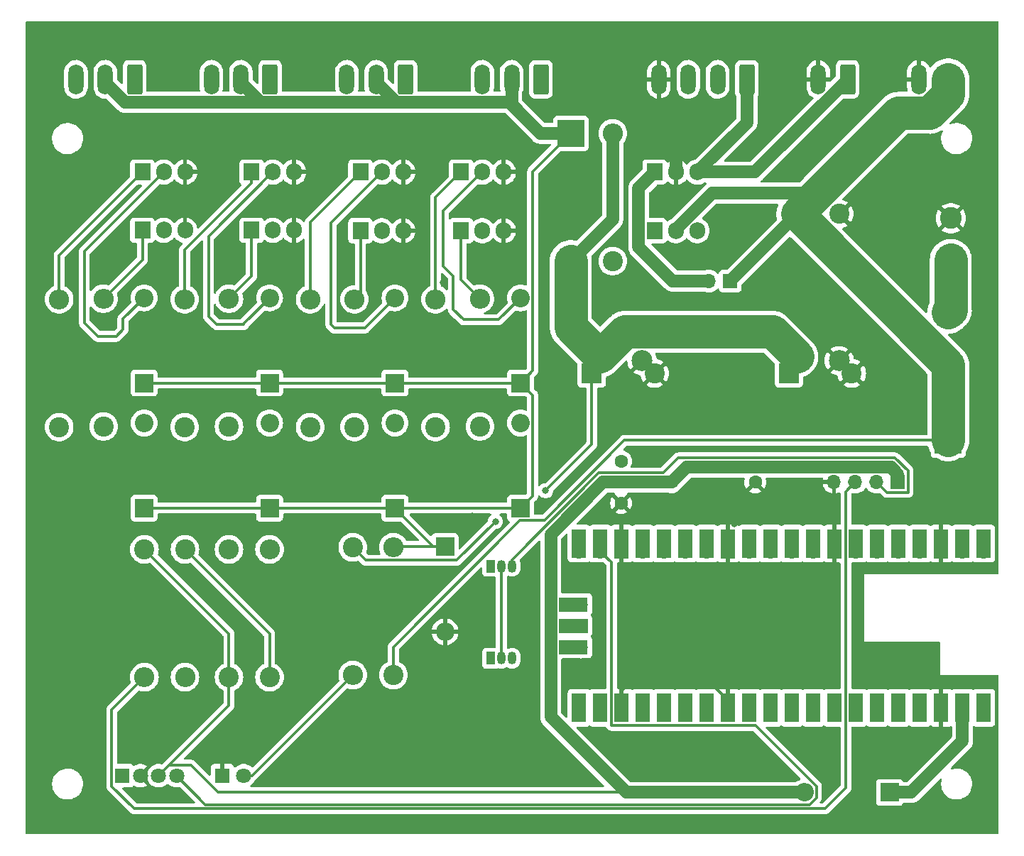
<source format=gtl>
%TF.GenerationSoftware,KiCad,Pcbnew,7.0.7+dfsg-1*%
%TF.CreationDate,2024-04-04T17:55:19+01:00*%
%TF.ProjectId,point-controller,706f696e-742d-4636-9f6e-74726f6c6c65,rev?*%
%TF.SameCoordinates,Original*%
%TF.FileFunction,Copper,L1,Top*%
%TF.FilePolarity,Positive*%
%FSLAX46Y46*%
G04 Gerber Fmt 4.6, Leading zero omitted, Abs format (unit mm)*
G04 Created by KiCad (PCBNEW 7.0.7+dfsg-1) date 2024-04-04 17:55:19*
%MOMM*%
%LPD*%
G01*
G04 APERTURE LIST*
G04 Aperture macros list*
%AMRoundRect*
0 Rectangle with rounded corners*
0 $1 Rounding radius*
0 $2 $3 $4 $5 $6 $7 $8 $9 X,Y pos of 4 corners*
0 Add a 4 corners polygon primitive as box body*
4,1,4,$2,$3,$4,$5,$6,$7,$8,$9,$2,$3,0*
0 Add four circle primitives for the rounded corners*
1,1,$1+$1,$2,$3*
1,1,$1+$1,$4,$5*
1,1,$1+$1,$6,$7*
1,1,$1+$1,$8,$9*
0 Add four rect primitives between the rounded corners*
20,1,$1+$1,$2,$3,$4,$5,0*
20,1,$1+$1,$4,$5,$6,$7,0*
20,1,$1+$1,$6,$7,$8,$9,0*
20,1,$1+$1,$8,$9,$2,$3,0*%
G04 Aperture macros list end*
%TA.AperFunction,ComponentPad*%
%ADD10R,1.905000X2.000000*%
%TD*%
%TA.AperFunction,ComponentPad*%
%ADD11O,1.905000X2.000000*%
%TD*%
%TA.AperFunction,ComponentPad*%
%ADD12C,2.400000*%
%TD*%
%TA.AperFunction,ComponentPad*%
%ADD13O,2.400000X2.400000*%
%TD*%
%TA.AperFunction,ComponentPad*%
%ADD14R,1.800000X1.800000*%
%TD*%
%TA.AperFunction,ComponentPad*%
%ADD15C,1.800000*%
%TD*%
%TA.AperFunction,ComponentPad*%
%ADD16R,2.200000X2.200000*%
%TD*%
%TA.AperFunction,ComponentPad*%
%ADD17O,2.200000X2.200000*%
%TD*%
%TA.AperFunction,ComponentPad*%
%ADD18R,1.050000X1.500000*%
%TD*%
%TA.AperFunction,ComponentPad*%
%ADD19O,1.050000X1.500000*%
%TD*%
%TA.AperFunction,ComponentPad*%
%ADD20RoundRect,0.250000X0.650000X1.550000X-0.650000X1.550000X-0.650000X-1.550000X0.650000X-1.550000X0*%
%TD*%
%TA.AperFunction,ComponentPad*%
%ADD21O,1.800000X3.600000*%
%TD*%
%TA.AperFunction,ComponentPad*%
%ADD22R,3.200000X3.200000*%
%TD*%
%TA.AperFunction,ComponentPad*%
%ADD23O,3.200000X3.200000*%
%TD*%
%TA.AperFunction,ComponentPad*%
%ADD24C,1.600000*%
%TD*%
%TA.AperFunction,ComponentPad*%
%ADD25R,2.400000X2.400000*%
%TD*%
%TA.AperFunction,ComponentPad*%
%ADD26R,2.500000X2.500000*%
%TD*%
%TA.AperFunction,ComponentPad*%
%ADD27C,2.500000*%
%TD*%
%TA.AperFunction,ComponentPad*%
%ADD28R,2.600000X2.600000*%
%TD*%
%TA.AperFunction,ComponentPad*%
%ADD29C,2.600000*%
%TD*%
%TA.AperFunction,ComponentPad*%
%ADD30R,1.700000X1.700000*%
%TD*%
%TA.AperFunction,ComponentPad*%
%ADD31O,1.700000X1.700000*%
%TD*%
%TA.AperFunction,SMDPad,CuDef*%
%ADD32R,1.700000X3.500000*%
%TD*%
%TA.AperFunction,SMDPad,CuDef*%
%ADD33R,3.500000X1.700000*%
%TD*%
%TA.AperFunction,ViaPad*%
%ADD34C,0.800000*%
%TD*%
%TA.AperFunction,Conductor*%
%ADD35C,0.300000*%
%TD*%
%TA.AperFunction,Conductor*%
%ADD36C,4.000000*%
%TD*%
%TA.AperFunction,Conductor*%
%ADD37C,1.500000*%
%TD*%
G04 APERTURE END LIST*
D10*
%TO.P,Q7,1,G*%
%TO.N,Net-(Q7-G)*%
X57920000Y-40945000D03*
D11*
%TO.P,Q7,2,D*%
%TO.N,Net-(D10-A)*%
X60460000Y-40945000D03*
%TO.P,Q7,3,S*%
%TO.N,GND*%
X63000000Y-40945000D03*
%TD*%
D10*
%TO.P,Q1,1,G*%
%TO.N,CDU*%
X119000000Y-41000000D03*
D11*
%TO.P,Q1,2,D*%
%TO.N,+12V*%
X121540000Y-41000000D03*
%TO.P,Q1,3,S*%
%TO.N,Net-(Q1-S)*%
X124080000Y-41000000D03*
%TD*%
D12*
%TO.P,R10,1*%
%TO.N,Point 2A*%
X62959089Y-64419999D03*
D13*
%TO.P,R10,2*%
%TO.N,Net-(Q4-G)*%
X62959089Y-49179999D03*
%TD*%
D14*
%TO.P,D4,1,K*%
%TO.N,GND*%
X67460000Y-106000000D03*
D15*
%TO.P,D4,2,A*%
%TO.N,Net-(D4-A)*%
X70000000Y-106000000D03*
%TD*%
D10*
%TO.P,Q9,1,G*%
%TO.N,Net-(Q9-G)*%
X83920000Y-41000000D03*
D11*
%TO.P,Q9,2,D*%
%TO.N,Net-(D12-A)*%
X86460000Y-41000000D03*
%TO.P,Q9,3,S*%
%TO.N,GND*%
X89000000Y-41000000D03*
%TD*%
D16*
%TO.P,D3,1,K*%
%TO.N,CDU*%
X94000000Y-78660000D03*
D17*
%TO.P,D3,2,A*%
%TO.N,GND*%
X94000000Y-88820000D03*
%TD*%
D18*
%TO.P,Q2,1,S*%
%TO.N,I2C SDA*%
X99460000Y-81000000D03*
D19*
%TO.P,Q2,2,G*%
%TO.N,+3.3V*%
X100730000Y-81000000D03*
%TO.P,Q2,3,D*%
%TO.N,I2C 5V SDA*%
X102000000Y-81000000D03*
%TD*%
D16*
%TO.P,D14,1,K*%
%TO.N,CDU*%
X88040904Y-59160000D03*
D17*
%TO.P,D14,2,A*%
%TO.N,Net-(D14-A)*%
X88040904Y-49000000D03*
%TD*%
D20*
%TO.P,J9,1,Pin_1*%
%TO.N,Net-(D14-A)*%
X89296666Y-22932500D03*
D21*
%TO.P,J9,2,Pin_2*%
%TO.N,CDU*%
X85796666Y-22932500D03*
%TO.P,J9,3,Pin_3*%
%TO.N,Net-(D12-A)*%
X82296666Y-22932500D03*
%TD*%
D22*
%TO.P,D1,1,K*%
%TO.N,+12V*%
X154000000Y-66000000D03*
D23*
%TO.P,D1,2,A*%
%TO.N,Net-(D1-A)*%
X154000000Y-50760000D03*
%TD*%
D10*
%TO.P,Q5,1,G*%
%TO.N,Net-(Q5-G)*%
X70920000Y-40945000D03*
D11*
%TO.P,Q5,2,D*%
%TO.N,Net-(D8-A)*%
X73460000Y-40945000D03*
%TO.P,Q5,3,S*%
%TO.N,GND*%
X76000000Y-40945000D03*
%TD*%
D12*
%TO.P,R9,1*%
%TO.N,Point 1B*%
X53286363Y-64340000D03*
D13*
%TO.P,R9,2*%
%TO.N,Net-(Q7-G)*%
X53286363Y-49100000D03*
%TD*%
D18*
%TO.P,Q3,1,S*%
%TO.N,I2C SCL*%
X99460000Y-92000000D03*
D19*
%TO.P,Q3,2,G*%
%TO.N,+3.3V*%
X100730000Y-92000000D03*
%TO.P,Q3,3,D*%
%TO.N,I2C 5V SCL*%
X102000000Y-92000000D03*
%TD*%
D10*
%TO.P,Q6,1,G*%
%TO.N,Net-(Q6-G)*%
X57920000Y-34000000D03*
D11*
%TO.P,Q6,2,D*%
%TO.N,Net-(D9-A)*%
X60460000Y-34000000D03*
%TO.P,Q6,3,S*%
%TO.N,GND*%
X63000000Y-34000000D03*
%TD*%
D16*
%TO.P,D7,1,K*%
%TO.N,CDU*%
X73081815Y-59160000D03*
D17*
%TO.P,D7,2,A*%
%TO.N,Net-(D7-A)*%
X73081815Y-49000000D03*
%TD*%
D24*
%TO.P,C4,1*%
%TO.N,Net-(JP1-B)*%
X115000000Y-68500000D03*
%TO.P,C4,2*%
%TO.N,GND*%
X115000000Y-73500000D03*
%TD*%
D12*
%TO.P,R3,1*%
%TO.N,+12V*%
X87836370Y-94000000D03*
D13*
%TO.P,R3,2*%
%TO.N,CDU*%
X87836370Y-78760000D03*
%TD*%
D20*
%TO.P,J3,1,Pin_1*%
%TO.N,+5V*%
X130000000Y-22932500D03*
D21*
%TO.P,J3,2,Pin_2*%
%TO.N,I2C 5V SDA*%
X126500000Y-22932500D03*
%TO.P,J3,3,Pin_3*%
%TO.N,I2C 5V SCL*%
X123000000Y-22932500D03*
%TO.P,J3,4,Pin_4*%
%TO.N,GND*%
X119500000Y-22932500D03*
%TD*%
D12*
%TO.P,R6,1*%
%TO.N,+3.3V*%
X63000000Y-79000000D03*
D13*
%TO.P,R6,2*%
%TO.N,I2C SCL*%
X63000000Y-94240000D03*
%TD*%
D20*
%TO.P,J5,1,Pin_1*%
%TO.N,+5V*%
X142000000Y-22932500D03*
D21*
%TO.P,J5,2,Pin_2*%
%TO.N,GND*%
X138500000Y-22932500D03*
%TD*%
D16*
%TO.P,D12,1,K*%
%TO.N,CDU*%
X88040904Y-74080000D03*
D17*
%TO.P,D12,2,A*%
%TO.N,Net-(D12-A)*%
X88040904Y-63920000D03*
%TD*%
D12*
%TO.P,R11,1*%
%TO.N,Point 2B*%
X68245452Y-64340000D03*
D13*
%TO.P,R11,2*%
%TO.N,Net-(Q5-G)*%
X68245452Y-49100000D03*
%TD*%
D25*
%TO.P,C3,1*%
%TO.N,Net-(D2-A)*%
X135000000Y-58000000D03*
D26*
X136000000Y-56000000D03*
D27*
%TO.P,C3,2*%
%TO.N,GND*%
X141000000Y-56500000D03*
D12*
X142500000Y-58000000D03*
%TD*%
D10*
%TO.P,U1,1,IN*%
%TO.N,Net-(JP1-B)*%
X119000000Y-34000000D03*
D11*
%TO.P,U1,2,GND*%
%TO.N,GND*%
X121540000Y-34000000D03*
%TO.P,U1,3,OUT*%
%TO.N,+5V*%
X124080000Y-34000000D03*
%TD*%
D16*
%TO.P,D8,1,K*%
%TO.N,CDU*%
X73081815Y-74080000D03*
D17*
%TO.P,D8,2,A*%
%TO.N,Net-(D8-A)*%
X73081815Y-63920000D03*
%TD*%
D16*
%TO.P,D13,1,K*%
%TO.N,CDU*%
X103000000Y-59160000D03*
D17*
%TO.P,D13,2,A*%
%TO.N,Net-(D13-A)*%
X103000000Y-49000000D03*
%TD*%
D22*
%TO.P,D2,1,K*%
%TO.N,CDU*%
X109000000Y-29380000D03*
D23*
%TO.P,D2,2,A*%
%TO.N,Net-(D2-A)*%
X109000000Y-44620000D03*
%TD*%
D12*
%TO.P,R14,1*%
%TO.N,Point 4A*%
X92877267Y-64419999D03*
D13*
%TO.P,R14,2*%
%TO.N,Net-(Q10-G)*%
X92877267Y-49179999D03*
%TD*%
D20*
%TO.P,J8,1,Pin_1*%
%TO.N,Net-(D13-A)*%
X105445000Y-22932500D03*
D21*
%TO.P,J8,2,Pin_2*%
%TO.N,CDU*%
X101945000Y-22932500D03*
%TO.P,J8,3,Pin_3*%
%TO.N,Net-(D11-A)*%
X98445000Y-22932500D03*
%TD*%
D28*
%TO.P,J1,1,Pin_1*%
%TO.N,Net-(D1-A)*%
X154305000Y-44500000D03*
D29*
%TO.P,J1,2,Pin_2*%
%TO.N,GND*%
X154305000Y-39500000D03*
%TD*%
D30*
%TO.P,JP1,1,A*%
%TO.N,+12V*%
X128000000Y-47000000D03*
D31*
%TO.P,JP1,2,B*%
%TO.N,Net-(JP1-B)*%
X125460000Y-47000000D03*
%TD*%
D16*
%TO.P,D11,1,K*%
%TO.N,CDU*%
X103000000Y-74080000D03*
D17*
%TO.P,D11,2,A*%
%TO.N,Net-(D11-A)*%
X103000000Y-63920000D03*
%TD*%
D25*
%TO.P,C1,1*%
%TO.N,+12V*%
X136000000Y-39000000D03*
D12*
%TO.P,C1,2*%
%TO.N,GND*%
X141000000Y-39000000D03*
%TD*%
D10*
%TO.P,Q8,1,G*%
%TO.N,Net-(Q8-G)*%
X95920000Y-41000000D03*
D11*
%TO.P,Q8,2,D*%
%TO.N,Net-(D11-A)*%
X98460000Y-41000000D03*
%TO.P,Q8,3,S*%
%TO.N,GND*%
X101000000Y-41000000D03*
%TD*%
D16*
%TO.P,D9,1,K*%
%TO.N,CDU*%
X58122726Y-59160000D03*
D17*
%TO.P,D9,2,A*%
%TO.N,Net-(D9-A)*%
X58122726Y-49000000D03*
%TD*%
D12*
%TO.P,R1,1*%
%TO.N,Net-(Q1-S)*%
X114000000Y-44620000D03*
D13*
%TO.P,R1,2*%
%TO.N,Net-(D2-A)*%
X114000000Y-29380000D03*
%TD*%
D12*
%TO.P,R8,1*%
%TO.N,Point 1A*%
X48000000Y-64419999D03*
D13*
%TO.P,R8,2*%
%TO.N,Net-(Q6-G)*%
X48000000Y-49179999D03*
%TD*%
D20*
%TO.P,J6,1,Pin_1*%
%TO.N,Net-(D7-A)*%
X73148333Y-22932500D03*
D21*
%TO.P,J6,2,Pin_2*%
%TO.N,CDU*%
X69648333Y-22932500D03*
%TO.P,J6,3,Pin_3*%
%TO.N,Net-(D8-A)*%
X66148333Y-22932500D03*
%TD*%
D12*
%TO.P,R12,1*%
%TO.N,Point 3A*%
X77918178Y-64419999D03*
D13*
%TO.P,R12,2*%
%TO.N,Net-(Q11-G)*%
X77918178Y-49179999D03*
%TD*%
D12*
%TO.P,R2,1*%
%TO.N,Net-(D2-A)*%
X83000000Y-78760000D03*
D13*
%TO.P,R2,2*%
%TO.N,Net-(D4-A)*%
X83000000Y-94000000D03*
%TD*%
D24*
%TO.P,C5,1*%
%TO.N,+5V*%
X121000000Y-71000000D03*
%TO.P,C5,2*%
%TO.N,GND*%
X131000000Y-71000000D03*
%TD*%
D10*
%TO.P,Q11,1,G*%
%TO.N,Net-(Q11-G)*%
X83920000Y-34000000D03*
D11*
%TO.P,Q11,2,D*%
%TO.N,Net-(D14-A)*%
X86460000Y-34000000D03*
%TO.P,Q11,3,S*%
%TO.N,GND*%
X89000000Y-34000000D03*
%TD*%
D20*
%TO.P,J7,1,Pin_1*%
%TO.N,Net-(D9-A)*%
X57000000Y-22932500D03*
D21*
%TO.P,J7,2,Pin_2*%
%TO.N,CDU*%
X53500000Y-22932500D03*
%TO.P,J7,3,Pin_3*%
%TO.N,Net-(D10-A)*%
X50000000Y-22932500D03*
%TD*%
D12*
%TO.P,R5,1*%
%TO.N,+5V*%
X68245452Y-94240000D03*
D13*
%TO.P,R5,2*%
%TO.N,I2C 5V SDA*%
X68245452Y-79000000D03*
%TD*%
D20*
%TO.P,J2,1,Pin_1*%
%TO.N,+12V*%
X154000000Y-22932500D03*
D21*
%TO.P,J2,2,Pin_2*%
%TO.N,GND*%
X150500000Y-22932500D03*
%TD*%
D14*
%TO.P,D6,1,DOUT*%
%TO.N,unconnected-(D6-DOUT-Pad1)*%
X55523000Y-106000000D03*
D15*
%TO.P,D6,2,GND*%
%TO.N,GND*%
X57682000Y-106000000D03*
%TO.P,D6,3,VDD*%
%TO.N,+5V*%
X59841000Y-106000000D03*
%TO.P,D6,4,DIN*%
%TO.N,Status*%
X62000000Y-106000000D03*
%TD*%
D31*
%TO.P,U2,1,GPIO0*%
%TO.N,unconnected-(U2-GPIO0-Pad1)*%
X158240000Y-79220000D03*
D32*
X158240000Y-78320000D03*
D31*
%TO.P,U2,2,GPIO1*%
%TO.N,unconnected-(U2-GPIO1-Pad2)*%
X155700000Y-79220000D03*
D32*
X155700000Y-78320000D03*
D30*
%TO.P,U2,3,GND*%
%TO.N,GND*%
X153160000Y-79220000D03*
D32*
X153160000Y-78320000D03*
D31*
%TO.P,U2,4,GPIO2*%
%TO.N,unconnected-(U2-GPIO2-Pad4)*%
X150620000Y-79220000D03*
D32*
X150620000Y-78320000D03*
D31*
%TO.P,U2,5,GPIO3*%
%TO.N,unconnected-(U2-GPIO3-Pad5)*%
X148080000Y-79220000D03*
D32*
X148080000Y-78320000D03*
D31*
%TO.P,U2,6,GPIO4*%
%TO.N,I2C SDA*%
X145540000Y-79220000D03*
D32*
X145540000Y-78320000D03*
D31*
%TO.P,U2,7,GPIO5*%
%TO.N,I2C SCL*%
X143000000Y-79220000D03*
D32*
X143000000Y-78320000D03*
D30*
%TO.P,U2,8,GND*%
%TO.N,GND*%
X140460000Y-79220000D03*
D32*
X140460000Y-78320000D03*
D31*
%TO.P,U2,9,GPIO6*%
%TO.N,Point 1A*%
X137920000Y-79220000D03*
D32*
X137920000Y-78320000D03*
D31*
%TO.P,U2,10,GPIO7*%
%TO.N,Point 1B*%
X135380000Y-79220000D03*
D32*
X135380000Y-78320000D03*
D31*
%TO.P,U2,11,GPIO8*%
%TO.N,Point 2A*%
X132840000Y-79220000D03*
D32*
X132840000Y-78320000D03*
D31*
%TO.P,U2,12,GPIO9*%
%TO.N,Point 2B*%
X130300000Y-79220000D03*
D32*
X130300000Y-78320000D03*
D30*
%TO.P,U2,13,GND*%
%TO.N,GND*%
X127760000Y-79220000D03*
D32*
X127760000Y-78320000D03*
D31*
%TO.P,U2,14,GPIO10*%
%TO.N,Point 3A*%
X125220000Y-79220000D03*
D32*
X125220000Y-78320000D03*
D31*
%TO.P,U2,15,GPIO11*%
%TO.N,Point 3B*%
X122680000Y-79220000D03*
D32*
X122680000Y-78320000D03*
D31*
%TO.P,U2,16,GPIO12*%
%TO.N,Point 4A*%
X120140000Y-79220000D03*
D32*
X120140000Y-78320000D03*
D31*
%TO.P,U2,17,GPIO13*%
%TO.N,Point 4B*%
X117600000Y-79220000D03*
D32*
X117600000Y-78320000D03*
D30*
%TO.P,U2,18,GND*%
%TO.N,GND*%
X115060000Y-79220000D03*
D32*
X115060000Y-78320000D03*
D31*
%TO.P,U2,19,GPIO14*%
%TO.N,Status*%
X112520000Y-79220000D03*
D32*
X112520000Y-78320000D03*
D31*
%TO.P,U2,20,GPIO15*%
%TO.N,unconnected-(U2-GPIO15-Pad20)*%
X109980000Y-79220000D03*
D32*
X109980000Y-78320000D03*
D31*
%TO.P,U2,21,GPIO16*%
%TO.N,unconnected-(U2-GPIO16-Pad21)*%
X109980000Y-97000000D03*
D32*
X109980000Y-97900000D03*
D31*
%TO.P,U2,22,GPIO17*%
%TO.N,unconnected-(U2-GPIO17-Pad22)*%
X112520000Y-97000000D03*
D32*
X112520000Y-97900000D03*
D30*
%TO.P,U2,23,GND*%
%TO.N,GND*%
X115060000Y-97000000D03*
D32*
X115060000Y-97900000D03*
D31*
%TO.P,U2,24,GPIO18*%
%TO.N,unconnected-(U2-GPIO18-Pad24)*%
X117600000Y-97000000D03*
D32*
X117600000Y-97900000D03*
D31*
%TO.P,U2,25,GPIO19*%
%TO.N,unconnected-(U2-GPIO19-Pad25)*%
X120140000Y-97000000D03*
D32*
X120140000Y-97900000D03*
D31*
%TO.P,U2,26,GPIO20*%
%TO.N,unconnected-(U2-GPIO20-Pad26)*%
X122680000Y-97000000D03*
D32*
X122680000Y-97900000D03*
D31*
%TO.P,U2,27,GPIO21*%
%TO.N,unconnected-(U2-GPIO21-Pad27)*%
X125220000Y-97000000D03*
D32*
X125220000Y-97900000D03*
D30*
%TO.P,U2,28,GND*%
%TO.N,GND*%
X127760000Y-97000000D03*
D32*
X127760000Y-97900000D03*
D31*
%TO.P,U2,29,GPIO22*%
%TO.N,unconnected-(U2-GPIO22-Pad29)*%
X130300000Y-97000000D03*
D32*
X130300000Y-97900000D03*
D31*
%TO.P,U2,30,RUN*%
%TO.N,unconnected-(U2-RUN-Pad30)*%
X132840000Y-97000000D03*
D32*
X132840000Y-97900000D03*
D31*
%TO.P,U2,31,GPIO26_ADC0*%
%TO.N,unconnected-(U2-GPIO26_ADC0-Pad31)*%
X135380000Y-97000000D03*
D32*
X135380000Y-97900000D03*
D31*
%TO.P,U2,32,GPIO27_ADC1*%
%TO.N,unconnected-(U2-GPIO27_ADC1-Pad32)*%
X137920000Y-97000000D03*
D32*
X137920000Y-97900000D03*
D30*
%TO.P,U2,33,AGND*%
%TO.N,unconnected-(U2-AGND-Pad33)*%
X140460000Y-97000000D03*
D32*
X140460000Y-97900000D03*
D31*
%TO.P,U2,34,GPIO28_ADC2*%
%TO.N,unconnected-(U2-GPIO28_ADC2-Pad34)*%
X143000000Y-97000000D03*
D32*
X143000000Y-97900000D03*
D31*
%TO.P,U2,35,ADC_VREF*%
%TO.N,unconnected-(U2-ADC_VREF-Pad35)*%
X145540000Y-97000000D03*
D32*
X145540000Y-97900000D03*
D31*
%TO.P,U2,36,3V3*%
%TO.N,+3.3V*%
X148080000Y-97000000D03*
D32*
X148080000Y-97900000D03*
D31*
%TO.P,U2,37,3V3_EN*%
%TO.N,unconnected-(U2-3V3_EN-Pad37)*%
X150620000Y-97000000D03*
D32*
X150620000Y-97900000D03*
D30*
%TO.P,U2,38,GND*%
%TO.N,GND*%
X153160000Y-97000000D03*
D32*
X153160000Y-97900000D03*
D31*
%TO.P,U2,39,VSYS*%
%TO.N,Net-(D5-K)*%
X155700000Y-97000000D03*
D32*
X155700000Y-97900000D03*
D31*
%TO.P,U2,40,VBUS*%
%TO.N,unconnected-(U2-VBUS-Pad40)*%
X158240000Y-97000000D03*
D32*
X158240000Y-97900000D03*
D31*
%TO.P,U2,41,SWCLK*%
%TO.N,unconnected-(U2-SWCLK-Pad41)*%
X110210000Y-85570000D03*
D33*
X109310000Y-85570000D03*
D30*
%TO.P,U2,42,GND*%
%TO.N,unconnected-(U2-GND-Pad42)*%
X110210000Y-88110000D03*
D33*
X109310000Y-88110000D03*
D31*
%TO.P,U2,43,SWDIO*%
%TO.N,unconnected-(U2-SWDIO-Pad43)*%
X110210000Y-90650000D03*
D33*
X109310000Y-90650000D03*
%TD*%
D12*
%TO.P,R15,1*%
%TO.N,Point 4B*%
X98163630Y-64340000D03*
D13*
%TO.P,R15,2*%
%TO.N,Net-(Q8-G)*%
X98163630Y-49100000D03*
%TD*%
D16*
%TO.P,D5,1,K*%
%TO.N,Net-(D5-K)*%
X147000000Y-108000000D03*
D17*
%TO.P,D5,2,A*%
%TO.N,+5V*%
X136840000Y-108000000D03*
%TD*%
D30*
%TO.P,J4,1,Pin_1*%
%TO.N,+5V*%
X148000000Y-71000000D03*
D31*
%TO.P,J4,2,Pin_2*%
%TO.N,I2C 5V SDA*%
X145460000Y-71000000D03*
%TO.P,J4,3,Pin_3*%
%TO.N,I2C 5V SCL*%
X142920000Y-71000000D03*
%TO.P,J4,4,Pin_4*%
%TO.N,GND*%
X140380000Y-71000000D03*
%TD*%
D12*
%TO.P,R7,1*%
%TO.N,+5V*%
X58163637Y-79000000D03*
D13*
%TO.P,R7,2*%
%TO.N,I2C 5V SCL*%
X58163637Y-94240000D03*
%TD*%
D12*
%TO.P,R4,1*%
%TO.N,+3.3V*%
X73081815Y-94240000D03*
D13*
%TO.P,R4,2*%
%TO.N,I2C SDA*%
X73081815Y-79000000D03*
%TD*%
D12*
%TO.P,R13,1*%
%TO.N,Point 3B*%
X83204541Y-64419999D03*
D13*
%TO.P,R13,2*%
%TO.N,Net-(Q9-G)*%
X83204541Y-49179999D03*
%TD*%
D16*
%TO.P,D10,1,K*%
%TO.N,CDU*%
X58122726Y-74080000D03*
D17*
%TO.P,D10,2,A*%
%TO.N,Net-(D10-A)*%
X58122726Y-63920000D03*
%TD*%
D10*
%TO.P,Q4,1,G*%
%TO.N,Net-(Q4-G)*%
X70920000Y-34000000D03*
D11*
%TO.P,Q4,2,D*%
%TO.N,Net-(D7-A)*%
X73460000Y-34000000D03*
%TO.P,Q4,3,S*%
%TO.N,GND*%
X76000000Y-34000000D03*
%TD*%
D10*
%TO.P,Q10,1,G*%
%TO.N,Net-(Q10-G)*%
X95920000Y-34000000D03*
D11*
%TO.P,Q10,2,D*%
%TO.N,Net-(D13-A)*%
X98460000Y-34000000D03*
%TO.P,Q10,3,S*%
%TO.N,GND*%
X101000000Y-34000000D03*
%TD*%
D25*
%TO.P,C2,1*%
%TO.N,Net-(D2-A)*%
X111487246Y-58000000D03*
D26*
X112487246Y-56000000D03*
D27*
%TO.P,C2,2*%
%TO.N,GND*%
X117487246Y-56500000D03*
D12*
X118987246Y-58000000D03*
%TD*%
D34*
%TO.N,GND*%
X64500000Y-37000000D03*
X78000000Y-85000000D03*
X123250000Y-28750000D03*
X104750000Y-80000000D03*
X128500000Y-76000000D03*
X139000000Y-104000000D03*
X121000000Y-85000000D03*
X78000000Y-94000000D03*
X134000000Y-48000000D03*
X88000000Y-85000000D03*
X126000000Y-104000000D03*
X93750000Y-47177380D03*
X93000000Y-94000000D03*
X132000000Y-39000000D03*
X121000000Y-88000000D03*
X59250000Y-101500000D03*
X104000000Y-83000000D03*
X70000000Y-100750000D03*
X111000000Y-95000000D03*
X116500000Y-94500000D03*
X97250000Y-75000000D03*
%TO.N,Net-(D2-A)*%
X106000000Y-72000000D03*
X100000000Y-75684053D03*
%TD*%
D35*
%TO.N,+12V*%
X87836370Y-90648630D02*
X102955000Y-75530000D01*
D36*
X136000000Y-39000000D02*
X138500000Y-36500000D01*
D35*
X115400000Y-66000000D02*
X154000000Y-66000000D01*
D37*
X125841959Y-36500000D02*
X138500000Y-36500000D01*
D36*
X138500000Y-36500000D02*
X148067500Y-26932500D01*
D37*
X121540000Y-40801959D02*
X125841959Y-36500000D01*
X128000000Y-47000000D02*
X136000000Y-39000000D01*
X154000000Y-22932500D02*
X154000000Y-22948795D01*
D36*
X151784062Y-26932500D02*
X154000000Y-24716562D01*
X154000000Y-66000000D02*
X154000000Y-57000000D01*
D35*
X105870000Y-75530000D02*
X115400000Y-66000000D01*
D37*
X121540000Y-41000000D02*
X121540000Y-40801959D01*
D36*
X154000000Y-24716562D02*
X154000000Y-22932500D01*
X148067500Y-26932500D02*
X151784062Y-26932500D01*
D35*
X102955000Y-75530000D02*
X105870000Y-75530000D01*
X87836370Y-94000000D02*
X87836370Y-90648630D01*
D36*
X154000000Y-57000000D02*
X136000000Y-39000000D01*
D37*
%TO.N,GND*%
X121540000Y-30460000D02*
X123250000Y-28750000D01*
D35*
X127760000Y-97000000D02*
X125260000Y-94500000D01*
X125260000Y-94500000D02*
X116500000Y-94500000D01*
X115060000Y-97000000D02*
X115060000Y-95940000D01*
X115060000Y-95940000D02*
X116500000Y-94500000D01*
D37*
X121540000Y-34000000D02*
X121540000Y-30460000D01*
%TO.N,Net-(D2-A)*%
X114000000Y-29380000D02*
X114000000Y-39620000D01*
D36*
X109000000Y-44620000D02*
X109000000Y-52512754D01*
D35*
X111487246Y-66512754D02*
X111487246Y-58000000D01*
X83000000Y-78760000D02*
X84550000Y-80310000D01*
X84550000Y-80310000D02*
X95374053Y-80310000D01*
X95374053Y-80310000D02*
X100000000Y-75684053D01*
D36*
X133050000Y-53050000D02*
X136000000Y-56000000D01*
D35*
X106000000Y-72000000D02*
X111487246Y-66512754D01*
D37*
X114000000Y-39620000D02*
X109000000Y-44620000D01*
D36*
X109000000Y-52512754D02*
X112487246Y-56000000D01*
X115437246Y-53050000D02*
X133050000Y-53050000D01*
X112487246Y-56000000D02*
X115437246Y-53050000D01*
D37*
%TO.N,Net-(JP1-B)*%
X121147500Y-47000000D02*
X117097500Y-42950000D01*
X117097500Y-42950000D02*
X117097500Y-35902500D01*
X125460000Y-47000000D02*
X121147500Y-47000000D01*
X117097500Y-35902500D02*
X119000000Y-34000000D01*
D35*
%TO.N,+5V*%
X68245452Y-89081815D02*
X58163637Y-79000000D01*
X59841000Y-106000000D02*
X61091000Y-104750000D01*
D37*
X122800000Y-69200000D02*
X147200000Y-69200000D01*
D35*
X68245452Y-94240000D02*
X68245452Y-97595548D01*
X68245452Y-94240000D02*
X68245452Y-89081815D01*
D37*
X106610000Y-77190000D02*
X112800000Y-71000000D01*
X148000000Y-70000000D02*
X148000000Y-71000000D01*
X112800000Y-71000000D02*
X121000000Y-71000000D01*
X121000000Y-71000000D02*
X122800000Y-69200000D01*
X124080000Y-34000000D02*
X130948795Y-34000000D01*
X130000000Y-28080000D02*
X124080000Y-34000000D01*
X130948795Y-34000000D02*
X142000000Y-22948795D01*
X136840000Y-108000000D02*
X117000000Y-108000000D01*
D35*
X63710000Y-104750000D02*
X66960000Y-108000000D01*
X68245452Y-97595548D02*
X59841000Y-106000000D01*
D37*
X130000000Y-22932500D02*
X130000000Y-28080000D01*
X117000000Y-108000000D02*
X115580000Y-108000000D01*
X147200000Y-69200000D02*
X148000000Y-70000000D01*
X142000000Y-22948795D02*
X142000000Y-22932500D01*
X115580000Y-108000000D02*
X106610000Y-99030000D01*
D35*
X61091000Y-104750000D02*
X63710000Y-104750000D01*
D37*
X106610000Y-99030000D02*
X106610000Y-77190000D01*
D35*
X66960000Y-108000000D02*
X117000000Y-108000000D01*
D36*
%TO.N,Net-(D1-A)*%
X154305000Y-44500000D02*
X154305000Y-50455000D01*
X154305000Y-50455000D02*
X154000000Y-50760000D01*
D37*
%TO.N,CDU*%
X53500000Y-23329556D02*
X53500000Y-22932500D01*
X101945000Y-25945000D02*
X101945000Y-22932500D01*
D35*
X94000000Y-78660000D02*
X92620904Y-78660000D01*
X103000000Y-59160000D02*
X104450000Y-57710000D01*
D37*
X55852944Y-25682500D02*
X53500000Y-23329556D01*
X101682500Y-25682500D02*
X89000000Y-25682500D01*
X105380000Y-29380000D02*
X103000000Y-27000000D01*
D35*
X103000000Y-59160000D02*
X88040904Y-59160000D01*
D37*
X109000000Y-29380000D02*
X105380000Y-29380000D01*
D35*
X104450000Y-72630000D02*
X103000000Y-74080000D01*
X88040904Y-59160000D02*
X58122726Y-59160000D01*
D37*
X73000000Y-25682500D02*
X55852944Y-25682500D01*
X72001277Y-25682500D02*
X69648333Y-23329556D01*
X58202726Y-74000000D02*
X58122726Y-74080000D01*
X85796666Y-23329556D02*
X85796666Y-22932500D01*
D35*
X92620904Y-78660000D02*
X88040904Y-74080000D01*
D37*
X73000000Y-25682500D02*
X72001277Y-25682500D01*
X88149610Y-25682500D02*
X85796666Y-23329556D01*
D35*
X87936370Y-78660000D02*
X87836370Y-78760000D01*
D37*
X103000000Y-27000000D02*
X101945000Y-25945000D01*
D35*
X103000000Y-59160000D02*
X104450000Y-60610000D01*
D37*
X103000000Y-27000000D02*
X101682500Y-25682500D01*
D35*
X104450000Y-57710000D02*
X104450000Y-33930000D01*
X94000000Y-78660000D02*
X87936370Y-78660000D01*
D37*
X89000000Y-25682500D02*
X88149610Y-25682500D01*
X69648333Y-23329556D02*
X69648333Y-22932500D01*
D35*
X103000000Y-74080000D02*
X58122726Y-74080000D01*
X104450000Y-33930000D02*
X109000000Y-29380000D01*
D37*
X89000000Y-25682500D02*
X73000000Y-25682500D01*
D35*
X104450000Y-60610000D02*
X104450000Y-72630000D01*
%TO.N,Net-(D4-A)*%
X83000000Y-94000000D02*
X71000000Y-106000000D01*
X71000000Y-106000000D02*
X70000000Y-106000000D01*
D37*
%TO.N,Net-(D5-K)*%
X149600000Y-108000000D02*
X155700000Y-101900000D01*
X147000000Y-108000000D02*
X149600000Y-108000000D01*
X155700000Y-101900000D02*
X155700000Y-97000000D01*
D35*
%TO.N,Status*%
X137440610Y-109450000D02*
X138290000Y-108600610D01*
X62000000Y-106000000D02*
X65450000Y-109450000D01*
X113860000Y-80560000D02*
X112520000Y-79220000D01*
X65450000Y-109450000D02*
X137440610Y-109450000D01*
X138290000Y-108600610D02*
X138290000Y-107290000D01*
X131000000Y-100000000D02*
X113860000Y-100000000D01*
X138290000Y-107290000D02*
X131000000Y-100000000D01*
X113860000Y-100000000D02*
X113860000Y-80560000D01*
%TO.N,Net-(D7-A)*%
X65800000Y-51200000D02*
X66800000Y-52200000D01*
X70000000Y-52081815D02*
X73081815Y-49000000D01*
X70000000Y-52200000D02*
X70000000Y-52081815D01*
X65800000Y-41660000D02*
X65800000Y-51200000D01*
X73460000Y-34000000D02*
X65800000Y-41660000D01*
X66800000Y-52200000D02*
X70000000Y-52200000D01*
%TO.N,Net-(D9-A)*%
X55600000Y-52800000D02*
X55600000Y-51522726D01*
X60460000Y-34000000D02*
X51000000Y-43460000D01*
X55600000Y-51522726D02*
X58122726Y-49000000D01*
X51000000Y-43460000D02*
X51000000Y-52000000D01*
X51000000Y-52000000D02*
X52600000Y-53600000D01*
X52600000Y-53600000D02*
X54800000Y-53600000D01*
X54800000Y-53600000D02*
X55600000Y-52800000D01*
%TO.N,Net-(D13-A)*%
X100400000Y-51600000D02*
X103000000Y-49000000D01*
X93800000Y-45200000D02*
X95000000Y-46400000D01*
X96200000Y-51600000D02*
X100400000Y-51600000D01*
X93800000Y-38660000D02*
X93800000Y-45200000D01*
X95000000Y-46400000D02*
X95000000Y-50400000D01*
X95000000Y-50400000D02*
X96200000Y-51600000D01*
X98460000Y-34000000D02*
X93800000Y-38660000D01*
%TO.N,Net-(D14-A)*%
X84440904Y-52600000D02*
X88040904Y-49000000D01*
X80400000Y-40060000D02*
X80400000Y-52200000D01*
X80400000Y-52200000D02*
X80800000Y-52600000D01*
X80800000Y-52600000D02*
X84440904Y-52600000D01*
X86460000Y-34000000D02*
X80400000Y-40060000D01*
%TO.N,I2C 5V SDA*%
X121800000Y-68100000D02*
X120000000Y-69900000D01*
X120000000Y-69900000D02*
X112344365Y-69900000D01*
X149200000Y-69644366D02*
X147655634Y-68100000D01*
X145460000Y-71000000D02*
X146660000Y-72200000D01*
X146660000Y-72200000D02*
X149200000Y-72200000D01*
X149200000Y-72200000D02*
X149200000Y-69644366D01*
X112344365Y-69900000D02*
X102000000Y-80244365D01*
X147655634Y-68100000D02*
X121800000Y-68100000D01*
X102000000Y-80244365D02*
X102000000Y-81000000D01*
%TO.N,I2C 5V SCL*%
X139330000Y-109950000D02*
X141800000Y-107480000D01*
X58163637Y-94240000D02*
X54273000Y-98130637D01*
X141800000Y-107480000D02*
X141800000Y-72120000D01*
X54273000Y-98130637D02*
X54273000Y-107250000D01*
X56973000Y-109950000D02*
X139330000Y-109950000D01*
X54273000Y-107250000D02*
X56973000Y-109950000D01*
X141800000Y-72120000D02*
X142920000Y-71000000D01*
%TO.N,+3.3V*%
X73081815Y-89081815D02*
X73081815Y-94240000D01*
X63000000Y-79000000D02*
X73081815Y-89081815D01*
X100730000Y-81000000D02*
X100730000Y-92000000D01*
%TO.N,Net-(Q4-G)*%
X70920000Y-35300000D02*
X62959089Y-43260911D01*
X70920000Y-34000000D02*
X70920000Y-35300000D01*
X62959089Y-43260911D02*
X62959089Y-49100000D01*
%TO.N,Net-(Q5-G)*%
X70920000Y-46425452D02*
X68245452Y-49100000D01*
X70920000Y-40945000D02*
X70920000Y-46425452D01*
%TO.N,Net-(Q6-G)*%
X57920000Y-34000000D02*
X48000000Y-43920000D01*
X48000000Y-43920000D02*
X48000000Y-49100000D01*
%TO.N,Net-(Q7-G)*%
X57920000Y-40945000D02*
X57920000Y-44466363D01*
X57920000Y-44466363D02*
X53286363Y-49100000D01*
%TO.N,Net-(Q8-G)*%
X95920000Y-46856370D02*
X98163630Y-49100000D01*
X95920000Y-41000000D02*
X95920000Y-46856370D01*
%TO.N,Net-(Q9-G)*%
X83920000Y-48384541D02*
X83204541Y-49100000D01*
X83920000Y-41000000D02*
X83920000Y-48384541D01*
%TO.N,Net-(Q10-G)*%
X95920000Y-34000000D02*
X92877267Y-37042733D01*
X92877267Y-37042733D02*
X92877267Y-49100000D01*
%TO.N,Net-(Q11-G)*%
X77918178Y-40001822D02*
X77918178Y-49100000D01*
X83920000Y-34000000D02*
X77918178Y-40001822D01*
%TD*%
%TA.AperFunction,Conductor*%
%TO.N,GND*%
G36*
X58244068Y-106209756D02*
G01*
X58255100Y-106219547D01*
X58510961Y-106475408D01*
X58536836Y-106513279D01*
X58605075Y-106668848D01*
X58732016Y-106863147D01*
X58732019Y-106863151D01*
X58732021Y-106863153D01*
X58889216Y-107033913D01*
X58889219Y-107033915D01*
X58889222Y-107033918D01*
X59072365Y-107176464D01*
X59072371Y-107176468D01*
X59072374Y-107176470D01*
X59193117Y-107241813D01*
X59275652Y-107286479D01*
X59276497Y-107286936D01*
X59326270Y-107304023D01*
X59496015Y-107362297D01*
X59496017Y-107362297D01*
X59496019Y-107362298D01*
X59724951Y-107400500D01*
X59724952Y-107400500D01*
X59957048Y-107400500D01*
X59957049Y-107400500D01*
X60185981Y-107362298D01*
X60186034Y-107362280D01*
X60194452Y-107359390D01*
X60405503Y-107286936D01*
X60609626Y-107176470D01*
X60621723Y-107167055D01*
X60673261Y-107126941D01*
X60792784Y-107033913D01*
X60829269Y-106994278D01*
X60889156Y-106958288D01*
X60958994Y-106960387D01*
X61011731Y-106994279D01*
X61048213Y-107033910D01*
X61048222Y-107033918D01*
X61231365Y-107176464D01*
X61231371Y-107176468D01*
X61231374Y-107176470D01*
X61352117Y-107241813D01*
X61434652Y-107286479D01*
X61435497Y-107286936D01*
X61485270Y-107304023D01*
X61655015Y-107362297D01*
X61655017Y-107362297D01*
X61655019Y-107362298D01*
X61883951Y-107400500D01*
X61883952Y-107400500D01*
X62116048Y-107400500D01*
X62116049Y-107400500D01*
X62344981Y-107362298D01*
X62349944Y-107361041D01*
X62350257Y-107362280D01*
X62414032Y-107359390D01*
X62472200Y-107392146D01*
X63367878Y-108287824D01*
X64167874Y-109087819D01*
X64201359Y-109149142D01*
X64196375Y-109218834D01*
X64154503Y-109274767D01*
X64089039Y-109299184D01*
X64080193Y-109299500D01*
X57293808Y-109299500D01*
X57226769Y-109279815D01*
X57206127Y-109263181D01*
X55555126Y-107612180D01*
X55521641Y-107550857D01*
X55526625Y-107481165D01*
X55568497Y-107425232D01*
X55633961Y-107400815D01*
X55642807Y-107400499D01*
X56470871Y-107400499D01*
X56470872Y-107400499D01*
X56530483Y-107394091D01*
X56665331Y-107343796D01*
X56780546Y-107257546D01*
X56798193Y-107233972D01*
X56854124Y-107192102D01*
X56923816Y-107187117D01*
X56956476Y-107199228D01*
X57117692Y-107286473D01*
X57117706Y-107286479D01*
X57337139Y-107361811D01*
X57565993Y-107400000D01*
X57798007Y-107400000D01*
X58026860Y-107361811D01*
X58246293Y-107286479D01*
X58246302Y-107286476D01*
X58450350Y-107176050D01*
X58480798Y-107152351D01*
X57904057Y-106575610D01*
X57870572Y-106514287D01*
X57875556Y-106444595D01*
X57917428Y-106388662D01*
X57937930Y-106376212D01*
X57938357Y-106376007D01*
X58037798Y-106283740D01*
X58060033Y-106245226D01*
X58110596Y-106197014D01*
X58179203Y-106183789D01*
X58244068Y-106209756D01*
G37*
%TD.AperFunction*%
%TA.AperFunction,Conductor*%
G36*
X139249425Y-100006855D02*
G01*
X139264303Y-100016416D01*
X139363527Y-100090695D01*
X139367668Y-100093795D01*
X139367671Y-100093797D01*
X139502517Y-100144091D01*
X139502516Y-100144091D01*
X139509444Y-100144835D01*
X139562127Y-100150500D01*
X141025500Y-100150499D01*
X141092539Y-100170184D01*
X141138294Y-100222987D01*
X141149500Y-100274499D01*
X141149500Y-107159191D01*
X141129815Y-107226230D01*
X141113181Y-107246872D01*
X139096873Y-109263181D01*
X139035550Y-109296666D01*
X139009192Y-109299500D01*
X138812601Y-109299500D01*
X138745562Y-109279815D01*
X138699807Y-109227011D01*
X138689863Y-109157853D01*
X138718888Y-109094297D01*
X138722189Y-109090637D01*
X138757190Y-109053365D01*
X138778911Y-109031645D01*
X138783401Y-109025855D01*
X138787183Y-109021425D01*
X138820448Y-108986003D01*
X138830674Y-108967399D01*
X138841347Y-108951151D01*
X138854363Y-108934373D01*
X138873651Y-108889797D01*
X138876224Y-108884546D01*
X138881846Y-108874320D01*
X138899627Y-108841978D01*
X138904904Y-108821418D01*
X138911206Y-108803013D01*
X138919636Y-108783536D01*
X138927235Y-108735555D01*
X138928417Y-108729844D01*
X138940500Y-108682787D01*
X138940500Y-108661565D01*
X138942027Y-108642165D01*
X138942736Y-108637690D01*
X138945347Y-108621205D01*
X138940775Y-108572840D01*
X138940500Y-108567002D01*
X138940500Y-107375502D01*
X138942268Y-107359489D01*
X138942026Y-107359467D01*
X138942758Y-107351711D01*
X138942760Y-107351704D01*
X138940500Y-107279796D01*
X138940500Y-107249075D01*
X138939579Y-107241788D01*
X138939122Y-107235979D01*
X138938323Y-107210553D01*
X138937597Y-107187431D01*
X138931676Y-107167053D01*
X138927731Y-107148004D01*
X138925071Y-107126942D01*
X138907185Y-107081769D01*
X138905296Y-107076249D01*
X138892996Y-107033913D01*
X138891744Y-107029602D01*
X138880940Y-107011334D01*
X138872378Y-106993856D01*
X138864568Y-106974129D01*
X138864565Y-106974125D01*
X138845492Y-106947873D01*
X138836014Y-106934827D01*
X138832811Y-106929951D01*
X138812244Y-106895175D01*
X138808081Y-106888135D01*
X138808079Y-106888133D01*
X138808078Y-106888131D01*
X138793075Y-106873129D01*
X138780435Y-106858330D01*
X138767961Y-106841160D01*
X138730528Y-106810194D01*
X138726206Y-106806260D01*
X132282126Y-100362180D01*
X132248641Y-100300857D01*
X132253625Y-100231165D01*
X132295497Y-100175232D01*
X132360961Y-100150815D01*
X132369807Y-100150499D01*
X133737871Y-100150499D01*
X133737872Y-100150499D01*
X133797483Y-100144091D01*
X133932331Y-100093796D01*
X134035690Y-100016421D01*
X134101152Y-99992004D01*
X134169425Y-100006855D01*
X134184303Y-100016416D01*
X134283527Y-100090695D01*
X134287668Y-100093795D01*
X134287671Y-100093797D01*
X134422517Y-100144091D01*
X134422516Y-100144091D01*
X134429444Y-100144835D01*
X134482127Y-100150500D01*
X136277872Y-100150499D01*
X136337483Y-100144091D01*
X136472331Y-100093796D01*
X136575690Y-100016421D01*
X136641152Y-99992004D01*
X136709425Y-100006855D01*
X136724303Y-100016416D01*
X136823527Y-100090695D01*
X136827668Y-100093795D01*
X136827671Y-100093797D01*
X136962517Y-100144091D01*
X136962516Y-100144091D01*
X136969444Y-100144835D01*
X137022127Y-100150500D01*
X138817872Y-100150499D01*
X138877483Y-100144091D01*
X139012331Y-100093796D01*
X139115690Y-100016421D01*
X139181152Y-99992004D01*
X139249425Y-100006855D01*
G37*
%TD.AperFunction*%
%TA.AperFunction,Conductor*%
G36*
X111309425Y-100006855D02*
G01*
X111324303Y-100016416D01*
X111423527Y-100090695D01*
X111427668Y-100093795D01*
X111427671Y-100093797D01*
X111562517Y-100144091D01*
X111562516Y-100144091D01*
X111569444Y-100144835D01*
X111622127Y-100150500D01*
X113134832Y-100150499D01*
X113201871Y-100170184D01*
X113247626Y-100222987D01*
X113252762Y-100236179D01*
X113266730Y-100279167D01*
X113266733Y-100279174D01*
X113271534Y-100286738D01*
X113282129Y-100307530D01*
X113285432Y-100315871D01*
X113285436Y-100315878D01*
X113320579Y-100364248D01*
X113322758Y-100367454D01*
X113343710Y-100400469D01*
X113354797Y-100417939D01*
X113361332Y-100424076D01*
X113376761Y-100441577D01*
X113382033Y-100448833D01*
X113382035Y-100448835D01*
X113382036Y-100448836D01*
X113382037Y-100448837D01*
X113428118Y-100486959D01*
X113431022Y-100489520D01*
X113474607Y-100530448D01*
X113474611Y-100530450D01*
X113474612Y-100530451D01*
X113482459Y-100534765D01*
X113501763Y-100547883D01*
X113508674Y-100553600D01*
X113508675Y-100553601D01*
X113525654Y-100561590D01*
X113562785Y-100579063D01*
X113566213Y-100580809D01*
X113618632Y-100609627D01*
X113627321Y-100611858D01*
X113649271Y-100619760D01*
X113657387Y-100623579D01*
X113716131Y-100634784D01*
X113719875Y-100635621D01*
X113777823Y-100650500D01*
X113786790Y-100650500D01*
X113810022Y-100652696D01*
X113811706Y-100653017D01*
X113818830Y-100654376D01*
X113878508Y-100650621D01*
X113882381Y-100650500D01*
X130679192Y-100650500D01*
X130746231Y-100670185D01*
X130766873Y-100686819D01*
X136360656Y-106280602D01*
X136394141Y-106341925D01*
X136389157Y-106411617D01*
X136347285Y-106467550D01*
X136320428Y-106482844D01*
X136111140Y-106569533D01*
X135896346Y-106701160D01*
X135896344Y-106701161D01*
X135874532Y-106719791D01*
X135810771Y-106748361D01*
X135794001Y-106749500D01*
X116149336Y-106749500D01*
X116082297Y-106729815D01*
X116061655Y-106713181D01*
X109710654Y-100362180D01*
X109677169Y-100300857D01*
X109682153Y-100231165D01*
X109724025Y-100175232D01*
X109789489Y-100150815D01*
X109798335Y-100150499D01*
X110877871Y-100150499D01*
X110877872Y-100150499D01*
X110937483Y-100144091D01*
X111072331Y-100093796D01*
X111175690Y-100016421D01*
X111241152Y-99992004D01*
X111309425Y-100006855D01*
G37*
%TD.AperFunction*%
%TA.AperFunction,Conductor*%
G36*
X108548834Y-77122153D02*
G01*
X108604767Y-77164025D01*
X108629184Y-77229489D01*
X108629500Y-77238335D01*
X108629500Y-79158319D01*
X108629264Y-79163720D01*
X108624341Y-79220000D01*
X108628070Y-79262632D01*
X108629264Y-79276274D01*
X108629500Y-79281679D01*
X108629500Y-80117870D01*
X108629501Y-80117876D01*
X108635908Y-80177483D01*
X108686202Y-80312328D01*
X108686206Y-80312335D01*
X108772452Y-80427544D01*
X108772455Y-80427547D01*
X108887664Y-80513793D01*
X108887671Y-80513797D01*
X109022517Y-80564091D01*
X109022516Y-80564091D01*
X109029444Y-80564835D01*
X109082127Y-80570500D01*
X109918319Y-80570499D01*
X109923724Y-80570734D01*
X109980000Y-80575659D01*
X110036275Y-80570734D01*
X110041681Y-80570499D01*
X110877871Y-80570499D01*
X110877872Y-80570499D01*
X110937483Y-80564091D01*
X111072331Y-80513796D01*
X111175690Y-80436421D01*
X111241152Y-80412004D01*
X111309425Y-80426855D01*
X111324303Y-80436416D01*
X111421129Y-80508900D01*
X111427668Y-80513795D01*
X111427671Y-80513797D01*
X111562517Y-80564091D01*
X111562516Y-80564091D01*
X111569444Y-80564835D01*
X111622127Y-80570500D01*
X112458319Y-80570499D01*
X112463724Y-80570734D01*
X112520000Y-80575659D01*
X112576275Y-80570734D01*
X112581681Y-80570499D01*
X112899191Y-80570499D01*
X112966230Y-80590184D01*
X112986871Y-80606817D01*
X113173181Y-80793127D01*
X113206665Y-80854449D01*
X113209499Y-80880807D01*
X113209499Y-88223371D01*
X113209500Y-95525500D01*
X113189815Y-95592539D01*
X113137011Y-95638294D01*
X113085500Y-95649500D01*
X112581677Y-95649500D01*
X112576275Y-95649264D01*
X112545849Y-95646602D01*
X112520002Y-95644341D01*
X112519999Y-95644341D01*
X112502750Y-95645849D01*
X112463722Y-95649264D01*
X112458322Y-95649500D01*
X111622129Y-95649500D01*
X111622123Y-95649501D01*
X111562516Y-95655908D01*
X111427671Y-95706202D01*
X111427669Y-95706203D01*
X111324311Y-95783578D01*
X111258847Y-95807995D01*
X111190574Y-95793144D01*
X111175689Y-95783578D01*
X111072330Y-95706203D01*
X111072328Y-95706202D01*
X110937482Y-95655908D01*
X110937483Y-95655908D01*
X110877883Y-95649501D01*
X110877881Y-95649500D01*
X110877873Y-95649500D01*
X110877865Y-95649500D01*
X110041677Y-95649500D01*
X110036275Y-95649264D01*
X110005849Y-95646602D01*
X109980002Y-95644341D01*
X109979999Y-95644341D01*
X109962750Y-95645849D01*
X109923722Y-95649264D01*
X109918322Y-95649500D01*
X109082129Y-95649500D01*
X109082123Y-95649501D01*
X109022516Y-95655908D01*
X108887671Y-95706202D01*
X108887664Y-95706206D01*
X108772455Y-95792452D01*
X108772452Y-95792455D01*
X108686206Y-95907664D01*
X108686202Y-95907671D01*
X108635908Y-96042517D01*
X108629501Y-96102116D01*
X108629501Y-96102123D01*
X108629500Y-96102135D01*
X108629500Y-96938324D01*
X108629264Y-96943730D01*
X108624341Y-96999998D01*
X108624341Y-97000001D01*
X108629264Y-97056269D01*
X108629500Y-97061675D01*
X108629500Y-98981664D01*
X108609815Y-99048703D01*
X108557011Y-99094458D01*
X108487853Y-99104402D01*
X108424297Y-99075377D01*
X108417819Y-99069345D01*
X107896819Y-98548345D01*
X107863334Y-98487022D01*
X107860500Y-98460664D01*
X107860500Y-92124499D01*
X107880185Y-92057460D01*
X107932989Y-92011705D01*
X107984500Y-92000499D01*
X110148318Y-92000499D01*
X110153719Y-92000734D01*
X110210000Y-92005659D01*
X110266280Y-92000734D01*
X110271682Y-92000499D01*
X111107871Y-92000499D01*
X111107872Y-92000499D01*
X111167483Y-91994091D01*
X111302331Y-91943796D01*
X111417546Y-91857546D01*
X111503796Y-91742331D01*
X111554091Y-91607483D01*
X111560500Y-91547873D01*
X111560499Y-90711678D01*
X111560735Y-90706272D01*
X111565659Y-90650000D01*
X111565659Y-90649999D01*
X111561903Y-90607074D01*
X111560734Y-90593722D01*
X111560499Y-90588319D01*
X111560499Y-89752129D01*
X111560498Y-89752123D01*
X111554091Y-89692516D01*
X111503797Y-89557671D01*
X111503795Y-89557668D01*
X111447912Y-89483018D01*
X111426421Y-89454309D01*
X111402004Y-89388848D01*
X111416855Y-89320575D01*
X111426416Y-89305696D01*
X111503796Y-89202331D01*
X111554091Y-89067483D01*
X111560500Y-89007873D01*
X111560499Y-87212128D01*
X111554091Y-87152517D01*
X111503796Y-87017669D01*
X111426421Y-86914309D01*
X111402004Y-86848848D01*
X111416855Y-86780575D01*
X111426416Y-86765696D01*
X111503796Y-86662331D01*
X111554091Y-86527483D01*
X111560500Y-86467873D01*
X111560499Y-85631678D01*
X111560735Y-85626272D01*
X111565659Y-85570000D01*
X111565659Y-85569999D01*
X111560735Y-85513726D01*
X111560499Y-85508319D01*
X111560499Y-84672129D01*
X111560498Y-84672123D01*
X111554091Y-84612516D01*
X111503797Y-84477671D01*
X111503793Y-84477664D01*
X111417547Y-84362455D01*
X111417544Y-84362452D01*
X111302335Y-84276206D01*
X111302328Y-84276202D01*
X111167482Y-84225908D01*
X111167483Y-84225908D01*
X111107883Y-84219501D01*
X111107881Y-84219500D01*
X111107873Y-84219500D01*
X111107865Y-84219500D01*
X110271674Y-84219500D01*
X110266272Y-84219264D01*
X110226117Y-84215751D01*
X110210001Y-84214341D01*
X110209998Y-84214341D01*
X110184419Y-84216578D01*
X110153725Y-84219264D01*
X110148324Y-84219500D01*
X107984500Y-84219500D01*
X107917461Y-84199815D01*
X107871706Y-84147011D01*
X107860500Y-84095500D01*
X107860500Y-77759335D01*
X107880185Y-77692296D01*
X107896815Y-77671658D01*
X108417819Y-77150653D01*
X108479142Y-77117169D01*
X108548834Y-77122153D01*
G37*
%TD.AperFunction*%
%TA.AperFunction,Conductor*%
G36*
X115237512Y-97509609D02*
G01*
X115290316Y-97555364D01*
X115310000Y-97622403D01*
X115310000Y-98026000D01*
X115290315Y-98093039D01*
X115237511Y-98138794D01*
X115186000Y-98150000D01*
X114934000Y-98150000D01*
X114866961Y-98130315D01*
X114821206Y-98077511D01*
X114810000Y-98026000D01*
X114809999Y-97622403D01*
X114829683Y-97555364D01*
X114882487Y-97509609D01*
X114951646Y-97499665D01*
X115023527Y-97510000D01*
X115023530Y-97510000D01*
X115096470Y-97510000D01*
X115096473Y-97510000D01*
X115168353Y-97499665D01*
X115237512Y-97509609D01*
G37*
%TD.AperFunction*%
%TA.AperFunction,Conductor*%
G36*
X127937510Y-97509609D02*
G01*
X127990314Y-97555363D01*
X128009999Y-97622403D01*
X128010000Y-98026000D01*
X127990316Y-98093039D01*
X127937512Y-98138794D01*
X127886000Y-98150000D01*
X127634000Y-98150000D01*
X127566961Y-98130315D01*
X127521206Y-98077511D01*
X127510000Y-98026000D01*
X127510000Y-97622403D01*
X127529685Y-97555364D01*
X127582489Y-97509609D01*
X127651646Y-97499665D01*
X127723527Y-97510000D01*
X127723530Y-97510000D01*
X127796470Y-97510000D01*
X127796473Y-97510000D01*
X127868353Y-97499665D01*
X127937510Y-97509609D01*
G37*
%TD.AperFunction*%
%TA.AperFunction,Conductor*%
G36*
X140637512Y-79729609D02*
G01*
X140690316Y-79775364D01*
X140710000Y-79842403D01*
X140710000Y-80570000D01*
X141025500Y-80570000D01*
X141092539Y-80589685D01*
X141138294Y-80642489D01*
X141149500Y-80694000D01*
X141149500Y-95525500D01*
X141129815Y-95592539D01*
X141077011Y-95638294D01*
X141025500Y-95649500D01*
X139562129Y-95649500D01*
X139562123Y-95649501D01*
X139502516Y-95655908D01*
X139367671Y-95706202D01*
X139367669Y-95706203D01*
X139264311Y-95783578D01*
X139198847Y-95807995D01*
X139130574Y-95793144D01*
X139115689Y-95783578D01*
X139012330Y-95706203D01*
X139012328Y-95706202D01*
X138877482Y-95655908D01*
X138877483Y-95655908D01*
X138817883Y-95649501D01*
X138817881Y-95649500D01*
X138817873Y-95649500D01*
X138817865Y-95649500D01*
X137981677Y-95649500D01*
X137976275Y-95649264D01*
X137945849Y-95646602D01*
X137920002Y-95644341D01*
X137919999Y-95644341D01*
X137902750Y-95645849D01*
X137863722Y-95649264D01*
X137858322Y-95649500D01*
X137022129Y-95649500D01*
X137022123Y-95649501D01*
X136962516Y-95655908D01*
X136827671Y-95706202D01*
X136827669Y-95706203D01*
X136724311Y-95783578D01*
X136658847Y-95807995D01*
X136590574Y-95793144D01*
X136575689Y-95783578D01*
X136472330Y-95706203D01*
X136472328Y-95706202D01*
X136337482Y-95655908D01*
X136337483Y-95655908D01*
X136277883Y-95649501D01*
X136277881Y-95649500D01*
X136277873Y-95649500D01*
X136277865Y-95649500D01*
X135441677Y-95649500D01*
X135436275Y-95649264D01*
X135405849Y-95646602D01*
X135380002Y-95644341D01*
X135379999Y-95644341D01*
X135362750Y-95645849D01*
X135323722Y-95649264D01*
X135318322Y-95649500D01*
X134482129Y-95649500D01*
X134482123Y-95649501D01*
X134422516Y-95655908D01*
X134287671Y-95706202D01*
X134287669Y-95706203D01*
X134184311Y-95783578D01*
X134118847Y-95807995D01*
X134050574Y-95793144D01*
X134035689Y-95783578D01*
X133932330Y-95706203D01*
X133932328Y-95706202D01*
X133797482Y-95655908D01*
X133797483Y-95655908D01*
X133737883Y-95649501D01*
X133737881Y-95649500D01*
X133737873Y-95649500D01*
X133737865Y-95649500D01*
X132901677Y-95649500D01*
X132896275Y-95649264D01*
X132865849Y-95646602D01*
X132840002Y-95644341D01*
X132839999Y-95644341D01*
X132822750Y-95645849D01*
X132783722Y-95649264D01*
X132778322Y-95649500D01*
X131942129Y-95649500D01*
X131942123Y-95649501D01*
X131882516Y-95655908D01*
X131747671Y-95706202D01*
X131747669Y-95706203D01*
X131644311Y-95783578D01*
X131578847Y-95807995D01*
X131510574Y-95793144D01*
X131495689Y-95783578D01*
X131392330Y-95706203D01*
X131392328Y-95706202D01*
X131257482Y-95655908D01*
X131257483Y-95655908D01*
X131197883Y-95649501D01*
X131197881Y-95649500D01*
X131197873Y-95649500D01*
X131197865Y-95649500D01*
X130361677Y-95649500D01*
X130356275Y-95649264D01*
X130325849Y-95646602D01*
X130300002Y-95644341D01*
X130299999Y-95644341D01*
X130282750Y-95645849D01*
X130243722Y-95649264D01*
X130238322Y-95649500D01*
X129402129Y-95649500D01*
X129402123Y-95649501D01*
X129342516Y-95655908D01*
X129207671Y-95706202D01*
X129207669Y-95706204D01*
X129103894Y-95783890D01*
X129038430Y-95808307D01*
X128970157Y-95793456D01*
X128955272Y-95783890D01*
X128852088Y-95706646D01*
X128852086Y-95706645D01*
X128717379Y-95656403D01*
X128717372Y-95656401D01*
X128657844Y-95650000D01*
X128009999Y-95650000D01*
X128009999Y-96377596D01*
X127990314Y-96444636D01*
X127937510Y-96490390D01*
X127868353Y-96500334D01*
X127796474Y-96490000D01*
X127796473Y-96490000D01*
X127723527Y-96490000D01*
X127723523Y-96490000D01*
X127651645Y-96500334D01*
X127582487Y-96490390D01*
X127529684Y-96444634D01*
X127510000Y-96377596D01*
X127510000Y-95650000D01*
X126862155Y-95650000D01*
X126802627Y-95656401D01*
X126802620Y-95656403D01*
X126667913Y-95706645D01*
X126667910Y-95706647D01*
X126564727Y-95783890D01*
X126499262Y-95808307D01*
X126430989Y-95793455D01*
X126416105Y-95783889D01*
X126312335Y-95706206D01*
X126312328Y-95706202D01*
X126177482Y-95655908D01*
X126177483Y-95655908D01*
X126117883Y-95649501D01*
X126117881Y-95649500D01*
X126117873Y-95649500D01*
X126117865Y-95649500D01*
X125281677Y-95649500D01*
X125276275Y-95649264D01*
X125245849Y-95646602D01*
X125220002Y-95644341D01*
X125219999Y-95644341D01*
X125202750Y-95645849D01*
X125163722Y-95649264D01*
X125158322Y-95649500D01*
X124322129Y-95649500D01*
X124322123Y-95649501D01*
X124262516Y-95655908D01*
X124127671Y-95706202D01*
X124127669Y-95706203D01*
X124024311Y-95783578D01*
X123958847Y-95807995D01*
X123890574Y-95793144D01*
X123875689Y-95783578D01*
X123772330Y-95706203D01*
X123772328Y-95706202D01*
X123637482Y-95655908D01*
X123637483Y-95655908D01*
X123577883Y-95649501D01*
X123577881Y-95649500D01*
X123577873Y-95649500D01*
X123577865Y-95649500D01*
X122741677Y-95649500D01*
X122736275Y-95649264D01*
X122705849Y-95646602D01*
X122680002Y-95644341D01*
X122679999Y-95644341D01*
X122662750Y-95645849D01*
X122623722Y-95649264D01*
X122618322Y-95649500D01*
X121782129Y-95649500D01*
X121782123Y-95649501D01*
X121722516Y-95655908D01*
X121587671Y-95706202D01*
X121587669Y-95706203D01*
X121484311Y-95783578D01*
X121418847Y-95807995D01*
X121350574Y-95793144D01*
X121335689Y-95783578D01*
X121232330Y-95706203D01*
X121232328Y-95706202D01*
X121097482Y-95655908D01*
X121097483Y-95655908D01*
X121037883Y-95649501D01*
X121037881Y-95649500D01*
X121037873Y-95649500D01*
X121037865Y-95649500D01*
X120201677Y-95649500D01*
X120196275Y-95649264D01*
X120165849Y-95646602D01*
X120140002Y-95644341D01*
X120139999Y-95644341D01*
X120122750Y-95645849D01*
X120083722Y-95649264D01*
X120078322Y-95649500D01*
X119242129Y-95649500D01*
X119242123Y-95649501D01*
X119182516Y-95655908D01*
X119047671Y-95706202D01*
X119047669Y-95706203D01*
X118944311Y-95783578D01*
X118878847Y-95807995D01*
X118810574Y-95793144D01*
X118795689Y-95783578D01*
X118692330Y-95706203D01*
X118692328Y-95706202D01*
X118557482Y-95655908D01*
X118557483Y-95655908D01*
X118497883Y-95649501D01*
X118497881Y-95649500D01*
X118497873Y-95649500D01*
X118497865Y-95649500D01*
X117661677Y-95649500D01*
X117656275Y-95649264D01*
X117625849Y-95646602D01*
X117600002Y-95644341D01*
X117599999Y-95644341D01*
X117582750Y-95645849D01*
X117543722Y-95649264D01*
X117538322Y-95649500D01*
X116702129Y-95649500D01*
X116702123Y-95649501D01*
X116642516Y-95655908D01*
X116507671Y-95706202D01*
X116507669Y-95706204D01*
X116403894Y-95783890D01*
X116338430Y-95808307D01*
X116270157Y-95793456D01*
X116255272Y-95783890D01*
X116152088Y-95706646D01*
X116152086Y-95706645D01*
X116017379Y-95656403D01*
X116017372Y-95656401D01*
X115957844Y-95650000D01*
X115310000Y-95650000D01*
X115310000Y-96377596D01*
X115290315Y-96444635D01*
X115237511Y-96490390D01*
X115168355Y-96500334D01*
X115096476Y-96490000D01*
X115096473Y-96490000D01*
X115023527Y-96490000D01*
X115023523Y-96490000D01*
X114951645Y-96500334D01*
X114882487Y-96490390D01*
X114829684Y-96444634D01*
X114810000Y-96377596D01*
X114810000Y-95650000D01*
X114634500Y-95650000D01*
X114567461Y-95630315D01*
X114521706Y-95577511D01*
X114510500Y-95526000D01*
X114510500Y-80694000D01*
X114530185Y-80626961D01*
X114582989Y-80581206D01*
X114634500Y-80570000D01*
X114810000Y-80570000D01*
X114810000Y-79842403D01*
X114829685Y-79775364D01*
X114882489Y-79729609D01*
X114951646Y-79719665D01*
X115023527Y-79730000D01*
X115023530Y-79730000D01*
X115096470Y-79730000D01*
X115096473Y-79730000D01*
X115168353Y-79719665D01*
X115237512Y-79729609D01*
X115290316Y-79775364D01*
X115310000Y-79842403D01*
X115310000Y-80570000D01*
X115957828Y-80570000D01*
X115957844Y-80569999D01*
X116017372Y-80563598D01*
X116017379Y-80563596D01*
X116152086Y-80513354D01*
X116152089Y-80513352D01*
X116255271Y-80436110D01*
X116320735Y-80411692D01*
X116389008Y-80426543D01*
X116403888Y-80436105D01*
X116458261Y-80476809D01*
X116507668Y-80513795D01*
X116507671Y-80513797D01*
X116642517Y-80564091D01*
X116642516Y-80564091D01*
X116649444Y-80564835D01*
X116702127Y-80570500D01*
X117538319Y-80570499D01*
X117543724Y-80570734D01*
X117600000Y-80575659D01*
X117656275Y-80570734D01*
X117661681Y-80570499D01*
X118497871Y-80570499D01*
X118497872Y-80570499D01*
X118557483Y-80564091D01*
X118692331Y-80513796D01*
X118795690Y-80436421D01*
X118861152Y-80412004D01*
X118929425Y-80426855D01*
X118944303Y-80436416D01*
X119041129Y-80508900D01*
X119047668Y-80513795D01*
X119047671Y-80513797D01*
X119182517Y-80564091D01*
X119182516Y-80564091D01*
X119189444Y-80564835D01*
X119242127Y-80570500D01*
X120078319Y-80570499D01*
X120083724Y-80570734D01*
X120140000Y-80575659D01*
X120196275Y-80570734D01*
X120201681Y-80570499D01*
X121037871Y-80570499D01*
X121037872Y-80570499D01*
X121097483Y-80564091D01*
X121232331Y-80513796D01*
X121335690Y-80436421D01*
X121401152Y-80412004D01*
X121469425Y-80426855D01*
X121484303Y-80436416D01*
X121581129Y-80508900D01*
X121587668Y-80513795D01*
X121587671Y-80513797D01*
X121722517Y-80564091D01*
X121722516Y-80564091D01*
X121729444Y-80564835D01*
X121782127Y-80570500D01*
X122618319Y-80570499D01*
X122623724Y-80570734D01*
X122680000Y-80575659D01*
X122736275Y-80570734D01*
X122741681Y-80570499D01*
X123577871Y-80570499D01*
X123577872Y-80570499D01*
X123637483Y-80564091D01*
X123772331Y-80513796D01*
X123875690Y-80436421D01*
X123941152Y-80412004D01*
X124009425Y-80426855D01*
X124024303Y-80436416D01*
X124121129Y-80508900D01*
X124127668Y-80513795D01*
X124127671Y-80513797D01*
X124262517Y-80564091D01*
X124262516Y-80564091D01*
X124269444Y-80564835D01*
X124322127Y-80570500D01*
X125158319Y-80570499D01*
X125163724Y-80570734D01*
X125220000Y-80575659D01*
X125276275Y-80570734D01*
X125281681Y-80570499D01*
X126117871Y-80570499D01*
X126117872Y-80570499D01*
X126177483Y-80564091D01*
X126312331Y-80513796D01*
X126416106Y-80436109D01*
X126481570Y-80411692D01*
X126549843Y-80426543D01*
X126564729Y-80436110D01*
X126667910Y-80513352D01*
X126667913Y-80513354D01*
X126802620Y-80563596D01*
X126802627Y-80563598D01*
X126862155Y-80569999D01*
X126862172Y-80570000D01*
X127509999Y-80570000D01*
X127510000Y-79842403D01*
X127529685Y-79775364D01*
X127582489Y-79729609D01*
X127651646Y-79719665D01*
X127723527Y-79730000D01*
X127723530Y-79730000D01*
X127796470Y-79730000D01*
X127796473Y-79730000D01*
X127868353Y-79719665D01*
X127937512Y-79729609D01*
X127990316Y-79775364D01*
X128010000Y-79842403D01*
X128010000Y-80570000D01*
X128657828Y-80570000D01*
X128657844Y-80569999D01*
X128717372Y-80563598D01*
X128717379Y-80563596D01*
X128852086Y-80513354D01*
X128852089Y-80513352D01*
X128955271Y-80436110D01*
X129020735Y-80411692D01*
X129089008Y-80426543D01*
X129103888Y-80436105D01*
X129158261Y-80476809D01*
X129207668Y-80513795D01*
X129207671Y-80513797D01*
X129342517Y-80564091D01*
X129342516Y-80564091D01*
X129349444Y-80564835D01*
X129402127Y-80570500D01*
X130238319Y-80570499D01*
X130243724Y-80570734D01*
X130300000Y-80575659D01*
X130356275Y-80570734D01*
X130361681Y-80570499D01*
X131197871Y-80570499D01*
X131197872Y-80570499D01*
X131257483Y-80564091D01*
X131392331Y-80513796D01*
X131495690Y-80436421D01*
X131561152Y-80412004D01*
X131629425Y-80426855D01*
X131644303Y-80436416D01*
X131741129Y-80508900D01*
X131747668Y-80513795D01*
X131747671Y-80513797D01*
X131882517Y-80564091D01*
X131882516Y-80564091D01*
X131889444Y-80564835D01*
X131942127Y-80570500D01*
X132778319Y-80570499D01*
X132783724Y-80570734D01*
X132840000Y-80575659D01*
X132896275Y-80570734D01*
X132901681Y-80570499D01*
X133737871Y-80570499D01*
X133737872Y-80570499D01*
X133797483Y-80564091D01*
X133932331Y-80513796D01*
X134035690Y-80436421D01*
X134101152Y-80412004D01*
X134169425Y-80426855D01*
X134184303Y-80436416D01*
X134281129Y-80508900D01*
X134287668Y-80513795D01*
X134287671Y-80513797D01*
X134422517Y-80564091D01*
X134422516Y-80564091D01*
X134429444Y-80564835D01*
X134482127Y-80570500D01*
X135318319Y-80570499D01*
X135323724Y-80570734D01*
X135380000Y-80575659D01*
X135436275Y-80570734D01*
X135441681Y-80570499D01*
X136277871Y-80570499D01*
X136277872Y-80570499D01*
X136337483Y-80564091D01*
X136472331Y-80513796D01*
X136575690Y-80436421D01*
X136641152Y-80412004D01*
X136709425Y-80426855D01*
X136724303Y-80436416D01*
X136821129Y-80508900D01*
X136827668Y-80513795D01*
X136827671Y-80513797D01*
X136962517Y-80564091D01*
X136962516Y-80564091D01*
X136969444Y-80564835D01*
X137022127Y-80570500D01*
X137858319Y-80570499D01*
X137863724Y-80570734D01*
X137920000Y-80575659D01*
X137976275Y-80570734D01*
X137981681Y-80570499D01*
X138817871Y-80570499D01*
X138817872Y-80570499D01*
X138877483Y-80564091D01*
X139012331Y-80513796D01*
X139116106Y-80436109D01*
X139181570Y-80411692D01*
X139249843Y-80426543D01*
X139264729Y-80436110D01*
X139367910Y-80513352D01*
X139367913Y-80513354D01*
X139502620Y-80563596D01*
X139502627Y-80563598D01*
X139562155Y-80569999D01*
X139562172Y-80570000D01*
X140210000Y-80570000D01*
X140210000Y-79842403D01*
X140229685Y-79775364D01*
X140282489Y-79729609D01*
X140351646Y-79719665D01*
X140423527Y-79730000D01*
X140423530Y-79730000D01*
X140496470Y-79730000D01*
X140496473Y-79730000D01*
X140568353Y-79719665D01*
X140637512Y-79729609D01*
G37*
%TD.AperFunction*%
%TA.AperFunction,Conductor*%
G36*
X99465838Y-74750185D02*
G01*
X99511593Y-74802989D01*
X99521537Y-74872147D01*
X99492512Y-74935703D01*
X99471684Y-74954818D01*
X99394129Y-75011164D01*
X99267466Y-75151838D01*
X99172821Y-75315768D01*
X99172818Y-75315775D01*
X99114327Y-75495792D01*
X99114326Y-75495794D01*
X99100831Y-75624195D01*
X99074246Y-75688810D01*
X99065191Y-75698914D01*
X95812180Y-78951926D01*
X95750857Y-78985411D01*
X95681165Y-78980427D01*
X95625232Y-78938555D01*
X95600815Y-78873091D01*
X95600499Y-78864245D01*
X95600499Y-77512129D01*
X95600498Y-77512123D01*
X95594091Y-77452516D01*
X95543797Y-77317671D01*
X95543793Y-77317664D01*
X95457547Y-77202455D01*
X95457544Y-77202452D01*
X95342335Y-77116206D01*
X95342328Y-77116202D01*
X95207482Y-77065908D01*
X95207483Y-77065908D01*
X95147883Y-77059501D01*
X95147881Y-77059500D01*
X95147873Y-77059500D01*
X95147864Y-77059500D01*
X92852129Y-77059500D01*
X92852123Y-77059501D01*
X92792516Y-77065908D01*
X92657671Y-77116202D01*
X92657664Y-77116206D01*
X92542455Y-77202452D01*
X92542452Y-77202455D01*
X92456206Y-77317664D01*
X92456202Y-77317671D01*
X92453630Y-77324569D01*
X92411759Y-77380503D01*
X92346294Y-77404920D01*
X92278021Y-77390068D01*
X92249767Y-77368917D01*
X89823031Y-74942181D01*
X89789546Y-74880858D01*
X89794530Y-74811166D01*
X89836402Y-74755233D01*
X89901866Y-74730816D01*
X89910712Y-74730500D01*
X99398799Y-74730500D01*
X99465838Y-74750185D01*
G37*
%TD.AperFunction*%
%TA.AperFunction,Conductor*%
G36*
X129706817Y-70470185D02*
G01*
X129752572Y-70522989D01*
X129762516Y-70592147D01*
X129759553Y-70606593D01*
X129714860Y-70773389D01*
X129714858Y-70773400D01*
X129695034Y-70999997D01*
X129695034Y-71000002D01*
X129714858Y-71226599D01*
X129714860Y-71226610D01*
X129773730Y-71446317D01*
X129773734Y-71446326D01*
X129869865Y-71652481D01*
X129869866Y-71652483D01*
X129920973Y-71725471D01*
X129920973Y-71725472D01*
X130462580Y-71183865D01*
X130523903Y-71150380D01*
X130593594Y-71155364D01*
X130649528Y-71197235D01*
X130660742Y-71215246D01*
X130661050Y-71215849D01*
X130672358Y-71238044D01*
X130672363Y-71238050D01*
X130761949Y-71327636D01*
X130761951Y-71327637D01*
X130761955Y-71327641D01*
X130784747Y-71339254D01*
X130835542Y-71387228D01*
X130852337Y-71455049D01*
X130829799Y-71521184D01*
X130816132Y-71537419D01*
X130274526Y-72079025D01*
X130274526Y-72079026D01*
X130347512Y-72130131D01*
X130347516Y-72130133D01*
X130553673Y-72226265D01*
X130553682Y-72226269D01*
X130773389Y-72285139D01*
X130773400Y-72285141D01*
X130999998Y-72304966D01*
X131000002Y-72304966D01*
X131226599Y-72285141D01*
X131226610Y-72285139D01*
X131446317Y-72226269D01*
X131446331Y-72226264D01*
X131652478Y-72130136D01*
X131725472Y-72079025D01*
X131183866Y-71537419D01*
X131150381Y-71476096D01*
X131155365Y-71406404D01*
X131197237Y-71350471D01*
X131215245Y-71339258D01*
X131238045Y-71327641D01*
X131327641Y-71238045D01*
X131339254Y-71215252D01*
X131387225Y-71164458D01*
X131455046Y-71147661D01*
X131521181Y-71170197D01*
X131537419Y-71183866D01*
X132079025Y-71725472D01*
X132130136Y-71652478D01*
X132226264Y-71446331D01*
X132226269Y-71446317D01*
X132285139Y-71226610D01*
X132285141Y-71226599D01*
X132304966Y-71000002D01*
X132304966Y-70999997D01*
X132285141Y-70773400D01*
X132285139Y-70773389D01*
X132240447Y-70606593D01*
X132242110Y-70536743D01*
X132281273Y-70478881D01*
X132345501Y-70451377D01*
X132360222Y-70450500D01*
X138968015Y-70450500D01*
X139035054Y-70470185D01*
X139080809Y-70522989D01*
X139090753Y-70592147D01*
X139087790Y-70606594D01*
X139049364Y-70749999D01*
X139049364Y-70750000D01*
X139766653Y-70750000D01*
X139833692Y-70769685D01*
X139879447Y-70822489D01*
X139889391Y-70891647D01*
X139885631Y-70908933D01*
X139880000Y-70928111D01*
X139880000Y-71071888D01*
X139885631Y-71091067D01*
X139885630Y-71160936D01*
X139847855Y-71219714D01*
X139784299Y-71248738D01*
X139766653Y-71250000D01*
X139049364Y-71250000D01*
X139106567Y-71463486D01*
X139106570Y-71463492D01*
X139206399Y-71677578D01*
X139341894Y-71871082D01*
X139508917Y-72038105D01*
X139702421Y-72173600D01*
X139916507Y-72273429D01*
X139916516Y-72273433D01*
X140130000Y-72330634D01*
X140130000Y-71612301D01*
X140149685Y-71545262D01*
X140202489Y-71499507D01*
X140271647Y-71489563D01*
X140344237Y-71500000D01*
X140344238Y-71500000D01*
X140415762Y-71500000D01*
X140415763Y-71500000D01*
X140488353Y-71489563D01*
X140557512Y-71499507D01*
X140610315Y-71545262D01*
X140630000Y-71612301D01*
X140630000Y-72330633D01*
X140843483Y-72273433D01*
X140843492Y-72273430D01*
X140973095Y-72212995D01*
X141042172Y-72202503D01*
X141105956Y-72231023D01*
X141144196Y-72289499D01*
X141149500Y-72325377D01*
X141149500Y-75946000D01*
X141129815Y-76013039D01*
X141077011Y-76058794D01*
X141025500Y-76070000D01*
X140710000Y-76070000D01*
X140710000Y-78597596D01*
X140690315Y-78664635D01*
X140637511Y-78710390D01*
X140568355Y-78720334D01*
X140496476Y-78710000D01*
X140496473Y-78710000D01*
X140423527Y-78710000D01*
X140423523Y-78710000D01*
X140351645Y-78720334D01*
X140282487Y-78710390D01*
X140229684Y-78664634D01*
X140210000Y-78597596D01*
X140210000Y-76070000D01*
X139562155Y-76070000D01*
X139502627Y-76076401D01*
X139502620Y-76076403D01*
X139367913Y-76126645D01*
X139367910Y-76126647D01*
X139264727Y-76203890D01*
X139199262Y-76228307D01*
X139130989Y-76213455D01*
X139116105Y-76203889D01*
X139012335Y-76126206D01*
X139012328Y-76126202D01*
X138877482Y-76075908D01*
X138877483Y-76075908D01*
X138817883Y-76069501D01*
X138817881Y-76069500D01*
X138817873Y-76069500D01*
X138817864Y-76069500D01*
X137022129Y-76069500D01*
X137022123Y-76069501D01*
X136962516Y-76075908D01*
X136827671Y-76126202D01*
X136827669Y-76126203D01*
X136724311Y-76203578D01*
X136658847Y-76227995D01*
X136590574Y-76213144D01*
X136575689Y-76203578D01*
X136472330Y-76126203D01*
X136472328Y-76126202D01*
X136337482Y-76075908D01*
X136337483Y-76075908D01*
X136277883Y-76069501D01*
X136277881Y-76069500D01*
X136277873Y-76069500D01*
X136277864Y-76069500D01*
X134482129Y-76069500D01*
X134482123Y-76069501D01*
X134422516Y-76075908D01*
X134287671Y-76126202D01*
X134287669Y-76126203D01*
X134184311Y-76203578D01*
X134118847Y-76227995D01*
X134050574Y-76213144D01*
X134035689Y-76203578D01*
X133932330Y-76126203D01*
X133932328Y-76126202D01*
X133797482Y-76075908D01*
X133797483Y-76075908D01*
X133737883Y-76069501D01*
X133737881Y-76069500D01*
X133737873Y-76069500D01*
X133737864Y-76069500D01*
X131942129Y-76069500D01*
X131942123Y-76069501D01*
X131882516Y-76075908D01*
X131747671Y-76126202D01*
X131747669Y-76126203D01*
X131644311Y-76203578D01*
X131578847Y-76227995D01*
X131510574Y-76213144D01*
X131495689Y-76203578D01*
X131392330Y-76126203D01*
X131392328Y-76126202D01*
X131257482Y-76075908D01*
X131257483Y-76075908D01*
X131197883Y-76069501D01*
X131197881Y-76069500D01*
X131197873Y-76069500D01*
X131197864Y-76069500D01*
X129402129Y-76069500D01*
X129402123Y-76069501D01*
X129342516Y-76075908D01*
X129207671Y-76126202D01*
X129207669Y-76126204D01*
X129103894Y-76203890D01*
X129038430Y-76228307D01*
X128970157Y-76213456D01*
X128955272Y-76203890D01*
X128852088Y-76126646D01*
X128852086Y-76126645D01*
X128717379Y-76076403D01*
X128717372Y-76076401D01*
X128657844Y-76070000D01*
X128010000Y-76070000D01*
X128010000Y-78070000D01*
X128009999Y-78597596D01*
X127990314Y-78664636D01*
X127937510Y-78710390D01*
X127868353Y-78720334D01*
X127796474Y-78710000D01*
X127796473Y-78710000D01*
X127723527Y-78710000D01*
X127723523Y-78710000D01*
X127651645Y-78720334D01*
X127582487Y-78710390D01*
X127529684Y-78664634D01*
X127510000Y-78597596D01*
X127510000Y-76070000D01*
X126862155Y-76070000D01*
X126802627Y-76076401D01*
X126802620Y-76076403D01*
X126667913Y-76126645D01*
X126667910Y-76126647D01*
X126564727Y-76203890D01*
X126499262Y-76228307D01*
X126430989Y-76213455D01*
X126416105Y-76203889D01*
X126312335Y-76126206D01*
X126312328Y-76126202D01*
X126177482Y-76075908D01*
X126177483Y-76075908D01*
X126117883Y-76069501D01*
X126117881Y-76069500D01*
X126117873Y-76069500D01*
X126117864Y-76069500D01*
X124322129Y-76069500D01*
X124322123Y-76069501D01*
X124262516Y-76075908D01*
X124127671Y-76126202D01*
X124127669Y-76126203D01*
X124024311Y-76203578D01*
X123958847Y-76227995D01*
X123890574Y-76213144D01*
X123875689Y-76203578D01*
X123772330Y-76126203D01*
X123772328Y-76126202D01*
X123637482Y-76075908D01*
X123637483Y-76075908D01*
X123577883Y-76069501D01*
X123577881Y-76069500D01*
X123577873Y-76069500D01*
X123577864Y-76069500D01*
X121782129Y-76069500D01*
X121782123Y-76069501D01*
X121722516Y-76075908D01*
X121587671Y-76126202D01*
X121587669Y-76126203D01*
X121484311Y-76203578D01*
X121418847Y-76227995D01*
X121350574Y-76213144D01*
X121335689Y-76203578D01*
X121232330Y-76126203D01*
X121232328Y-76126202D01*
X121097482Y-76075908D01*
X121097483Y-76075908D01*
X121037883Y-76069501D01*
X121037881Y-76069500D01*
X121037873Y-76069500D01*
X121037864Y-76069500D01*
X119242129Y-76069500D01*
X119242123Y-76069501D01*
X119182516Y-76075908D01*
X119047671Y-76126202D01*
X119047669Y-76126203D01*
X118944311Y-76203578D01*
X118878847Y-76227995D01*
X118810574Y-76213144D01*
X118795689Y-76203578D01*
X118692330Y-76126203D01*
X118692328Y-76126202D01*
X118557482Y-76075908D01*
X118557483Y-76075908D01*
X118497883Y-76069501D01*
X118497881Y-76069500D01*
X118497873Y-76069500D01*
X118497864Y-76069500D01*
X116702129Y-76069500D01*
X116702123Y-76069501D01*
X116642516Y-76075908D01*
X116507671Y-76126202D01*
X116507669Y-76126204D01*
X116403894Y-76203890D01*
X116338430Y-76228307D01*
X116270157Y-76213456D01*
X116255272Y-76203890D01*
X116152088Y-76126646D01*
X116152086Y-76126645D01*
X116017379Y-76076403D01*
X116017372Y-76076401D01*
X115957844Y-76070000D01*
X115310000Y-76070000D01*
X115310000Y-78597596D01*
X115290315Y-78664635D01*
X115237511Y-78710390D01*
X115168355Y-78720334D01*
X115096476Y-78710000D01*
X115096473Y-78710000D01*
X115023527Y-78710000D01*
X115023523Y-78710000D01*
X114951645Y-78720334D01*
X114882487Y-78710390D01*
X114829684Y-78664634D01*
X114810000Y-78597596D01*
X114810000Y-76070000D01*
X114162155Y-76070000D01*
X114102627Y-76076401D01*
X114102620Y-76076403D01*
X113967913Y-76126645D01*
X113967910Y-76126647D01*
X113864727Y-76203890D01*
X113799262Y-76228307D01*
X113730989Y-76213455D01*
X113716105Y-76203889D01*
X113612335Y-76126206D01*
X113612328Y-76126202D01*
X113477482Y-76075908D01*
X113477483Y-76075908D01*
X113417883Y-76069501D01*
X113417881Y-76069500D01*
X113417873Y-76069500D01*
X113417864Y-76069500D01*
X111622129Y-76069500D01*
X111622123Y-76069501D01*
X111562516Y-76075908D01*
X111427671Y-76126202D01*
X111427669Y-76126203D01*
X111324311Y-76203578D01*
X111258847Y-76227995D01*
X111190574Y-76213144D01*
X111175689Y-76203578D01*
X111072330Y-76126203D01*
X111072328Y-76126202D01*
X110937482Y-76075908D01*
X110937483Y-76075908D01*
X110877883Y-76069501D01*
X110877881Y-76069500D01*
X110877873Y-76069500D01*
X110877865Y-76069500D01*
X109798335Y-76069500D01*
X109731296Y-76049815D01*
X109685541Y-75997011D01*
X109675597Y-75927853D01*
X109704622Y-75864297D01*
X109710654Y-75857819D01*
X111415991Y-74152483D01*
X113281654Y-72286819D01*
X113342978Y-72253334D01*
X113369336Y-72250500D01*
X114154120Y-72250500D01*
X114221159Y-72270185D01*
X114266914Y-72322989D01*
X114277648Y-72385309D01*
X114274527Y-72420973D01*
X114816133Y-72962580D01*
X114849618Y-73023903D01*
X114844634Y-73093595D01*
X114802762Y-73149528D01*
X114784748Y-73160745D01*
X114761956Y-73172358D01*
X114761949Y-73172363D01*
X114672363Y-73261949D01*
X114672358Y-73261956D01*
X114660745Y-73284748D01*
X114612770Y-73335544D01*
X114544949Y-73352338D01*
X114478814Y-73329800D01*
X114462580Y-73316133D01*
X113920973Y-72774526D01*
X113869868Y-72847513D01*
X113773734Y-73053673D01*
X113773730Y-73053682D01*
X113714860Y-73273389D01*
X113714858Y-73273400D01*
X113695034Y-73499997D01*
X113695034Y-73500002D01*
X113714858Y-73726599D01*
X113714860Y-73726610D01*
X113773730Y-73946317D01*
X113773734Y-73946326D01*
X113869865Y-74152481D01*
X113869866Y-74152483D01*
X113920973Y-74225471D01*
X113920973Y-74225472D01*
X114462580Y-73683865D01*
X114523903Y-73650380D01*
X114593594Y-73655364D01*
X114649528Y-73697235D01*
X114660742Y-73715246D01*
X114666527Y-73726599D01*
X114672358Y-73738044D01*
X114672363Y-73738050D01*
X114761949Y-73827636D01*
X114761951Y-73827637D01*
X114761955Y-73827641D01*
X114784747Y-73839254D01*
X114835542Y-73887228D01*
X114852337Y-73955049D01*
X114829799Y-74021184D01*
X114816132Y-74037419D01*
X114274526Y-74579025D01*
X114274526Y-74579026D01*
X114347512Y-74630131D01*
X114347516Y-74630133D01*
X114553673Y-74726265D01*
X114553682Y-74726269D01*
X114773389Y-74785139D01*
X114773400Y-74785141D01*
X114999998Y-74804966D01*
X115000002Y-74804966D01*
X115226599Y-74785141D01*
X115226610Y-74785139D01*
X115446317Y-74726269D01*
X115446331Y-74726264D01*
X115652478Y-74630136D01*
X115725472Y-74579025D01*
X115183866Y-74037419D01*
X115150381Y-73976096D01*
X115155365Y-73906404D01*
X115197237Y-73850471D01*
X115215245Y-73839258D01*
X115238045Y-73827641D01*
X115327641Y-73738045D01*
X115339254Y-73715252D01*
X115387225Y-73664458D01*
X115455046Y-73647661D01*
X115521181Y-73670197D01*
X115537419Y-73683866D01*
X116079025Y-74225472D01*
X116130136Y-74152478D01*
X116226264Y-73946331D01*
X116226269Y-73946317D01*
X116285139Y-73726610D01*
X116285141Y-73726599D01*
X116304966Y-73500002D01*
X116304966Y-73499997D01*
X116285141Y-73273400D01*
X116285139Y-73273389D01*
X116226269Y-73053682D01*
X116226265Y-73053673D01*
X116130133Y-72847516D01*
X116130131Y-72847512D01*
X116079026Y-72774526D01*
X116079025Y-72774526D01*
X115537419Y-73316132D01*
X115476096Y-73349617D01*
X115406404Y-73344633D01*
X115350471Y-73302761D01*
X115339256Y-73284751D01*
X115327641Y-73261955D01*
X115327637Y-73261951D01*
X115327636Y-73261949D01*
X115238050Y-73172363D01*
X115238044Y-73172358D01*
X115228109Y-73167296D01*
X115215250Y-73160744D01*
X115164456Y-73112773D01*
X115147660Y-73044952D01*
X115170197Y-72978817D01*
X115183865Y-72962580D01*
X115725471Y-72420974D01*
X115722351Y-72385309D01*
X115736117Y-72316809D01*
X115784732Y-72266625D01*
X115845879Y-72250500D01*
X120625857Y-72250500D01*
X120657949Y-72254724D01*
X120773308Y-72285635D01*
X120935230Y-72299801D01*
X120999998Y-72305468D01*
X121000000Y-72305468D01*
X121000002Y-72305468D01*
X121056672Y-72300509D01*
X121226692Y-72285635D01*
X121446496Y-72226739D01*
X121652734Y-72130568D01*
X121839139Y-72000047D01*
X122000047Y-71839139D01*
X122130568Y-71652734D01*
X122134285Y-71644762D01*
X122158982Y-71609490D01*
X123281654Y-70486819D01*
X123342978Y-70453334D01*
X123369336Y-70450500D01*
X129639778Y-70450500D01*
X129706817Y-70470185D01*
G37*
%TD.AperFunction*%
%TA.AperFunction,Conductor*%
G36*
X118089715Y-56749362D02*
G01*
X118096195Y-56755395D01*
X118659390Y-57318590D01*
X118692875Y-57379913D01*
X118687891Y-57449605D01*
X118647196Y-57504645D01*
X118575708Y-57559501D01*
X118559320Y-57572076D01*
X118491891Y-57659950D01*
X118435462Y-57701152D01*
X118365716Y-57705306D01*
X118305835Y-57672143D01*
X117746362Y-57112669D01*
X117712877Y-57051346D01*
X117717861Y-56981654D01*
X117754887Y-56932193D01*
X117753644Y-56930759D01*
X117764558Y-56921302D01*
X117869007Y-56830798D01*
X117904201Y-56776034D01*
X117957000Y-56730283D01*
X118026159Y-56720338D01*
X118089715Y-56749362D01*
G37*
%TD.AperFunction*%
%TA.AperFunction,Conductor*%
G36*
X93732970Y-46053361D02*
G01*
X93739433Y-46059379D01*
X94035389Y-46355335D01*
X94313181Y-46633127D01*
X94346666Y-46694450D01*
X94349500Y-46720808D01*
X94349500Y-47944359D01*
X94329815Y-48011398D01*
X94277011Y-48057153D01*
X94207853Y-48067097D01*
X94144297Y-48038072D01*
X94128557Y-48021677D01*
X94127319Y-48020125D01*
X94127317Y-48020122D01*
X93940484Y-47846767D01*
X93729901Y-47703194D01*
X93729898Y-47703193D01*
X93729896Y-47703191D01*
X93597965Y-47639656D01*
X93546105Y-47592833D01*
X93527767Y-47527936D01*
X93527767Y-46147074D01*
X93547452Y-46080035D01*
X93600256Y-46034280D01*
X93669414Y-46024336D01*
X93732970Y-46053361D01*
G37*
%TD.AperFunction*%
%TA.AperFunction,Conductor*%
G36*
X133694389Y-37770185D02*
G01*
X133740144Y-37822989D01*
X133750088Y-37892147D01*
X133741147Y-37923755D01*
X133739746Y-37926993D01*
X133737132Y-37933031D01*
X133735477Y-37936548D01*
X133700617Y-38004968D01*
X133674604Y-38077219D01*
X133673171Y-38080840D01*
X133642678Y-38151305D01*
X133642673Y-38151319D01*
X133621253Y-38225047D01*
X133620050Y-38228750D01*
X133594037Y-38301005D01*
X133584594Y-38343250D01*
X133577285Y-38375948D01*
X133576321Y-38379702D01*
X133554893Y-38453458D01*
X133542882Y-38529297D01*
X133542152Y-38533123D01*
X133525403Y-38608052D01*
X133525399Y-38608077D01*
X133518174Y-38684504D01*
X133517686Y-38688366D01*
X133505675Y-38764212D01*
X133503262Y-38840976D01*
X133503017Y-38844861D01*
X133495793Y-38921298D01*
X133495793Y-38921308D01*
X133498203Y-38998053D01*
X133498203Y-39001945D01*
X133495793Y-39078691D01*
X133495793Y-39078701D01*
X133503017Y-39155137D01*
X133503262Y-39159022D01*
X133505675Y-39235786D01*
X133517686Y-39311632D01*
X133518174Y-39315494D01*
X133525400Y-39391922D01*
X133525403Y-39391947D01*
X133542153Y-39466881D01*
X133542880Y-39470692D01*
X133545086Y-39484619D01*
X133554894Y-39546546D01*
X133554894Y-39546548D01*
X133563720Y-39576928D01*
X133563519Y-39646797D01*
X133532324Y-39699200D01*
X127618343Y-45613181D01*
X127557020Y-45646666D01*
X127530662Y-45649500D01*
X127102129Y-45649500D01*
X127102123Y-45649501D01*
X127042516Y-45655908D01*
X126907671Y-45706202D01*
X126907664Y-45706206D01*
X126792455Y-45792452D01*
X126792452Y-45792455D01*
X126706206Y-45907664D01*
X126706203Y-45907669D01*
X126657189Y-46039083D01*
X126615317Y-46095016D01*
X126549853Y-46119433D01*
X126481580Y-46104581D01*
X126453326Y-46083430D01*
X126331402Y-45961506D01*
X126331395Y-45961501D01*
X126319584Y-45953231D01*
X126292521Y-45934281D01*
X126137834Y-45825967D01*
X126137830Y-45825965D01*
X126137829Y-45825964D01*
X125923663Y-45726097D01*
X125923659Y-45726096D01*
X125923655Y-45726094D01*
X125695413Y-45664938D01*
X125695403Y-45664936D01*
X125460001Y-45644341D01*
X125459999Y-45644341D01*
X125224596Y-45664936D01*
X125224586Y-45664938D01*
X124996344Y-45726094D01*
X124996330Y-45726099D01*
X124971063Y-45737882D01*
X124918659Y-45749500D01*
X121716836Y-45749500D01*
X121649797Y-45729815D01*
X121629155Y-45713181D01*
X118628154Y-42712180D01*
X118594669Y-42650857D01*
X118599653Y-42581165D01*
X118641525Y-42525232D01*
X118706989Y-42500815D01*
X118715835Y-42500499D01*
X120000371Y-42500499D01*
X120000372Y-42500499D01*
X120059983Y-42494091D01*
X120194831Y-42443796D01*
X120310046Y-42357546D01*
X120396296Y-42242331D01*
X120407725Y-42211687D01*
X120449594Y-42155755D01*
X120515058Y-42131336D01*
X120583331Y-42146186D01*
X120600069Y-42157167D01*
X120742552Y-42268066D01*
X120742558Y-42268070D01*
X120742561Y-42268072D01*
X120851848Y-42327215D01*
X120953478Y-42382215D01*
X120954336Y-42382679D01*
X121059731Y-42418861D01*
X121182083Y-42460865D01*
X121182085Y-42460865D01*
X121182087Y-42460866D01*
X121419601Y-42500500D01*
X121419602Y-42500500D01*
X121660398Y-42500500D01*
X121660399Y-42500500D01*
X121897913Y-42460866D01*
X122125664Y-42382679D01*
X122337439Y-42268072D01*
X122527463Y-42120171D01*
X122690551Y-41943010D01*
X122706190Y-41919071D01*
X122759336Y-41873714D01*
X122828567Y-41864290D01*
X122891904Y-41893791D01*
X122913808Y-41919070D01*
X122929449Y-41943010D01*
X123092537Y-42120171D01*
X123211897Y-42213072D01*
X123282017Y-42267649D01*
X123282561Y-42268072D01*
X123391848Y-42327215D01*
X123493478Y-42382215D01*
X123494336Y-42382679D01*
X123599731Y-42418861D01*
X123722083Y-42460865D01*
X123722085Y-42460865D01*
X123722087Y-42460866D01*
X123959601Y-42500500D01*
X123959602Y-42500500D01*
X124200398Y-42500500D01*
X124200399Y-42500500D01*
X124437913Y-42460866D01*
X124665664Y-42382679D01*
X124877439Y-42268072D01*
X125067463Y-42120171D01*
X125230551Y-41943010D01*
X125362255Y-41741422D01*
X125458983Y-41520905D01*
X125518095Y-41287476D01*
X125533000Y-41107600D01*
X125533000Y-40892400D01*
X125518095Y-40712524D01*
X125458983Y-40479095D01*
X125362255Y-40258578D01*
X125230551Y-40056990D01*
X125067463Y-39879829D01*
X124925103Y-39769026D01*
X124877441Y-39731929D01*
X124699953Y-39635877D01*
X124650363Y-39586657D01*
X124635255Y-39518440D01*
X124659426Y-39452885D01*
X124671283Y-39439148D01*
X126323613Y-37786819D01*
X126384937Y-37753334D01*
X126411295Y-37750500D01*
X133627350Y-37750500D01*
X133694389Y-37770185D01*
G37*
%TD.AperFunction*%
%TA.AperFunction,Conductor*%
G36*
X121718210Y-34550545D02*
G01*
X121770729Y-34596627D01*
X121790000Y-34663018D01*
X121790000Y-35478366D01*
X121897792Y-35460379D01*
X122125454Y-35382221D01*
X122125468Y-35382215D01*
X122337159Y-35267655D01*
X122337168Y-35267649D01*
X122527116Y-35119806D01*
X122527126Y-35119797D01*
X122690154Y-34942702D01*
X122690155Y-34942701D01*
X122705891Y-34918616D01*
X122759036Y-34873258D01*
X122828267Y-34863833D01*
X122891604Y-34893333D01*
X122913510Y-34918614D01*
X122929446Y-34943007D01*
X122971664Y-34988868D01*
X123092537Y-35120171D01*
X123212037Y-35213181D01*
X123282158Y-35267759D01*
X123282561Y-35268072D01*
X123369099Y-35314904D01*
X123493478Y-35382215D01*
X123494336Y-35382679D01*
X123585848Y-35414095D01*
X123722083Y-35460865D01*
X123722085Y-35460865D01*
X123722087Y-35460866D01*
X123959601Y-35500500D01*
X123959602Y-35500500D01*
X124200398Y-35500500D01*
X124200399Y-35500500D01*
X124437913Y-35460866D01*
X124665664Y-35382679D01*
X124877439Y-35268072D01*
X124877440Y-35268070D01*
X124881949Y-35265631D01*
X124883101Y-35267759D01*
X124940381Y-35250503D01*
X124941252Y-35250500D01*
X125052638Y-35250500D01*
X125119677Y-35270185D01*
X125165432Y-35322989D01*
X125175376Y-35392147D01*
X125146351Y-35455703D01*
X125125526Y-35474815D01*
X125119208Y-35479406D01*
X125118272Y-35480086D01*
X125037306Y-35536178D01*
X125034198Y-35539286D01*
X125019424Y-35551903D01*
X125015887Y-35554473D01*
X125015880Y-35554478D01*
X124947805Y-35625679D01*
X120971093Y-39602390D01*
X120942430Y-39623764D01*
X120742559Y-39731929D01*
X120600069Y-39842833D01*
X120535075Y-39868475D01*
X120466535Y-39854908D01*
X120416210Y-39806440D01*
X120407725Y-39788311D01*
X120396298Y-39757673D01*
X120396293Y-39757664D01*
X120310047Y-39642455D01*
X120310044Y-39642452D01*
X120194835Y-39556206D01*
X120194828Y-39556202D01*
X120059982Y-39505908D01*
X120059983Y-39505908D01*
X120000383Y-39499501D01*
X120000381Y-39499500D01*
X120000373Y-39499500D01*
X120000365Y-39499500D01*
X118472000Y-39499500D01*
X118404961Y-39479815D01*
X118359206Y-39427011D01*
X118348000Y-39375500D01*
X118348000Y-36471834D01*
X118367685Y-36404795D01*
X118384314Y-36384158D01*
X119231655Y-35536817D01*
X119292978Y-35503333D01*
X119319336Y-35500499D01*
X120000371Y-35500499D01*
X120000372Y-35500499D01*
X120059983Y-35494091D01*
X120194831Y-35443796D01*
X120310046Y-35357546D01*
X120396296Y-35242331D01*
X120396297Y-35242328D01*
X120396298Y-35242327D01*
X120407907Y-35211199D01*
X120449776Y-35155264D01*
X120515240Y-35130844D01*
X120583513Y-35145694D01*
X120600252Y-35156675D01*
X120742831Y-35267649D01*
X120742840Y-35267655D01*
X120954531Y-35382215D01*
X120954545Y-35382221D01*
X121182207Y-35460379D01*
X121289999Y-35478366D01*
X121289999Y-34664652D01*
X121309683Y-34597613D01*
X121362487Y-34551858D01*
X121431646Y-34541914D01*
X121447453Y-34545250D01*
X121464404Y-34550000D01*
X121464406Y-34550000D01*
X121577622Y-34550000D01*
X121649116Y-34540173D01*
X121718210Y-34550545D01*
G37*
%TD.AperFunction*%
%TA.AperFunction,Conductor*%
G36*
X141602469Y-56749362D02*
G01*
X141608949Y-56755395D01*
X142172144Y-57318590D01*
X142205629Y-57379913D01*
X142200645Y-57449605D01*
X142159950Y-57504645D01*
X142088462Y-57559501D01*
X142072074Y-57572076D01*
X142004645Y-57659950D01*
X141948216Y-57701152D01*
X141878470Y-57705306D01*
X141818589Y-57672143D01*
X141259116Y-57112669D01*
X141225631Y-57051346D01*
X141230615Y-56981654D01*
X141267641Y-56932193D01*
X141266398Y-56930759D01*
X141277312Y-56921302D01*
X141381761Y-56830798D01*
X141416955Y-56776034D01*
X141469754Y-56730283D01*
X141538913Y-56720338D01*
X141602469Y-56749362D01*
G37*
%TD.AperFunction*%
%TA.AperFunction,Conductor*%
G36*
X159942539Y-16020185D02*
G01*
X159988294Y-16072989D01*
X159999500Y-16124500D01*
X159999500Y-81876000D01*
X159979815Y-81943039D01*
X159927011Y-81988794D01*
X159875500Y-82000000D01*
X144000000Y-82000000D01*
X144000000Y-90000000D01*
X152876000Y-90000000D01*
X152943039Y-90019685D01*
X152988794Y-90072489D01*
X153000000Y-90124000D01*
X153000000Y-94000000D01*
X159875500Y-94000000D01*
X159942539Y-94019685D01*
X159988294Y-94072489D01*
X159999500Y-94124000D01*
X159999500Y-112875500D01*
X159979815Y-112942539D01*
X159927011Y-112988294D01*
X159875500Y-112999500D01*
X44124500Y-112999500D01*
X44057461Y-112979815D01*
X44011706Y-112927011D01*
X44000500Y-112875500D01*
X44000500Y-107067763D01*
X47145787Y-107067763D01*
X47175413Y-107337013D01*
X47175415Y-107337024D01*
X47235244Y-107565872D01*
X47243928Y-107599088D01*
X47349870Y-107848390D01*
X47436753Y-107990753D01*
X47490979Y-108079605D01*
X47490986Y-108079615D01*
X47664253Y-108287819D01*
X47664259Y-108287824D01*
X47865998Y-108468582D01*
X48091910Y-108618044D01*
X48337176Y-108733020D01*
X48337183Y-108733022D01*
X48337185Y-108733023D01*
X48596557Y-108811057D01*
X48596564Y-108811058D01*
X48596569Y-108811060D01*
X48864561Y-108850500D01*
X48864566Y-108850500D01*
X49067636Y-108850500D01*
X49119133Y-108846730D01*
X49270156Y-108835677D01*
X49382758Y-108810593D01*
X49534546Y-108776782D01*
X49534548Y-108776781D01*
X49534553Y-108776780D01*
X49787558Y-108680014D01*
X50023777Y-108547441D01*
X50238177Y-108381888D01*
X50426186Y-108186881D01*
X50583799Y-107966579D01*
X50662366Y-107813764D01*
X50707649Y-107725690D01*
X50707651Y-107725684D01*
X50707656Y-107725675D01*
X50795118Y-107469305D01*
X50844319Y-107202933D01*
X50854212Y-106932235D01*
X50824586Y-106662982D01*
X50756072Y-106400912D01*
X50650130Y-106151610D01*
X50509018Y-105920390D01*
X50419747Y-105813119D01*
X50335746Y-105712180D01*
X50335740Y-105712175D01*
X50134002Y-105531418D01*
X49908092Y-105381957D01*
X49908090Y-105381956D01*
X49662824Y-105266980D01*
X49662819Y-105266978D01*
X49662814Y-105266976D01*
X49403442Y-105188942D01*
X49403428Y-105188939D01*
X49287791Y-105171921D01*
X49135439Y-105149500D01*
X48932369Y-105149500D01*
X48932364Y-105149500D01*
X48729844Y-105164323D01*
X48729831Y-105164325D01*
X48465453Y-105223217D01*
X48465446Y-105223220D01*
X48212439Y-105319987D01*
X47976226Y-105452557D01*
X47761822Y-105618112D01*
X47573822Y-105813109D01*
X47573816Y-105813116D01*
X47416202Y-106033419D01*
X47416199Y-106033424D01*
X47292350Y-106274309D01*
X47292343Y-106274327D01*
X47204884Y-106530685D01*
X47204881Y-106530699D01*
X47177856Y-106677011D01*
X47156522Y-106792517D01*
X47155681Y-106797068D01*
X47155680Y-106797075D01*
X47145787Y-107067763D01*
X44000500Y-107067763D01*
X44000500Y-64420003D01*
X46294732Y-64420003D01*
X46313777Y-64674153D01*
X46357030Y-64863659D01*
X46370492Y-64922636D01*
X46463607Y-65159887D01*
X46591041Y-65380611D01*
X46749950Y-65579876D01*
X46936783Y-65753231D01*
X47147366Y-65896804D01*
X47147371Y-65896806D01*
X47147372Y-65896807D01*
X47147373Y-65896808D01*
X47210872Y-65927387D01*
X47376992Y-66007386D01*
X47376993Y-66007386D01*
X47376996Y-66007388D01*
X47620542Y-66082512D01*
X47872565Y-66120499D01*
X48127435Y-66120499D01*
X48379458Y-66082512D01*
X48623004Y-66007388D01*
X48852634Y-65896804D01*
X49063217Y-65753231D01*
X49250050Y-65579876D01*
X49408959Y-65380611D01*
X49536393Y-65159887D01*
X49629508Y-64922636D01*
X49686222Y-64674156D01*
X49705268Y-64419999D01*
X49699273Y-64340004D01*
X51581095Y-64340004D01*
X51600140Y-64594154D01*
X51618399Y-64674153D01*
X51656855Y-64842637D01*
X51749970Y-65079888D01*
X51877404Y-65300612D01*
X52036313Y-65499877D01*
X52223146Y-65673232D01*
X52433729Y-65816805D01*
X52433734Y-65816807D01*
X52433735Y-65816808D01*
X52433736Y-65816809D01*
X52555691Y-65875538D01*
X52663355Y-65927387D01*
X52663356Y-65927387D01*
X52663359Y-65927389D01*
X52906905Y-66002513D01*
X53158928Y-66040500D01*
X53413798Y-66040500D01*
X53665821Y-66002513D01*
X53909367Y-65927389D01*
X54138997Y-65816805D01*
X54349580Y-65673232D01*
X54536413Y-65499877D01*
X54695322Y-65300612D01*
X54822756Y-65079888D01*
X54915871Y-64842637D01*
X54972585Y-64594157D01*
X54985636Y-64419999D01*
X54991631Y-64340004D01*
X54991631Y-64339995D01*
X54972585Y-64085845D01*
X54934732Y-63920000D01*
X56517277Y-63920000D01*
X56537043Y-64171151D01*
X56595852Y-64416110D01*
X56692259Y-64648859D01*
X56823886Y-64863653D01*
X56823887Y-64863656D01*
X56823890Y-64863659D01*
X56987502Y-65055224D01*
X57110047Y-65159887D01*
X57179069Y-65218838D01*
X57179072Y-65218839D01*
X57393866Y-65350466D01*
X57574854Y-65425433D01*
X57626615Y-65446873D01*
X57871578Y-65505683D01*
X58122726Y-65525449D01*
X58373874Y-65505683D01*
X58618837Y-65446873D01*
X58851585Y-65350466D01*
X59066385Y-65218836D01*
X59257950Y-65055224D01*
X59421562Y-64863659D01*
X59553192Y-64648859D01*
X59647987Y-64420003D01*
X61253821Y-64420003D01*
X61272866Y-64674153D01*
X61316119Y-64863659D01*
X61329581Y-64922636D01*
X61422696Y-65159887D01*
X61550130Y-65380611D01*
X61709039Y-65579876D01*
X61895872Y-65753231D01*
X62106455Y-65896804D01*
X62106460Y-65896806D01*
X62106461Y-65896807D01*
X62106462Y-65896808D01*
X62169961Y-65927387D01*
X62336081Y-66007386D01*
X62336082Y-66007386D01*
X62336085Y-66007388D01*
X62579631Y-66082512D01*
X62831654Y-66120499D01*
X63086524Y-66120499D01*
X63338547Y-66082512D01*
X63582093Y-66007388D01*
X63811723Y-65896804D01*
X64022306Y-65753231D01*
X64209139Y-65579876D01*
X64368048Y-65380611D01*
X64495482Y-65159887D01*
X64588597Y-64922636D01*
X64645311Y-64674156D01*
X64664357Y-64419999D01*
X64658362Y-64340004D01*
X66540184Y-64340004D01*
X66559229Y-64594154D01*
X66577488Y-64674153D01*
X66615944Y-64842637D01*
X66709059Y-65079888D01*
X66836493Y-65300612D01*
X66995402Y-65499877D01*
X67182235Y-65673232D01*
X67392818Y-65816805D01*
X67392823Y-65816807D01*
X67392824Y-65816808D01*
X67392825Y-65816809D01*
X67514780Y-65875538D01*
X67622444Y-65927387D01*
X67622445Y-65927387D01*
X67622448Y-65927389D01*
X67865994Y-66002513D01*
X68118017Y-66040500D01*
X68372887Y-66040500D01*
X68624910Y-66002513D01*
X68868456Y-65927389D01*
X69098086Y-65816805D01*
X69308669Y-65673232D01*
X69495502Y-65499877D01*
X69654411Y-65300612D01*
X69781845Y-65079888D01*
X69874960Y-64842637D01*
X69931674Y-64594157D01*
X69944725Y-64419999D01*
X69950720Y-64340004D01*
X69950720Y-64339995D01*
X69931674Y-64085845D01*
X69893821Y-63919999D01*
X71476366Y-63919999D01*
X71496132Y-64171151D01*
X71554941Y-64416110D01*
X71651348Y-64648859D01*
X71782975Y-64863653D01*
X71782976Y-64863656D01*
X71782979Y-64863659D01*
X71946591Y-65055224D01*
X72069136Y-65159887D01*
X72138158Y-65218838D01*
X72138161Y-65218839D01*
X72352955Y-65350466D01*
X72533943Y-65425433D01*
X72585704Y-65446873D01*
X72830667Y-65505683D01*
X73081815Y-65525449D01*
X73332963Y-65505683D01*
X73577926Y-65446873D01*
X73810674Y-65350466D01*
X74025474Y-65218836D01*
X74217039Y-65055224D01*
X74380651Y-64863659D01*
X74512281Y-64648859D01*
X74607076Y-64420003D01*
X76212910Y-64420003D01*
X76231955Y-64674153D01*
X76275208Y-64863659D01*
X76288670Y-64922636D01*
X76381785Y-65159887D01*
X76509219Y-65380611D01*
X76668128Y-65579876D01*
X76854961Y-65753231D01*
X77065544Y-65896804D01*
X77065549Y-65896806D01*
X77065550Y-65896807D01*
X77065551Y-65896808D01*
X77129050Y-65927387D01*
X77295170Y-66007386D01*
X77295171Y-66007386D01*
X77295174Y-66007388D01*
X77538720Y-66082512D01*
X77790743Y-66120499D01*
X78045613Y-66120499D01*
X78297636Y-66082512D01*
X78541182Y-66007388D01*
X78770812Y-65896804D01*
X78981395Y-65753231D01*
X79168228Y-65579876D01*
X79327137Y-65380611D01*
X79454571Y-65159887D01*
X79547686Y-64922636D01*
X79604400Y-64674156D01*
X79623446Y-64420003D01*
X81499273Y-64420003D01*
X81518318Y-64674153D01*
X81561571Y-64863659D01*
X81575033Y-64922636D01*
X81668148Y-65159887D01*
X81795582Y-65380611D01*
X81954491Y-65579876D01*
X82141324Y-65753231D01*
X82351907Y-65896804D01*
X82351912Y-65896806D01*
X82351913Y-65896807D01*
X82351914Y-65896808D01*
X82415413Y-65927387D01*
X82581533Y-66007386D01*
X82581534Y-66007386D01*
X82581537Y-66007388D01*
X82825083Y-66082512D01*
X83077106Y-66120499D01*
X83331976Y-66120499D01*
X83583999Y-66082512D01*
X83827545Y-66007388D01*
X84057175Y-65896804D01*
X84267758Y-65753231D01*
X84454591Y-65579876D01*
X84613500Y-65380611D01*
X84740934Y-65159887D01*
X84834049Y-64922636D01*
X84890763Y-64674156D01*
X84909809Y-64419999D01*
X84903814Y-64340004D01*
X84891161Y-64171151D01*
X84890763Y-64165842D01*
X84834651Y-63919999D01*
X86435455Y-63919999D01*
X86455221Y-64171151D01*
X86514030Y-64416110D01*
X86610437Y-64648859D01*
X86742064Y-64863653D01*
X86742065Y-64863656D01*
X86742068Y-64863659D01*
X86905680Y-65055224D01*
X87028225Y-65159887D01*
X87097247Y-65218838D01*
X87097250Y-65218839D01*
X87312044Y-65350466D01*
X87493032Y-65425433D01*
X87544793Y-65446873D01*
X87789756Y-65505683D01*
X88040904Y-65525449D01*
X88292052Y-65505683D01*
X88537015Y-65446873D01*
X88769763Y-65350466D01*
X88984563Y-65218836D01*
X89176128Y-65055224D01*
X89339740Y-64863659D01*
X89471370Y-64648859D01*
X89566165Y-64420003D01*
X91171999Y-64420003D01*
X91191044Y-64674153D01*
X91234297Y-64863659D01*
X91247759Y-64922636D01*
X91340874Y-65159887D01*
X91468308Y-65380611D01*
X91627217Y-65579876D01*
X91814050Y-65753231D01*
X92024633Y-65896804D01*
X92024638Y-65896806D01*
X92024639Y-65896807D01*
X92024640Y-65896808D01*
X92088139Y-65927387D01*
X92254259Y-66007386D01*
X92254260Y-66007386D01*
X92254263Y-66007388D01*
X92497809Y-66082512D01*
X92749832Y-66120499D01*
X93004702Y-66120499D01*
X93256725Y-66082512D01*
X93500271Y-66007388D01*
X93729901Y-65896804D01*
X93940484Y-65753231D01*
X94127317Y-65579876D01*
X94286226Y-65380611D01*
X94413660Y-65159887D01*
X94506775Y-64922636D01*
X94563489Y-64674156D01*
X94582535Y-64419999D01*
X94576540Y-64340004D01*
X96458362Y-64340004D01*
X96477407Y-64594154D01*
X96495666Y-64674153D01*
X96534122Y-64842637D01*
X96627237Y-65079888D01*
X96754671Y-65300612D01*
X96913580Y-65499877D01*
X97100413Y-65673232D01*
X97310996Y-65816805D01*
X97311001Y-65816807D01*
X97311002Y-65816808D01*
X97311003Y-65816809D01*
X97432958Y-65875538D01*
X97540622Y-65927387D01*
X97540623Y-65927387D01*
X97540626Y-65927389D01*
X97784172Y-66002513D01*
X98036195Y-66040500D01*
X98291065Y-66040500D01*
X98543088Y-66002513D01*
X98786634Y-65927389D01*
X99016264Y-65816805D01*
X99226847Y-65673232D01*
X99413680Y-65499877D01*
X99572589Y-65300612D01*
X99700023Y-65079888D01*
X99793138Y-64842637D01*
X99849852Y-64594157D01*
X99862903Y-64419999D01*
X99868898Y-64340004D01*
X99868898Y-64339995D01*
X99849852Y-64085845D01*
X99811398Y-63917368D01*
X99793138Y-63837363D01*
X99700023Y-63600112D01*
X99572589Y-63379388D01*
X99413680Y-63180123D01*
X99226847Y-63006768D01*
X99016264Y-62863195D01*
X99016260Y-62863193D01*
X99016257Y-62863191D01*
X99016256Y-62863190D01*
X98786636Y-62752612D01*
X98786638Y-62752612D01*
X98543096Y-62677489D01*
X98543092Y-62677488D01*
X98543088Y-62677487D01*
X98421861Y-62659214D01*
X98291070Y-62639500D01*
X98291065Y-62639500D01*
X98036195Y-62639500D01*
X98036189Y-62639500D01*
X97879239Y-62663157D01*
X97784172Y-62677487D01*
X97784168Y-62677488D01*
X97784169Y-62677488D01*
X97784163Y-62677489D01*
X97540622Y-62752612D01*
X97311003Y-62863190D01*
X97311002Y-62863191D01*
X97100412Y-63006768D01*
X96913582Y-63180121D01*
X96913580Y-63180123D01*
X96754671Y-63379388D01*
X96627238Y-63600109D01*
X96534122Y-63837362D01*
X96534120Y-63837369D01*
X96477407Y-64085845D01*
X96458362Y-64339995D01*
X96458362Y-64340004D01*
X94576540Y-64340004D01*
X94563887Y-64171151D01*
X94563489Y-64165842D01*
X94506775Y-63917362D01*
X94413660Y-63680111D01*
X94286226Y-63459387D01*
X94127317Y-63260122D01*
X93940484Y-63086767D01*
X93729901Y-62943194D01*
X93729897Y-62943192D01*
X93729894Y-62943190D01*
X93729893Y-62943189D01*
X93500273Y-62832611D01*
X93500275Y-62832611D01*
X93256733Y-62757488D01*
X93256729Y-62757487D01*
X93256725Y-62757486D01*
X93135498Y-62739213D01*
X93004707Y-62719499D01*
X93004702Y-62719499D01*
X92749832Y-62719499D01*
X92749826Y-62719499D01*
X92592876Y-62743156D01*
X92497809Y-62757486D01*
X92497805Y-62757487D01*
X92497806Y-62757487D01*
X92497800Y-62757488D01*
X92254259Y-62832611D01*
X92024640Y-62943189D01*
X92024639Y-62943190D01*
X91814049Y-63086767D01*
X91627219Y-63260120D01*
X91627217Y-63260122D01*
X91468308Y-63459387D01*
X91340875Y-63680108D01*
X91247759Y-63917361D01*
X91247757Y-63917368D01*
X91191044Y-64165844D01*
X91171999Y-64419994D01*
X91171999Y-64420003D01*
X89566165Y-64420003D01*
X89567777Y-64416111D01*
X89626587Y-64171148D01*
X89646353Y-63920000D01*
X89626587Y-63668852D01*
X89567777Y-63423889D01*
X89471370Y-63191141D01*
X89471370Y-63191140D01*
X89339743Y-62976346D01*
X89339742Y-62976343D01*
X89243104Y-62863195D01*
X89176128Y-62784776D01*
X89006032Y-62639500D01*
X88984560Y-62621161D01*
X88984557Y-62621160D01*
X88769763Y-62489533D01*
X88537014Y-62393126D01*
X88292055Y-62334317D01*
X88040904Y-62314551D01*
X87789752Y-62334317D01*
X87544793Y-62393126D01*
X87312044Y-62489533D01*
X87097250Y-62621160D01*
X87097247Y-62621161D01*
X86905680Y-62784776D01*
X86742065Y-62976343D01*
X86742064Y-62976346D01*
X86610437Y-63191140D01*
X86514030Y-63423889D01*
X86455221Y-63668848D01*
X86435455Y-63919999D01*
X84834651Y-63919999D01*
X84834049Y-63917362D01*
X84740934Y-63680111D01*
X84613500Y-63459387D01*
X84454591Y-63260122D01*
X84267758Y-63086767D01*
X84057175Y-62943194D01*
X84057171Y-62943192D01*
X84057168Y-62943190D01*
X84057167Y-62943189D01*
X83827547Y-62832611D01*
X83827549Y-62832611D01*
X83584007Y-62757488D01*
X83584003Y-62757487D01*
X83583999Y-62757486D01*
X83462772Y-62739213D01*
X83331981Y-62719499D01*
X83331976Y-62719499D01*
X83077106Y-62719499D01*
X83077100Y-62719499D01*
X82920150Y-62743156D01*
X82825083Y-62757486D01*
X82825079Y-62757487D01*
X82825080Y-62757487D01*
X82825074Y-62757488D01*
X82581533Y-62832611D01*
X82351914Y-62943189D01*
X82351913Y-62943190D01*
X82141323Y-63086767D01*
X81954493Y-63260120D01*
X81954491Y-63260122D01*
X81795582Y-63459387D01*
X81668149Y-63680108D01*
X81575033Y-63917361D01*
X81575031Y-63917368D01*
X81518318Y-64165844D01*
X81499273Y-64419994D01*
X81499273Y-64420003D01*
X79623446Y-64420003D01*
X79623446Y-64419999D01*
X79617451Y-64340004D01*
X79604798Y-64171151D01*
X79604400Y-64165842D01*
X79547686Y-63917362D01*
X79454571Y-63680111D01*
X79327137Y-63459387D01*
X79168228Y-63260122D01*
X78981395Y-63086767D01*
X78770812Y-62943194D01*
X78770808Y-62943192D01*
X78770805Y-62943190D01*
X78770804Y-62943189D01*
X78541184Y-62832611D01*
X78541186Y-62832611D01*
X78297644Y-62757488D01*
X78297640Y-62757487D01*
X78297636Y-62757486D01*
X78176409Y-62739213D01*
X78045618Y-62719499D01*
X78045613Y-62719499D01*
X77790743Y-62719499D01*
X77790737Y-62719499D01*
X77633787Y-62743156D01*
X77538720Y-62757486D01*
X77538716Y-62757487D01*
X77538717Y-62757487D01*
X77538711Y-62757488D01*
X77295170Y-62832611D01*
X77065551Y-62943189D01*
X77065550Y-62943190D01*
X76854960Y-63086767D01*
X76668130Y-63260120D01*
X76668128Y-63260122D01*
X76509219Y-63459387D01*
X76381786Y-63680108D01*
X76288670Y-63917361D01*
X76288668Y-63917368D01*
X76231955Y-64165844D01*
X76212910Y-64419994D01*
X76212910Y-64420003D01*
X74607076Y-64420003D01*
X74608688Y-64416111D01*
X74667498Y-64171148D01*
X74687264Y-63920000D01*
X74667498Y-63668852D01*
X74608688Y-63423889D01*
X74512281Y-63191141D01*
X74512281Y-63191140D01*
X74380654Y-62976346D01*
X74380653Y-62976343D01*
X74284015Y-62863195D01*
X74217039Y-62784776D01*
X74046943Y-62639500D01*
X74025471Y-62621161D01*
X74025468Y-62621160D01*
X73810674Y-62489533D01*
X73577925Y-62393126D01*
X73332966Y-62334317D01*
X73144602Y-62319492D01*
X73081815Y-62314551D01*
X73081814Y-62314551D01*
X72830663Y-62334317D01*
X72585704Y-62393126D01*
X72352955Y-62489533D01*
X72138161Y-62621160D01*
X72138158Y-62621161D01*
X71946591Y-62784776D01*
X71782976Y-62976343D01*
X71782975Y-62976346D01*
X71651348Y-63191140D01*
X71554941Y-63423889D01*
X71496132Y-63668848D01*
X71476366Y-63919999D01*
X69893821Y-63919999D01*
X69893220Y-63917368D01*
X69874960Y-63837363D01*
X69781845Y-63600112D01*
X69654411Y-63379388D01*
X69495502Y-63180123D01*
X69308669Y-63006768D01*
X69098086Y-62863195D01*
X69098082Y-62863193D01*
X69098079Y-62863191D01*
X69098078Y-62863190D01*
X68868458Y-62752612D01*
X68868460Y-62752612D01*
X68624918Y-62677489D01*
X68624914Y-62677488D01*
X68624910Y-62677487D01*
X68503683Y-62659214D01*
X68372892Y-62639500D01*
X68372887Y-62639500D01*
X68118017Y-62639500D01*
X68118011Y-62639500D01*
X67961061Y-62663157D01*
X67865994Y-62677487D01*
X67865990Y-62677488D01*
X67865991Y-62677488D01*
X67865985Y-62677489D01*
X67622444Y-62752612D01*
X67392825Y-62863190D01*
X67392824Y-62863191D01*
X67182234Y-63006768D01*
X66995404Y-63180121D01*
X66995402Y-63180123D01*
X66836493Y-63379388D01*
X66709060Y-63600109D01*
X66615944Y-63837362D01*
X66615942Y-63837369D01*
X66559229Y-64085845D01*
X66540184Y-64339995D01*
X66540184Y-64340004D01*
X64658362Y-64340004D01*
X64645709Y-64171151D01*
X64645311Y-64165842D01*
X64588597Y-63917362D01*
X64495482Y-63680111D01*
X64368048Y-63459387D01*
X64209139Y-63260122D01*
X64022306Y-63086767D01*
X63811723Y-62943194D01*
X63811719Y-62943192D01*
X63811716Y-62943190D01*
X63811715Y-62943189D01*
X63582095Y-62832611D01*
X63582097Y-62832611D01*
X63338555Y-62757488D01*
X63338551Y-62757487D01*
X63338547Y-62757486D01*
X63217320Y-62739213D01*
X63086529Y-62719499D01*
X63086524Y-62719499D01*
X62831654Y-62719499D01*
X62831648Y-62719499D01*
X62674698Y-62743156D01*
X62579631Y-62757486D01*
X62579627Y-62757487D01*
X62579628Y-62757487D01*
X62579622Y-62757488D01*
X62336081Y-62832611D01*
X62106462Y-62943189D01*
X62106461Y-62943190D01*
X61895871Y-63086767D01*
X61709041Y-63260120D01*
X61709039Y-63260122D01*
X61550130Y-63459387D01*
X61422697Y-63680108D01*
X61329581Y-63917361D01*
X61329579Y-63917368D01*
X61272866Y-64165844D01*
X61253821Y-64419994D01*
X61253821Y-64420003D01*
X59647987Y-64420003D01*
X59649599Y-64416111D01*
X59708409Y-64171148D01*
X59728175Y-63920000D01*
X59708409Y-63668852D01*
X59649599Y-63423889D01*
X59553192Y-63191141D01*
X59553192Y-63191140D01*
X59421565Y-62976346D01*
X59421564Y-62976343D01*
X59324926Y-62863195D01*
X59257950Y-62784776D01*
X59087854Y-62639500D01*
X59066382Y-62621161D01*
X59066379Y-62621160D01*
X58851585Y-62489533D01*
X58618836Y-62393126D01*
X58373877Y-62334317D01*
X58122726Y-62314551D01*
X57871574Y-62334317D01*
X57626615Y-62393126D01*
X57393866Y-62489533D01*
X57179072Y-62621160D01*
X57179069Y-62621161D01*
X56987502Y-62784776D01*
X56823887Y-62976343D01*
X56823886Y-62976346D01*
X56692259Y-63191140D01*
X56595852Y-63423889D01*
X56537043Y-63668848D01*
X56517277Y-63920000D01*
X54934732Y-63920000D01*
X54934131Y-63917368D01*
X54915871Y-63837363D01*
X54822756Y-63600112D01*
X54695322Y-63379388D01*
X54536413Y-63180123D01*
X54349580Y-63006768D01*
X54138997Y-62863195D01*
X54138993Y-62863193D01*
X54138990Y-62863191D01*
X54138989Y-62863190D01*
X53909369Y-62752612D01*
X53909371Y-62752612D01*
X53665829Y-62677489D01*
X53665825Y-62677488D01*
X53665821Y-62677487D01*
X53544594Y-62659214D01*
X53413803Y-62639500D01*
X53413798Y-62639500D01*
X53158928Y-62639500D01*
X53158922Y-62639500D01*
X53001972Y-62663157D01*
X52906905Y-62677487D01*
X52906901Y-62677488D01*
X52906902Y-62677488D01*
X52906896Y-62677489D01*
X52663355Y-62752612D01*
X52433736Y-62863190D01*
X52433735Y-62863191D01*
X52223145Y-63006768D01*
X52036315Y-63180121D01*
X52036313Y-63180123D01*
X51877404Y-63379388D01*
X51749971Y-63600109D01*
X51656855Y-63837362D01*
X51656853Y-63837369D01*
X51600140Y-64085845D01*
X51581095Y-64339995D01*
X51581095Y-64340004D01*
X49699273Y-64340004D01*
X49686620Y-64171151D01*
X49686222Y-64165842D01*
X49629508Y-63917362D01*
X49536393Y-63680111D01*
X49408959Y-63459387D01*
X49250050Y-63260122D01*
X49063217Y-63086767D01*
X48852634Y-62943194D01*
X48852630Y-62943192D01*
X48852627Y-62943190D01*
X48852626Y-62943189D01*
X48623006Y-62832611D01*
X48623008Y-62832611D01*
X48379466Y-62757488D01*
X48379462Y-62757487D01*
X48379458Y-62757486D01*
X48258231Y-62739213D01*
X48127440Y-62719499D01*
X48127435Y-62719499D01*
X47872565Y-62719499D01*
X47872559Y-62719499D01*
X47715609Y-62743156D01*
X47620542Y-62757486D01*
X47620538Y-62757487D01*
X47620539Y-62757487D01*
X47620533Y-62757488D01*
X47376992Y-62832611D01*
X47147373Y-62943189D01*
X47147372Y-62943190D01*
X46936782Y-63086767D01*
X46749952Y-63260120D01*
X46749950Y-63260122D01*
X46591041Y-63459387D01*
X46463608Y-63680108D01*
X46370492Y-63917361D01*
X46370490Y-63917368D01*
X46313777Y-64165844D01*
X46294732Y-64419994D01*
X46294732Y-64420003D01*
X44000500Y-64420003D01*
X44000500Y-49180003D01*
X46294732Y-49180003D01*
X46313777Y-49434153D01*
X46358448Y-49629871D01*
X46370492Y-49682636D01*
X46463607Y-49919887D01*
X46591041Y-50140611D01*
X46749950Y-50339876D01*
X46936783Y-50513231D01*
X47147366Y-50656804D01*
X47147371Y-50656806D01*
X47147372Y-50656807D01*
X47147373Y-50656808D01*
X47210872Y-50687387D01*
X47376992Y-50767386D01*
X47376993Y-50767386D01*
X47376996Y-50767388D01*
X47620542Y-50842512D01*
X47872565Y-50880499D01*
X48127435Y-50880499D01*
X48379458Y-50842512D01*
X48623004Y-50767388D01*
X48852634Y-50656804D01*
X49063217Y-50513231D01*
X49250050Y-50339876D01*
X49408959Y-50140611D01*
X49536393Y-49919887D01*
X49629508Y-49682636D01*
X49686222Y-49434156D01*
X49705268Y-49179999D01*
X49699273Y-49100004D01*
X49686222Y-48925844D01*
X49667962Y-48845843D01*
X49629508Y-48677362D01*
X49536393Y-48440111D01*
X49408959Y-48219387D01*
X49250050Y-48020122D01*
X49063217Y-47846767D01*
X48852634Y-47703194D01*
X48852631Y-47703193D01*
X48852629Y-47703191D01*
X48720698Y-47639656D01*
X48668838Y-47592833D01*
X48650500Y-47527936D01*
X48650500Y-45907664D01*
X48650500Y-44240803D01*
X48670184Y-44173768D01*
X48686809Y-44153136D01*
X57303127Y-35536817D01*
X57364450Y-35503333D01*
X57390808Y-35500499D01*
X57740192Y-35500499D01*
X57807231Y-35520184D01*
X57852986Y-35572988D01*
X57862930Y-35642146D01*
X57833905Y-35705702D01*
X57827873Y-35712180D01*
X50600483Y-42939569D01*
X50587910Y-42949643D01*
X50588065Y-42949830D01*
X50582059Y-42954798D01*
X50557434Y-42981021D01*
X50532809Y-43007244D01*
X50521948Y-43018104D01*
X50511088Y-43028965D01*
X50511078Y-43028977D01*
X50506587Y-43034765D01*
X50502801Y-43039197D01*
X50469552Y-43074606D01*
X50459322Y-43093213D01*
X50448646Y-43109464D01*
X50435640Y-43126232D01*
X50435636Y-43126238D01*
X50416348Y-43170811D01*
X50413777Y-43176058D01*
X50390372Y-43218630D01*
X50390372Y-43218631D01*
X50385091Y-43239199D01*
X50378791Y-43257601D01*
X50370364Y-43277073D01*
X50362766Y-43325047D01*
X50361581Y-43330769D01*
X50349500Y-43377822D01*
X50349499Y-43377829D01*
X50349499Y-43399047D01*
X50347973Y-43418436D01*
X50344653Y-43439402D01*
X50344652Y-43439406D01*
X50349224Y-43487769D01*
X50349499Y-43493606D01*
X50349500Y-51914494D01*
X50347732Y-51930505D01*
X50347974Y-51930528D01*
X50347240Y-51938294D01*
X50349500Y-52010203D01*
X50349500Y-52040920D01*
X50349501Y-52040940D01*
X50350418Y-52048206D01*
X50350876Y-52054024D01*
X50352402Y-52102567D01*
X50352403Y-52102570D01*
X50358323Y-52122948D01*
X50362268Y-52141996D01*
X50364928Y-52163054D01*
X50364931Y-52163064D01*
X50382813Y-52208230D01*
X50384705Y-52213758D01*
X50398254Y-52260395D01*
X50398255Y-52260397D01*
X50409060Y-52278666D01*
X50417617Y-52296134D01*
X50420166Y-52302570D01*
X50425432Y-52315872D01*
X50453983Y-52355170D01*
X50457191Y-52360053D01*
X50477973Y-52395194D01*
X50481919Y-52401865D01*
X50481923Y-52401869D01*
X50496925Y-52416871D01*
X50509563Y-52431669D01*
X50522033Y-52448833D01*
X50522036Y-52448836D01*
X50522037Y-52448837D01*
X50559476Y-52479809D01*
X50563776Y-52483722D01*
X51321731Y-53241677D01*
X52079564Y-53999510D01*
X52089635Y-54012080D01*
X52089822Y-54011926D01*
X52094796Y-54017937D01*
X52094798Y-54017940D01*
X52114254Y-54036210D01*
X52147243Y-54067190D01*
X52168966Y-54088912D01*
X52174758Y-54093405D01*
X52179198Y-54097198D01*
X52195260Y-54112280D01*
X52214607Y-54130448D01*
X52233198Y-54140668D01*
X52249463Y-54151352D01*
X52266234Y-54164361D01*
X52266237Y-54164363D01*
X52310827Y-54183658D01*
X52316056Y-54186220D01*
X52358632Y-54209627D01*
X52379193Y-54214905D01*
X52397597Y-54221207D01*
X52417074Y-54229636D01*
X52451392Y-54235071D01*
X52465054Y-54237235D01*
X52470764Y-54238417D01*
X52517823Y-54250500D01*
X52539045Y-54250500D01*
X52558442Y-54252026D01*
X52579405Y-54255347D01*
X52627772Y-54250774D01*
X52633609Y-54250500D01*
X54714495Y-54250500D01*
X54730505Y-54252267D01*
X54730528Y-54252026D01*
X54738289Y-54252758D01*
X54738296Y-54252760D01*
X54810203Y-54250500D01*
X54840925Y-54250500D01*
X54848190Y-54249581D01*
X54854016Y-54249122D01*
X54902569Y-54247597D01*
X54922956Y-54241673D01*
X54941996Y-54237731D01*
X54963058Y-54235071D01*
X55008235Y-54217183D01*
X55013735Y-54215300D01*
X55060398Y-54201744D01*
X55078665Y-54190939D01*
X55096136Y-54182380D01*
X55115871Y-54174568D01*
X55155177Y-54146010D01*
X55160043Y-54142813D01*
X55201865Y-54118081D01*
X55216870Y-54103075D01*
X55231668Y-54090436D01*
X55233766Y-54088912D01*
X55248837Y-54077963D01*
X55279809Y-54040522D01*
X55283723Y-54036221D01*
X55999513Y-53320431D01*
X56012079Y-53310365D01*
X56011925Y-53310178D01*
X56017937Y-53305204D01*
X56017937Y-53305203D01*
X56017940Y-53305202D01*
X56067190Y-53252755D01*
X56088911Y-53231035D01*
X56093401Y-53225245D01*
X56097183Y-53220815D01*
X56130448Y-53185393D01*
X56140674Y-53166789D01*
X56151347Y-53150541D01*
X56164363Y-53133763D01*
X56183651Y-53089187D01*
X56186224Y-53083936D01*
X56189508Y-53077963D01*
X56209627Y-53041368D01*
X56214904Y-53020808D01*
X56221206Y-53002403D01*
X56229636Y-52982926D01*
X56237235Y-52934945D01*
X56238417Y-52929234D01*
X56250500Y-52882177D01*
X56250500Y-52860954D01*
X56252027Y-52841554D01*
X56255347Y-52820595D01*
X56255038Y-52817331D01*
X56250775Y-52772239D01*
X56250499Y-52766399D01*
X56250499Y-52287065D01*
X56250499Y-51843529D01*
X56270184Y-51776494D01*
X56286813Y-51755857D01*
X57489670Y-50553000D01*
X57550991Y-50519517D01*
X57620683Y-50524501D01*
X57624796Y-50526120D01*
X57626615Y-50526873D01*
X57871578Y-50585683D01*
X58122726Y-50605449D01*
X58373874Y-50585683D01*
X58618837Y-50526873D01*
X58851585Y-50430466D01*
X59066385Y-50298836D01*
X59257950Y-50135224D01*
X59421562Y-49943659D01*
X59553192Y-49728859D01*
X59649599Y-49496111D01*
X59708409Y-49251148D01*
X59728175Y-49000000D01*
X59708409Y-48748852D01*
X59649599Y-48503889D01*
X59636125Y-48471360D01*
X59553192Y-48271140D01*
X59421565Y-48056346D01*
X59421564Y-48056343D01*
X59340062Y-47960917D01*
X59257950Y-47864776D01*
X59110847Y-47739138D01*
X59066382Y-47701161D01*
X59066379Y-47701160D01*
X58851585Y-47569533D01*
X58618836Y-47473126D01*
X58373877Y-47414317D01*
X58185513Y-47399492D01*
X58122726Y-47394551D01*
X58122725Y-47394551D01*
X57871574Y-47414317D01*
X57626615Y-47473126D01*
X57393866Y-47569533D01*
X57179072Y-47701160D01*
X57179069Y-47701161D01*
X56987502Y-47864776D01*
X56823887Y-48056343D01*
X56823886Y-48056346D01*
X56692259Y-48271140D01*
X56595852Y-48503889D01*
X56537043Y-48748848D01*
X56517277Y-48999999D01*
X56537043Y-49251151D01*
X56595850Y-49496101D01*
X56595851Y-49496105D01*
X56595853Y-49496111D01*
X56596604Y-49497923D01*
X56596683Y-49498665D01*
X56597357Y-49500737D01*
X56596921Y-49500878D01*
X56604071Y-49567392D01*
X56572796Y-49629871D01*
X56569723Y-49633055D01*
X55200483Y-51002295D01*
X55187910Y-51012369D01*
X55188065Y-51012556D01*
X55182059Y-51017524D01*
X55157434Y-51043747D01*
X55132809Y-51069970D01*
X55121948Y-51080830D01*
X55111088Y-51091691D01*
X55111078Y-51091703D01*
X55106587Y-51097491D01*
X55102801Y-51101923D01*
X55069552Y-51137332D01*
X55059322Y-51155939D01*
X55048646Y-51172190D01*
X55035640Y-51188958D01*
X55035636Y-51188964D01*
X55016348Y-51233537D01*
X55013777Y-51238784D01*
X54990372Y-51281356D01*
X54990372Y-51281357D01*
X54985091Y-51301925D01*
X54978791Y-51320327D01*
X54970364Y-51339799D01*
X54962766Y-51387773D01*
X54961581Y-51393496D01*
X54949500Y-51440544D01*
X54949500Y-51461770D01*
X54947973Y-51481170D01*
X54944653Y-51502129D01*
X54949225Y-51550493D01*
X54949500Y-51556332D01*
X54949500Y-52479192D01*
X54929815Y-52546231D01*
X54913181Y-52566873D01*
X54566873Y-52913181D01*
X54505550Y-52946666D01*
X54479192Y-52949500D01*
X52920808Y-52949500D01*
X52853769Y-52929815D01*
X52833127Y-52913181D01*
X51686819Y-51766873D01*
X51653334Y-51705550D01*
X51650500Y-51679192D01*
X51650500Y-50129802D01*
X51670185Y-50062763D01*
X51722989Y-50017008D01*
X51792147Y-50007064D01*
X51855703Y-50036089D01*
X51874393Y-50057077D01*
X51874511Y-50056984D01*
X51876235Y-50059146D01*
X51876960Y-50059960D01*
X51877402Y-50060608D01*
X51877404Y-50060612D01*
X52036313Y-50259877D01*
X52223146Y-50433232D01*
X52433729Y-50576805D01*
X52433734Y-50576807D01*
X52433735Y-50576808D01*
X52433736Y-50576809D01*
X52553617Y-50634540D01*
X52663355Y-50687387D01*
X52663356Y-50687387D01*
X52663359Y-50687389D01*
X52906905Y-50762513D01*
X53158928Y-50800500D01*
X53413798Y-50800500D01*
X53665821Y-50762513D01*
X53909367Y-50687389D01*
X54090821Y-50600005D01*
X54138989Y-50576809D01*
X54138989Y-50576808D01*
X54138997Y-50576805D01*
X54349580Y-50433232D01*
X54536413Y-50259877D01*
X54695322Y-50060612D01*
X54822756Y-49839888D01*
X54915871Y-49602637D01*
X54972585Y-49354157D01*
X54985636Y-49179999D01*
X54991631Y-49100004D01*
X54991631Y-49099995D01*
X54972585Y-48845845D01*
X54950446Y-48748848D01*
X54915871Y-48597363D01*
X54887208Y-48524333D01*
X54881040Y-48454738D01*
X54913477Y-48392854D01*
X54914894Y-48391413D01*
X58319513Y-44986794D01*
X58332079Y-44976728D01*
X58331925Y-44976541D01*
X58337937Y-44971567D01*
X58337937Y-44971566D01*
X58337940Y-44971565D01*
X58387190Y-44919118D01*
X58408911Y-44897398D01*
X58413401Y-44891608D01*
X58417183Y-44887178D01*
X58450448Y-44851756D01*
X58460674Y-44833153D01*
X58471353Y-44816896D01*
X58484362Y-44800127D01*
X58503656Y-44755538D01*
X58506212Y-44750319D01*
X58529627Y-44707731D01*
X58534905Y-44687169D01*
X58541207Y-44668762D01*
X58549635Y-44649290D01*
X58557233Y-44601313D01*
X58558412Y-44595614D01*
X58570500Y-44548540D01*
X58570499Y-44527314D01*
X58572027Y-44507911D01*
X58575345Y-44486962D01*
X58575346Y-44486957D01*
X58574904Y-44482292D01*
X58570773Y-44438591D01*
X58570499Y-44432770D01*
X58570499Y-42569499D01*
X58590184Y-42502460D01*
X58642988Y-42456705D01*
X58694499Y-42445499D01*
X58920371Y-42445499D01*
X58920372Y-42445499D01*
X58979983Y-42439091D01*
X59114831Y-42388796D01*
X59230046Y-42302546D01*
X59316296Y-42187331D01*
X59327725Y-42156687D01*
X59369594Y-42100755D01*
X59435058Y-42076336D01*
X59503331Y-42091186D01*
X59520069Y-42102167D01*
X59662552Y-42213066D01*
X59662558Y-42213070D01*
X59662561Y-42213072D01*
X59764192Y-42268072D01*
X59873478Y-42327215D01*
X59874336Y-42327679D01*
X59992598Y-42368278D01*
X60102083Y-42405865D01*
X60102085Y-42405865D01*
X60102087Y-42405866D01*
X60339601Y-42445500D01*
X60339602Y-42445500D01*
X60580398Y-42445500D01*
X60580399Y-42445500D01*
X60817913Y-42405866D01*
X60819268Y-42405401D01*
X60867645Y-42388793D01*
X61045664Y-42327679D01*
X61257439Y-42213072D01*
X61447463Y-42065171D01*
X61610551Y-41888010D01*
X61626489Y-41863613D01*
X61679631Y-41818258D01*
X61748862Y-41808831D01*
X61812199Y-41838330D01*
X61834106Y-41863611D01*
X61849847Y-41887704D01*
X61849851Y-41887710D01*
X62012873Y-42064797D01*
X62012883Y-42064806D01*
X62202831Y-42212649D01*
X62202840Y-42212655D01*
X62414531Y-42327215D01*
X62414545Y-42327221D01*
X62642270Y-42405401D01*
X62699286Y-42445787D01*
X62725416Y-42510586D01*
X62712364Y-42579226D01*
X62689689Y-42610363D01*
X62559573Y-42740480D01*
X62547000Y-42750554D01*
X62547154Y-42750741D01*
X62541148Y-42755709D01*
X62516523Y-42781931D01*
X62491898Y-42808155D01*
X62481037Y-42819015D01*
X62470177Y-42829876D01*
X62470167Y-42829888D01*
X62465676Y-42835676D01*
X62461890Y-42840108D01*
X62428641Y-42875517D01*
X62418411Y-42894124D01*
X62407735Y-42910375D01*
X62394729Y-42927143D01*
X62394725Y-42927149D01*
X62375437Y-42971722D01*
X62372866Y-42976969D01*
X62349461Y-43019541D01*
X62349461Y-43019542D01*
X62344180Y-43040110D01*
X62337880Y-43058512D01*
X62329453Y-43077984D01*
X62321855Y-43125958D01*
X62320670Y-43131680D01*
X62308589Y-43178733D01*
X62308588Y-43178740D01*
X62308588Y-43199958D01*
X62307062Y-43219347D01*
X62303742Y-43240313D01*
X62303741Y-43240317D01*
X62308313Y-43288680D01*
X62308588Y-43294517D01*
X62308588Y-47527936D01*
X62288903Y-47594975D01*
X62238391Y-47639656D01*
X62110670Y-47701164D01*
X62106455Y-47703194D01*
X62084011Y-47718496D01*
X61895871Y-47846767D01*
X61709041Y-48020120D01*
X61709039Y-48020122D01*
X61550130Y-48219387D01*
X61422697Y-48440108D01*
X61329581Y-48677361D01*
X61329579Y-48677368D01*
X61272866Y-48925844D01*
X61253821Y-49179994D01*
X61253821Y-49180003D01*
X61272866Y-49434153D01*
X61317537Y-49629871D01*
X61329581Y-49682636D01*
X61422696Y-49919887D01*
X61550130Y-50140611D01*
X61709039Y-50339876D01*
X61895872Y-50513231D01*
X62106455Y-50656804D01*
X62106460Y-50656806D01*
X62106461Y-50656807D01*
X62106462Y-50656808D01*
X62169961Y-50687387D01*
X62336081Y-50767386D01*
X62336082Y-50767386D01*
X62336085Y-50767388D01*
X62579631Y-50842512D01*
X62831654Y-50880499D01*
X63086524Y-50880499D01*
X63338547Y-50842512D01*
X63582093Y-50767388D01*
X63811723Y-50656804D01*
X64022306Y-50513231D01*
X64209139Y-50339876D01*
X64368048Y-50140611D01*
X64495482Y-49919887D01*
X64588597Y-49682636D01*
X64645311Y-49434156D01*
X64664357Y-49179999D01*
X64658362Y-49100004D01*
X64645311Y-48925844D01*
X64627051Y-48845843D01*
X64588597Y-48677362D01*
X64495482Y-48440111D01*
X64368048Y-48219387D01*
X64209139Y-48020122D01*
X64022306Y-47846767D01*
X63811723Y-47703194D01*
X63811720Y-47703193D01*
X63811718Y-47703191D01*
X63679787Y-47639656D01*
X63627927Y-47592833D01*
X63609589Y-47527936D01*
X63609589Y-43581718D01*
X63629274Y-43514679D01*
X63645903Y-43494042D01*
X64937818Y-42202126D01*
X64999141Y-42168642D01*
X65068833Y-42173626D01*
X65124766Y-42215498D01*
X65149183Y-42280962D01*
X65149499Y-42289808D01*
X65149499Y-51114494D01*
X65147733Y-51130505D01*
X65147974Y-51130528D01*
X65147240Y-51138294D01*
X65149500Y-51210203D01*
X65149500Y-51240920D01*
X65149501Y-51240940D01*
X65150418Y-51248206D01*
X65150876Y-51254024D01*
X65152402Y-51302567D01*
X65152403Y-51302570D01*
X65158323Y-51322948D01*
X65162268Y-51341996D01*
X65164928Y-51363054D01*
X65164931Y-51363064D01*
X65182813Y-51408230D01*
X65184705Y-51413758D01*
X65198254Y-51460395D01*
X65198255Y-51460397D01*
X65209060Y-51478666D01*
X65217617Y-51496134D01*
X65223226Y-51510300D01*
X65225432Y-51515872D01*
X65253983Y-51555170D01*
X65257188Y-51560049D01*
X65281919Y-51601865D01*
X65281923Y-51601869D01*
X65296925Y-51616871D01*
X65309563Y-51631669D01*
X65322033Y-51648833D01*
X65322036Y-51648836D01*
X65322037Y-51648837D01*
X65359476Y-51679809D01*
X65363776Y-51683722D01*
X65822050Y-52141996D01*
X66279564Y-52599510D01*
X66289635Y-52612080D01*
X66289822Y-52611926D01*
X66294796Y-52617937D01*
X66294798Y-52617940D01*
X66309661Y-52631897D01*
X66347243Y-52667190D01*
X66368966Y-52688912D01*
X66374758Y-52693405D01*
X66379198Y-52697198D01*
X66395260Y-52712280D01*
X66414607Y-52730448D01*
X66433198Y-52740668D01*
X66449463Y-52751352D01*
X66466234Y-52764361D01*
X66466237Y-52764363D01*
X66510827Y-52783658D01*
X66516056Y-52786220D01*
X66558632Y-52809627D01*
X66579193Y-52814905D01*
X66597597Y-52821207D01*
X66617074Y-52829636D01*
X66651379Y-52835069D01*
X66665054Y-52837235D01*
X66670764Y-52838417D01*
X66717823Y-52850500D01*
X66739045Y-52850500D01*
X66758442Y-52852026D01*
X66779405Y-52855347D01*
X66827772Y-52850774D01*
X66833609Y-52850500D01*
X69926790Y-52850500D01*
X69950022Y-52852696D01*
X69951706Y-52853017D01*
X69958830Y-52854376D01*
X70018508Y-52850621D01*
X70022381Y-52850500D01*
X70040925Y-52850500D01*
X70059325Y-52848175D01*
X70063185Y-52847810D01*
X70122860Y-52844056D01*
X70127358Y-52842594D01*
X70131382Y-52841287D01*
X70154165Y-52836193D01*
X70163058Y-52835071D01*
X70218664Y-52813054D01*
X70222276Y-52811753D01*
X70279171Y-52793268D01*
X70286737Y-52788465D01*
X70307539Y-52777866D01*
X70315871Y-52774568D01*
X70364268Y-52739404D01*
X70367429Y-52737256D01*
X70417940Y-52705202D01*
X70424069Y-52698674D01*
X70441582Y-52683234D01*
X70448837Y-52677963D01*
X70457749Y-52667190D01*
X70486957Y-52631882D01*
X70489499Y-52628998D01*
X70530448Y-52585393D01*
X70534765Y-52577539D01*
X70547891Y-52558226D01*
X70553600Y-52551326D01*
X70579071Y-52497195D01*
X70580799Y-52493803D01*
X70609627Y-52441368D01*
X70611857Y-52432679D01*
X70619764Y-52410720D01*
X70623580Y-52402610D01*
X70625990Y-52395194D01*
X70629209Y-52396240D01*
X70654034Y-52347785D01*
X70656275Y-52345484D01*
X72448759Y-50553000D01*
X72510080Y-50519517D01*
X72579772Y-50524501D01*
X72583885Y-50526120D01*
X72585704Y-50526873D01*
X72830667Y-50585683D01*
X73081815Y-50605449D01*
X73332963Y-50585683D01*
X73577926Y-50526873D01*
X73810674Y-50430466D01*
X74025474Y-50298836D01*
X74217039Y-50135224D01*
X74380651Y-49943659D01*
X74512281Y-49728859D01*
X74608688Y-49496111D01*
X74667498Y-49251148D01*
X74687264Y-49000000D01*
X74667498Y-48748852D01*
X74608688Y-48503889D01*
X74595214Y-48471360D01*
X74512281Y-48271140D01*
X74380654Y-48056346D01*
X74380653Y-48056343D01*
X74299151Y-47960917D01*
X74217039Y-47864776D01*
X74069936Y-47739138D01*
X74025471Y-47701161D01*
X74025468Y-47701160D01*
X73810674Y-47569533D01*
X73577925Y-47473126D01*
X73332966Y-47414317D01*
X73081815Y-47394551D01*
X72830663Y-47414317D01*
X72585704Y-47473126D01*
X72352955Y-47569533D01*
X72138161Y-47701160D01*
X72138158Y-47701161D01*
X71946591Y-47864776D01*
X71782976Y-48056343D01*
X71782975Y-48056346D01*
X71651348Y-48271140D01*
X71554941Y-48503889D01*
X71496132Y-48748848D01*
X71476366Y-48999999D01*
X71496132Y-49251151D01*
X71554939Y-49496101D01*
X71554940Y-49496105D01*
X71554942Y-49496111D01*
X71555693Y-49497923D01*
X71555772Y-49498665D01*
X71556446Y-49500737D01*
X71556010Y-49500878D01*
X71563160Y-49567392D01*
X71531885Y-49629871D01*
X71528812Y-49633055D01*
X69648688Y-51513181D01*
X69587365Y-51546666D01*
X69561007Y-51549500D01*
X67120808Y-51549500D01*
X67053769Y-51529815D01*
X67033127Y-51513181D01*
X66486819Y-50966873D01*
X66453334Y-50905550D01*
X66450500Y-50879192D01*
X66450500Y-49836445D01*
X66470185Y-49769406D01*
X66522989Y-49723651D01*
X66592147Y-49713707D01*
X66655703Y-49742732D01*
X66689927Y-49791142D01*
X66709059Y-49839888D01*
X66836493Y-50060612D01*
X66995402Y-50259877D01*
X67182235Y-50433232D01*
X67392818Y-50576805D01*
X67392823Y-50576807D01*
X67392824Y-50576808D01*
X67392825Y-50576809D01*
X67512706Y-50634540D01*
X67622444Y-50687387D01*
X67622445Y-50687387D01*
X67622448Y-50687389D01*
X67865994Y-50762513D01*
X68118017Y-50800500D01*
X68372887Y-50800500D01*
X68624910Y-50762513D01*
X68868456Y-50687389D01*
X69049910Y-50600005D01*
X69098078Y-50576809D01*
X69098078Y-50576808D01*
X69098086Y-50576805D01*
X69308669Y-50433232D01*
X69495502Y-50259877D01*
X69654411Y-50060612D01*
X69781845Y-49839888D01*
X69874960Y-49602637D01*
X69931674Y-49354157D01*
X69944725Y-49179999D01*
X69950720Y-49100004D01*
X69950720Y-49099995D01*
X69931674Y-48845845D01*
X69909535Y-48748848D01*
X69874960Y-48597363D01*
X69846297Y-48524333D01*
X69840129Y-48454738D01*
X69872566Y-48392854D01*
X69873983Y-48391413D01*
X71319513Y-46945883D01*
X71332079Y-46935817D01*
X71331925Y-46935630D01*
X71337937Y-46930656D01*
X71337937Y-46930655D01*
X71337940Y-46930654D01*
X71387190Y-46878207D01*
X71408911Y-46856487D01*
X71413401Y-46850697D01*
X71417183Y-46846267D01*
X71450448Y-46810845D01*
X71460674Y-46792242D01*
X71471353Y-46775985D01*
X71484362Y-46759216D01*
X71503663Y-46714611D01*
X71506207Y-46709417D01*
X71529627Y-46666820D01*
X71534907Y-46646254D01*
X71541209Y-46627847D01*
X71549635Y-46608378D01*
X71557233Y-46560400D01*
X71558411Y-46554705D01*
X71570500Y-46507629D01*
X71570500Y-46486407D01*
X71572027Y-46467007D01*
X71575347Y-46446047D01*
X71570775Y-46397682D01*
X71570500Y-46391844D01*
X71570500Y-42569499D01*
X71590185Y-42502460D01*
X71642989Y-42456705D01*
X71694500Y-42445499D01*
X71920371Y-42445499D01*
X71920372Y-42445499D01*
X71979983Y-42439091D01*
X72114831Y-42388796D01*
X72230046Y-42302546D01*
X72316296Y-42187331D01*
X72327725Y-42156687D01*
X72369594Y-42100755D01*
X72435058Y-42076336D01*
X72503331Y-42091186D01*
X72520069Y-42102167D01*
X72662552Y-42213066D01*
X72662558Y-42213070D01*
X72662561Y-42213072D01*
X72764192Y-42268072D01*
X72873478Y-42327215D01*
X72874336Y-42327679D01*
X72992598Y-42368278D01*
X73102083Y-42405865D01*
X73102085Y-42405865D01*
X73102087Y-42405866D01*
X73339601Y-42445500D01*
X73339602Y-42445500D01*
X73580398Y-42445500D01*
X73580399Y-42445500D01*
X73817913Y-42405866D01*
X73819268Y-42405401D01*
X73867645Y-42388793D01*
X74045664Y-42327679D01*
X74257439Y-42213072D01*
X74447463Y-42065171D01*
X74610551Y-41888010D01*
X74626489Y-41863613D01*
X74679631Y-41818258D01*
X74748862Y-41808831D01*
X74812199Y-41838330D01*
X74834106Y-41863611D01*
X74849847Y-41887704D01*
X74849851Y-41887710D01*
X75012873Y-42064797D01*
X75012883Y-42064806D01*
X75202831Y-42212649D01*
X75202840Y-42212655D01*
X75414531Y-42327215D01*
X75414545Y-42327221D01*
X75642207Y-42405379D01*
X75750000Y-42423366D01*
X75750000Y-41609652D01*
X75769685Y-41542613D01*
X75822489Y-41496858D01*
X75891647Y-41486914D01*
X75907447Y-41490248D01*
X75924404Y-41495000D01*
X75924406Y-41495000D01*
X76037622Y-41495000D01*
X76109116Y-41485173D01*
X76178210Y-41495545D01*
X76230729Y-41541627D01*
X76250000Y-41608018D01*
X76250000Y-42423365D01*
X76357792Y-42405379D01*
X76585454Y-42327221D01*
X76585468Y-42327215D01*
X76797159Y-42212655D01*
X76797168Y-42212649D01*
X76987116Y-42064806D01*
X76987118Y-42064804D01*
X77052446Y-41993839D01*
X77112333Y-41957848D01*
X77182171Y-41959947D01*
X77239788Y-41999471D01*
X77266890Y-42063870D01*
X77267677Y-42077821D01*
X77267678Y-47527936D01*
X77247993Y-47594975D01*
X77197480Y-47639656D01*
X77065548Y-47703191D01*
X76854960Y-47846767D01*
X76668130Y-48020120D01*
X76668128Y-48020122D01*
X76509219Y-48219387D01*
X76381786Y-48440108D01*
X76288670Y-48677361D01*
X76288668Y-48677368D01*
X76231955Y-48925844D01*
X76212910Y-49179994D01*
X76212910Y-49180003D01*
X76231955Y-49434153D01*
X76276626Y-49629871D01*
X76288670Y-49682636D01*
X76381785Y-49919887D01*
X76509219Y-50140611D01*
X76668128Y-50339876D01*
X76854961Y-50513231D01*
X77065544Y-50656804D01*
X77065549Y-50656806D01*
X77065550Y-50656807D01*
X77065551Y-50656808D01*
X77129050Y-50687387D01*
X77295170Y-50767386D01*
X77295171Y-50767386D01*
X77295174Y-50767388D01*
X77538720Y-50842512D01*
X77790743Y-50880499D01*
X78045613Y-50880499D01*
X78297636Y-50842512D01*
X78541182Y-50767388D01*
X78770812Y-50656804D01*
X78981395Y-50513231D01*
X79168228Y-50339876D01*
X79327137Y-50140611D01*
X79454571Y-49919887D01*
X79510072Y-49778471D01*
X79552888Y-49723260D01*
X79618758Y-49699959D01*
X79686769Y-49715970D01*
X79735327Y-49766208D01*
X79749500Y-49823776D01*
X79749500Y-52114494D01*
X79747732Y-52130505D01*
X79747974Y-52130528D01*
X79747240Y-52138294D01*
X79749500Y-52210203D01*
X79749500Y-52240920D01*
X79749501Y-52240940D01*
X79750418Y-52248206D01*
X79750876Y-52254024D01*
X79752402Y-52302567D01*
X79752403Y-52302570D01*
X79758323Y-52322948D01*
X79762268Y-52341996D01*
X79764928Y-52363054D01*
X79764931Y-52363064D01*
X79782813Y-52408230D01*
X79784705Y-52413758D01*
X79798254Y-52460395D01*
X79798255Y-52460397D01*
X79809060Y-52478666D01*
X79817617Y-52496134D01*
X79823226Y-52510300D01*
X79825432Y-52515872D01*
X79853983Y-52555170D01*
X79857191Y-52560053D01*
X79875760Y-52591452D01*
X79881919Y-52601865D01*
X79881923Y-52601869D01*
X79896925Y-52616871D01*
X79909563Y-52631669D01*
X79922033Y-52648833D01*
X79922036Y-52648836D01*
X79922037Y-52648837D01*
X79959476Y-52679809D01*
X79963776Y-52683722D01*
X80124108Y-52844054D01*
X80279564Y-52999510D01*
X80289635Y-53012080D01*
X80289822Y-53011926D01*
X80294796Y-53017937D01*
X80294798Y-53017940D01*
X80314254Y-53036210D01*
X80347243Y-53067190D01*
X80368967Y-53088913D01*
X80374757Y-53093405D01*
X80379197Y-53097197D01*
X80408498Y-53124711D01*
X80414607Y-53130448D01*
X80424402Y-53135833D01*
X80433205Y-53140672D01*
X80449470Y-53151357D01*
X80466232Y-53164360D01*
X80466235Y-53164361D01*
X80466236Y-53164362D01*
X80510823Y-53183656D01*
X80516059Y-53186221D01*
X80558632Y-53209627D01*
X80574340Y-53213659D01*
X80579186Y-53214904D01*
X80597598Y-53221207D01*
X80617073Y-53229635D01*
X80665071Y-53237237D01*
X80670740Y-53238411D01*
X80717823Y-53250500D01*
X80739051Y-53250500D01*
X80758448Y-53252026D01*
X80779403Y-53255345D01*
X80779404Y-53255346D01*
X80779404Y-53255345D01*
X80779405Y-53255346D01*
X80827760Y-53250775D01*
X80833599Y-53250500D01*
X84355399Y-53250500D01*
X84371409Y-53252267D01*
X84371432Y-53252026D01*
X84379193Y-53252758D01*
X84379200Y-53252760D01*
X84451107Y-53250500D01*
X84481829Y-53250500D01*
X84489094Y-53249581D01*
X84494920Y-53249122D01*
X84543473Y-53247597D01*
X84563860Y-53241673D01*
X84582900Y-53237731D01*
X84603962Y-53235071D01*
X84649139Y-53217183D01*
X84654639Y-53215300D01*
X84701302Y-53201744D01*
X84719569Y-53190939D01*
X84737040Y-53182380D01*
X84756775Y-53174568D01*
X84796081Y-53146010D01*
X84800947Y-53142813D01*
X84842769Y-53118081D01*
X84857774Y-53103075D01*
X84872572Y-53090436D01*
X84889741Y-53077963D01*
X84920713Y-53040522D01*
X84924627Y-53036221D01*
X87407848Y-50552999D01*
X87469169Y-50519516D01*
X87538861Y-50524500D01*
X87542933Y-50526102D01*
X87544793Y-50526873D01*
X87544800Y-50526874D01*
X87544801Y-50526875D01*
X87573217Y-50533697D01*
X87789756Y-50585683D01*
X88040904Y-50605449D01*
X88292052Y-50585683D01*
X88537015Y-50526873D01*
X88769763Y-50430466D01*
X88984563Y-50298836D01*
X89176128Y-50135224D01*
X89339740Y-49943659D01*
X89471370Y-49728859D01*
X89567777Y-49496111D01*
X89626587Y-49251148D01*
X89646353Y-49000000D01*
X89626587Y-48748852D01*
X89567777Y-48503889D01*
X89554303Y-48471360D01*
X89471370Y-48271140D01*
X89339743Y-48056346D01*
X89339742Y-48056343D01*
X89258240Y-47960917D01*
X89176128Y-47864776D01*
X89029025Y-47739138D01*
X88984560Y-47701161D01*
X88984557Y-47701160D01*
X88769763Y-47569533D01*
X88537014Y-47473126D01*
X88292055Y-47414317D01*
X88103691Y-47399492D01*
X88040904Y-47394551D01*
X88040903Y-47394551D01*
X87789752Y-47414317D01*
X87544793Y-47473126D01*
X87312044Y-47569533D01*
X87097250Y-47701160D01*
X87097247Y-47701161D01*
X86905680Y-47864776D01*
X86742065Y-48056343D01*
X86742064Y-48056346D01*
X86610437Y-48271140D01*
X86514030Y-48503889D01*
X86455221Y-48748848D01*
X86435455Y-48999999D01*
X86455221Y-49251151D01*
X86514028Y-49496101D01*
X86514029Y-49496105D01*
X86514031Y-49496111D01*
X86514782Y-49497923D01*
X86514861Y-49498665D01*
X86515535Y-49500737D01*
X86515099Y-49500878D01*
X86522249Y-49567392D01*
X86490974Y-49629871D01*
X86487901Y-49633055D01*
X84207777Y-51913181D01*
X84146454Y-51946666D01*
X84120096Y-51949500D01*
X81174500Y-51949500D01*
X81107461Y-51929815D01*
X81061706Y-51877011D01*
X81050500Y-51825500D01*
X81050500Y-49180003D01*
X81499273Y-49180003D01*
X81518318Y-49434153D01*
X81562989Y-49629871D01*
X81575033Y-49682636D01*
X81668148Y-49919887D01*
X81795582Y-50140611D01*
X81954491Y-50339876D01*
X82141324Y-50513231D01*
X82351907Y-50656804D01*
X82351912Y-50656806D01*
X82351913Y-50656807D01*
X82351914Y-50656808D01*
X82415413Y-50687387D01*
X82581533Y-50767386D01*
X82581534Y-50767386D01*
X82581537Y-50767388D01*
X82825083Y-50842512D01*
X83077106Y-50880499D01*
X83331976Y-50880499D01*
X83583999Y-50842512D01*
X83827545Y-50767388D01*
X84057175Y-50656804D01*
X84267758Y-50513231D01*
X84454591Y-50339876D01*
X84613500Y-50140611D01*
X84740934Y-49919887D01*
X84834049Y-49682636D01*
X84890763Y-49434156D01*
X84909809Y-49179999D01*
X84903814Y-49100004D01*
X84890763Y-48925844D01*
X84872503Y-48845843D01*
X84834049Y-48677362D01*
X84740934Y-48440111D01*
X84722890Y-48408857D01*
X84613505Y-48219394D01*
X84613501Y-48219389D01*
X84613500Y-48219387D01*
X84607755Y-48212183D01*
X84597551Y-48199386D01*
X84571144Y-48134699D01*
X84570500Y-48122076D01*
X84570500Y-42624499D01*
X84590185Y-42557460D01*
X84642989Y-42511705D01*
X84694500Y-42500499D01*
X84920371Y-42500499D01*
X84920372Y-42500499D01*
X84979983Y-42494091D01*
X85114831Y-42443796D01*
X85230046Y-42357546D01*
X85316296Y-42242331D01*
X85327725Y-42211687D01*
X85369594Y-42155755D01*
X85435058Y-42131336D01*
X85503331Y-42146186D01*
X85520069Y-42157167D01*
X85662552Y-42268066D01*
X85662558Y-42268070D01*
X85662561Y-42268072D01*
X85771848Y-42327215D01*
X85873478Y-42382215D01*
X85874336Y-42382679D01*
X85979731Y-42418861D01*
X86102083Y-42460865D01*
X86102085Y-42460865D01*
X86102087Y-42460866D01*
X86339601Y-42500500D01*
X86339602Y-42500500D01*
X86580398Y-42500500D01*
X86580399Y-42500500D01*
X86817913Y-42460866D01*
X87045664Y-42382679D01*
X87257439Y-42268072D01*
X87447463Y-42120171D01*
X87610551Y-41943010D01*
X87626489Y-41918613D01*
X87679631Y-41873258D01*
X87748862Y-41863831D01*
X87812199Y-41893330D01*
X87834106Y-41918611D01*
X87849847Y-41942704D01*
X87849851Y-41942710D01*
X88012873Y-42119797D01*
X88012883Y-42119806D01*
X88202831Y-42267649D01*
X88202840Y-42267655D01*
X88414531Y-42382215D01*
X88414545Y-42382221D01*
X88642207Y-42460379D01*
X88750000Y-42478366D01*
X88750000Y-41664652D01*
X88769685Y-41597613D01*
X88822489Y-41551858D01*
X88891647Y-41541914D01*
X88907447Y-41545248D01*
X88924404Y-41550000D01*
X88924406Y-41550000D01*
X89037622Y-41550000D01*
X89109116Y-41540173D01*
X89178210Y-41550545D01*
X89230729Y-41596627D01*
X89250000Y-41663018D01*
X89250000Y-42478365D01*
X89357792Y-42460379D01*
X89585454Y-42382221D01*
X89585468Y-42382215D01*
X89797159Y-42267655D01*
X89797168Y-42267649D01*
X89987116Y-42119806D01*
X89987126Y-42119797D01*
X90150148Y-41942710D01*
X90150156Y-41942699D01*
X90281813Y-41741184D01*
X90378508Y-41520740D01*
X90437599Y-41287395D01*
X90437599Y-41287394D01*
X90440697Y-41250000D01*
X89666956Y-41250000D01*
X89599917Y-41230315D01*
X89554162Y-41177511D01*
X89543245Y-41117537D01*
X89543925Y-41107598D01*
X89553877Y-40962114D01*
X89540809Y-40899227D01*
X89546443Y-40829586D01*
X89588834Y-40774045D01*
X89654523Y-40750239D01*
X89662216Y-40750000D01*
X90440697Y-40750000D01*
X90437599Y-40712605D01*
X90437599Y-40712604D01*
X90378508Y-40479259D01*
X90281813Y-40258815D01*
X90150156Y-40057300D01*
X90150148Y-40057289D01*
X89987126Y-39880202D01*
X89987116Y-39880193D01*
X89797168Y-39732350D01*
X89797159Y-39732344D01*
X89585468Y-39617784D01*
X89585454Y-39617778D01*
X89357791Y-39539619D01*
X89250000Y-39521633D01*
X89250000Y-40335347D01*
X89230315Y-40402386D01*
X89177511Y-40448141D01*
X89108353Y-40458085D01*
X89092547Y-40454749D01*
X89075598Y-40450000D01*
X89075596Y-40450000D01*
X88962378Y-40450000D01*
X88962376Y-40450000D01*
X88890884Y-40459826D01*
X88821789Y-40449453D01*
X88769270Y-40403371D01*
X88750000Y-40336981D01*
X88750000Y-39521633D01*
X88749999Y-39521633D01*
X88642208Y-39539619D01*
X88414545Y-39617778D01*
X88414531Y-39617784D01*
X88202840Y-39732344D01*
X88202831Y-39732350D01*
X88012883Y-39880193D01*
X88012873Y-39880202D01*
X87849851Y-40057289D01*
X87849846Y-40057297D01*
X87834104Y-40081390D01*
X87780955Y-40126745D01*
X87711724Y-40136165D01*
X87648389Y-40106660D01*
X87626489Y-40081384D01*
X87610555Y-40056994D01*
X87537459Y-39977591D01*
X87447463Y-39879829D01*
X87305103Y-39769026D01*
X87257441Y-39731929D01*
X87045665Y-39617321D01*
X87045656Y-39617318D01*
X86817916Y-39539134D01*
X86618800Y-39505908D01*
X86580399Y-39499500D01*
X86339601Y-39499500D01*
X86301200Y-39505908D01*
X86102083Y-39539134D01*
X85874343Y-39617318D01*
X85874334Y-39617321D01*
X85662559Y-39731929D01*
X85520069Y-39842833D01*
X85455075Y-39868475D01*
X85386535Y-39854908D01*
X85336210Y-39806440D01*
X85327725Y-39788311D01*
X85316298Y-39757673D01*
X85316293Y-39757664D01*
X85230047Y-39642455D01*
X85230044Y-39642452D01*
X85114835Y-39556206D01*
X85114828Y-39556202D01*
X84979982Y-39505908D01*
X84979983Y-39505908D01*
X84920383Y-39499501D01*
X84920381Y-39499500D01*
X84920373Y-39499500D01*
X84920364Y-39499500D01*
X82919629Y-39499500D01*
X82919623Y-39499501D01*
X82860016Y-39505908D01*
X82725171Y-39556202D01*
X82725164Y-39556206D01*
X82609955Y-39642452D01*
X82609952Y-39642455D01*
X82523706Y-39757664D01*
X82523702Y-39757671D01*
X82473408Y-39892517D01*
X82467001Y-39952116D01*
X82467000Y-39952135D01*
X82467000Y-42047870D01*
X82467001Y-42047876D01*
X82473408Y-42107483D01*
X82523702Y-42242328D01*
X82523706Y-42242335D01*
X82609952Y-42357544D01*
X82609955Y-42357547D01*
X82725164Y-42443793D01*
X82725171Y-42443797D01*
X82730507Y-42445787D01*
X82860017Y-42494091D01*
X82919627Y-42500500D01*
X83145500Y-42500499D01*
X83212539Y-42520183D01*
X83258294Y-42572987D01*
X83269500Y-42624499D01*
X83269500Y-47355499D01*
X83249815Y-47422538D01*
X83197011Y-47468293D01*
X83145500Y-47479499D01*
X83077100Y-47479499D01*
X82927738Y-47502013D01*
X82825083Y-47517486D01*
X82825079Y-47517487D01*
X82825080Y-47517487D01*
X82825074Y-47517488D01*
X82581533Y-47592611D01*
X82351914Y-47703189D01*
X82351913Y-47703190D01*
X82141323Y-47846767D01*
X81954493Y-48020120D01*
X81954491Y-48020122D01*
X81795582Y-48219387D01*
X81668149Y-48440108D01*
X81575033Y-48677361D01*
X81575031Y-48677368D01*
X81518318Y-48925844D01*
X81499273Y-49179994D01*
X81499273Y-49180003D01*
X81050500Y-49180003D01*
X81050500Y-40380807D01*
X81070185Y-40313768D01*
X81086814Y-40293131D01*
X85911118Y-35468826D01*
X85972439Y-35435343D01*
X86039058Y-35439227D01*
X86102087Y-35460866D01*
X86339601Y-35500500D01*
X86339602Y-35500500D01*
X86580398Y-35500500D01*
X86580399Y-35500500D01*
X86817913Y-35460866D01*
X87045664Y-35382679D01*
X87257439Y-35268072D01*
X87447463Y-35120171D01*
X87610551Y-34943010D01*
X87626489Y-34918613D01*
X87679631Y-34873258D01*
X87748862Y-34863831D01*
X87812199Y-34893330D01*
X87834106Y-34918611D01*
X87849847Y-34942704D01*
X87849851Y-34942710D01*
X88012873Y-35119797D01*
X88012883Y-35119806D01*
X88202831Y-35267649D01*
X88202840Y-35267655D01*
X88414531Y-35382215D01*
X88414545Y-35382221D01*
X88642207Y-35460379D01*
X88750000Y-35478366D01*
X88750000Y-34664652D01*
X88769685Y-34597613D01*
X88822489Y-34551858D01*
X88891647Y-34541914D01*
X88907447Y-34545248D01*
X88924404Y-34550000D01*
X88924406Y-34550000D01*
X89037622Y-34550000D01*
X89109116Y-34540173D01*
X89178210Y-34550545D01*
X89230729Y-34596627D01*
X89250000Y-34663018D01*
X89250000Y-35478365D01*
X89357792Y-35460379D01*
X89585454Y-35382221D01*
X89585468Y-35382215D01*
X89797159Y-35267655D01*
X89797168Y-35267649D01*
X89987116Y-35119806D01*
X89987126Y-35119797D01*
X90150148Y-34942710D01*
X90150156Y-34942699D01*
X90281813Y-34741184D01*
X90378508Y-34520740D01*
X90437599Y-34287395D01*
X90437599Y-34287394D01*
X90440697Y-34250000D01*
X89666956Y-34250000D01*
X89599917Y-34230315D01*
X89554162Y-34177511D01*
X89543245Y-34117537D01*
X89543925Y-34107600D01*
X89553877Y-33962114D01*
X89540809Y-33899227D01*
X89546443Y-33829586D01*
X89588834Y-33774045D01*
X89654523Y-33750239D01*
X89662216Y-33750000D01*
X90440697Y-33750000D01*
X90437599Y-33712605D01*
X90437599Y-33712604D01*
X90378508Y-33479259D01*
X90281813Y-33258815D01*
X90150156Y-33057300D01*
X90150148Y-33057289D01*
X89987126Y-32880202D01*
X89987116Y-32880193D01*
X89797168Y-32732350D01*
X89797159Y-32732344D01*
X89585468Y-32617784D01*
X89585454Y-32617778D01*
X89357791Y-32539619D01*
X89250000Y-32521633D01*
X89250000Y-33335347D01*
X89230315Y-33402386D01*
X89177511Y-33448141D01*
X89108353Y-33458085D01*
X89092547Y-33454749D01*
X89075598Y-33450000D01*
X89075596Y-33450000D01*
X88962378Y-33450000D01*
X88962376Y-33450000D01*
X88890884Y-33459826D01*
X88821789Y-33449453D01*
X88769270Y-33403371D01*
X88750000Y-33336981D01*
X88750000Y-32521633D01*
X88749999Y-32521633D01*
X88642208Y-32539619D01*
X88414545Y-32617778D01*
X88414531Y-32617784D01*
X88202840Y-32732344D01*
X88202831Y-32732350D01*
X88012883Y-32880193D01*
X88012873Y-32880202D01*
X87849851Y-33057289D01*
X87849846Y-33057297D01*
X87834104Y-33081390D01*
X87780955Y-33126745D01*
X87711724Y-33136165D01*
X87648389Y-33106660D01*
X87626489Y-33081384D01*
X87610555Y-33056994D01*
X87514018Y-32952127D01*
X87447463Y-32879829D01*
X87313358Y-32775451D01*
X87257441Y-32731929D01*
X87045665Y-32617321D01*
X87045656Y-32617318D01*
X86817916Y-32539134D01*
X86618800Y-32505908D01*
X86580399Y-32499500D01*
X86339601Y-32499500D01*
X86301200Y-32505908D01*
X86102083Y-32539134D01*
X85874343Y-32617318D01*
X85874334Y-32617321D01*
X85662559Y-32731929D01*
X85520069Y-32842833D01*
X85455075Y-32868475D01*
X85386535Y-32854908D01*
X85336210Y-32806440D01*
X85327725Y-32788311D01*
X85316298Y-32757673D01*
X85316293Y-32757664D01*
X85230047Y-32642455D01*
X85230044Y-32642452D01*
X85114835Y-32556206D01*
X85114828Y-32556202D01*
X84979982Y-32505908D01*
X84979983Y-32505908D01*
X84920383Y-32499501D01*
X84920381Y-32499500D01*
X84920373Y-32499500D01*
X84920364Y-32499500D01*
X82919629Y-32499500D01*
X82919623Y-32499501D01*
X82860016Y-32505908D01*
X82725171Y-32556202D01*
X82725164Y-32556206D01*
X82609955Y-32642452D01*
X82609952Y-32642455D01*
X82523706Y-32757664D01*
X82523702Y-32757671D01*
X82473408Y-32892517D01*
X82467001Y-32952116D01*
X82467000Y-32952135D01*
X82467000Y-34481690D01*
X82447315Y-34548729D01*
X82430681Y-34569371D01*
X77518661Y-39481391D01*
X77506088Y-39491465D01*
X77506243Y-39491652D01*
X77500237Y-39496620D01*
X77479747Y-39518440D01*
X77450987Y-39549066D01*
X77440127Y-39559926D01*
X77429266Y-39570787D01*
X77429256Y-39570799D01*
X77424765Y-39576587D01*
X77420979Y-39581019D01*
X77387730Y-39616428D01*
X77377500Y-39635035D01*
X77366824Y-39651286D01*
X77353818Y-39668054D01*
X77353814Y-39668060D01*
X77334526Y-39712633D01*
X77331955Y-39717880D01*
X77308550Y-39760452D01*
X77308550Y-39760453D01*
X77303269Y-39781021D01*
X77296969Y-39799423D01*
X77288543Y-39818895D01*
X77283541Y-39850471D01*
X77253609Y-39913605D01*
X77194297Y-39950534D01*
X77124434Y-39949534D01*
X77069838Y-39915052D01*
X76987119Y-39825196D01*
X76987116Y-39825193D01*
X76797168Y-39677350D01*
X76797159Y-39677344D01*
X76585468Y-39562784D01*
X76585454Y-39562778D01*
X76357791Y-39484619D01*
X76250000Y-39466633D01*
X76250000Y-40280347D01*
X76230315Y-40347386D01*
X76177511Y-40393141D01*
X76108353Y-40403085D01*
X76092547Y-40399749D01*
X76075598Y-40395000D01*
X76075596Y-40395000D01*
X75962378Y-40395000D01*
X75962376Y-40395000D01*
X75890884Y-40404826D01*
X75821789Y-40394453D01*
X75769270Y-40348371D01*
X75750000Y-40281981D01*
X75750000Y-39466633D01*
X75749999Y-39466633D01*
X75642208Y-39484619D01*
X75414545Y-39562778D01*
X75414531Y-39562784D01*
X75202840Y-39677344D01*
X75202831Y-39677350D01*
X75012883Y-39825193D01*
X75012873Y-39825202D01*
X74849851Y-40002289D01*
X74849846Y-40002297D01*
X74834104Y-40026390D01*
X74780955Y-40071745D01*
X74711724Y-40081165D01*
X74648389Y-40051660D01*
X74626489Y-40026384D01*
X74610555Y-40001994D01*
X74514018Y-39897127D01*
X74447463Y-39824829D01*
X74303313Y-39712633D01*
X74257441Y-39676929D01*
X74045665Y-39562321D01*
X74045656Y-39562318D01*
X73817916Y-39484134D01*
X73639777Y-39454408D01*
X73580399Y-39444500D01*
X73339601Y-39444500D01*
X73301200Y-39450908D01*
X73102083Y-39484134D01*
X72874343Y-39562318D01*
X72874334Y-39562321D01*
X72662559Y-39676929D01*
X72520069Y-39787833D01*
X72455075Y-39813475D01*
X72386535Y-39799908D01*
X72336210Y-39751440D01*
X72327725Y-39733311D01*
X72316298Y-39702673D01*
X72316293Y-39702664D01*
X72230047Y-39587455D01*
X72230044Y-39587452D01*
X72114835Y-39501206D01*
X72114828Y-39501202D01*
X71979982Y-39450908D01*
X71979983Y-39450908D01*
X71920383Y-39444501D01*
X71920381Y-39444500D01*
X71920373Y-39444500D01*
X71920364Y-39444500D01*
X69919629Y-39444500D01*
X69919623Y-39444501D01*
X69860016Y-39450908D01*
X69725171Y-39501202D01*
X69725164Y-39501206D01*
X69609955Y-39587452D01*
X69609952Y-39587455D01*
X69523706Y-39702664D01*
X69523702Y-39702671D01*
X69473408Y-39837517D01*
X69467001Y-39897116D01*
X69467000Y-39897135D01*
X69467000Y-41992870D01*
X69467001Y-41992876D01*
X69473408Y-42052483D01*
X69523702Y-42187328D01*
X69523706Y-42187335D01*
X69609952Y-42302544D01*
X69609955Y-42302547D01*
X69725164Y-42388793D01*
X69725171Y-42388797D01*
X69769630Y-42405379D01*
X69860017Y-42439091D01*
X69919627Y-42445500D01*
X70145500Y-42445499D01*
X70212539Y-42465183D01*
X70258294Y-42517987D01*
X70269500Y-42569499D01*
X70269500Y-46104643D01*
X70249815Y-46171682D01*
X70233181Y-46192324D01*
X68955251Y-47470253D01*
X68893928Y-47503738D01*
X68831020Y-47501063D01*
X68624918Y-47437489D01*
X68624914Y-47437488D01*
X68624910Y-47437487D01*
X68495452Y-47417974D01*
X68372892Y-47399500D01*
X68372887Y-47399500D01*
X68118017Y-47399500D01*
X68118011Y-47399500D01*
X67965172Y-47422538D01*
X67865994Y-47437487D01*
X67865990Y-47437488D01*
X67865991Y-47437488D01*
X67865985Y-47437489D01*
X67622444Y-47512612D01*
X67392825Y-47623190D01*
X67392824Y-47623191D01*
X67182234Y-47766768D01*
X66995404Y-47940121D01*
X66995402Y-47940123D01*
X66836493Y-48139388D01*
X66709060Y-48360109D01*
X66709058Y-48360112D01*
X66709059Y-48360112D01*
X66696799Y-48391351D01*
X66689928Y-48408857D01*
X66647112Y-48464070D01*
X66581242Y-48487371D01*
X66513231Y-48471360D01*
X66464673Y-48421122D01*
X66450500Y-48363554D01*
X66450500Y-41980807D01*
X66470185Y-41913768D01*
X66486814Y-41893131D01*
X72911118Y-35468826D01*
X72972439Y-35435343D01*
X73039058Y-35439227D01*
X73102087Y-35460866D01*
X73339601Y-35500500D01*
X73339602Y-35500500D01*
X73580398Y-35500500D01*
X73580399Y-35500500D01*
X73817913Y-35460866D01*
X74045664Y-35382679D01*
X74257439Y-35268072D01*
X74447463Y-35120171D01*
X74610551Y-34943010D01*
X74626489Y-34918613D01*
X74679631Y-34873258D01*
X74748862Y-34863831D01*
X74812199Y-34893330D01*
X74834106Y-34918611D01*
X74849847Y-34942704D01*
X74849851Y-34942710D01*
X75012873Y-35119797D01*
X75012883Y-35119806D01*
X75202831Y-35267649D01*
X75202840Y-35267655D01*
X75414531Y-35382215D01*
X75414545Y-35382221D01*
X75642207Y-35460379D01*
X75750000Y-35478366D01*
X75750000Y-34664652D01*
X75769685Y-34597613D01*
X75822489Y-34551858D01*
X75891647Y-34541914D01*
X75907447Y-34545248D01*
X75924404Y-34550000D01*
X75924406Y-34550000D01*
X76037622Y-34550000D01*
X76109116Y-34540173D01*
X76178210Y-34550545D01*
X76230729Y-34596627D01*
X76250000Y-34663018D01*
X76250000Y-35478365D01*
X76357792Y-35460379D01*
X76585454Y-35382221D01*
X76585468Y-35382215D01*
X76797159Y-35267655D01*
X76797168Y-35267649D01*
X76987116Y-35119806D01*
X76987126Y-35119797D01*
X77150148Y-34942710D01*
X77150156Y-34942699D01*
X77281813Y-34741184D01*
X77378508Y-34520740D01*
X77437599Y-34287395D01*
X77437599Y-34287394D01*
X77440697Y-34250000D01*
X76666956Y-34250000D01*
X76599917Y-34230315D01*
X76554162Y-34177511D01*
X76543245Y-34117537D01*
X76543925Y-34107600D01*
X76553877Y-33962114D01*
X76540809Y-33899227D01*
X76546443Y-33829586D01*
X76588834Y-33774045D01*
X76654523Y-33750239D01*
X76662216Y-33750000D01*
X77440697Y-33750000D01*
X77437599Y-33712605D01*
X77437599Y-33712604D01*
X77378508Y-33479259D01*
X77281813Y-33258815D01*
X77150156Y-33057300D01*
X77150148Y-33057289D01*
X76987126Y-32880202D01*
X76987116Y-32880193D01*
X76797168Y-32732350D01*
X76797159Y-32732344D01*
X76585468Y-32617784D01*
X76585454Y-32617778D01*
X76357791Y-32539619D01*
X76250000Y-32521633D01*
X76250000Y-33335347D01*
X76230315Y-33402386D01*
X76177511Y-33448141D01*
X76108353Y-33458085D01*
X76092547Y-33454749D01*
X76075598Y-33450000D01*
X76075596Y-33450000D01*
X75962378Y-33450000D01*
X75962376Y-33450000D01*
X75890884Y-33459826D01*
X75821789Y-33449453D01*
X75769270Y-33403371D01*
X75750000Y-33336981D01*
X75750000Y-32521633D01*
X75749999Y-32521633D01*
X75642208Y-32539619D01*
X75414545Y-32617778D01*
X75414531Y-32617784D01*
X75202840Y-32732344D01*
X75202831Y-32732350D01*
X75012883Y-32880193D01*
X75012873Y-32880202D01*
X74849851Y-33057289D01*
X74849846Y-33057297D01*
X74834104Y-33081390D01*
X74780955Y-33126745D01*
X74711724Y-33136165D01*
X74648389Y-33106660D01*
X74626489Y-33081384D01*
X74610555Y-33056994D01*
X74514018Y-32952127D01*
X74447463Y-32879829D01*
X74313358Y-32775451D01*
X74257441Y-32731929D01*
X74045665Y-32617321D01*
X74045656Y-32617318D01*
X73817916Y-32539134D01*
X73618800Y-32505908D01*
X73580399Y-32499500D01*
X73339601Y-32499500D01*
X73301200Y-32505908D01*
X73102083Y-32539134D01*
X72874343Y-32617318D01*
X72874334Y-32617321D01*
X72662559Y-32731929D01*
X72520069Y-32842833D01*
X72455075Y-32868475D01*
X72386535Y-32854908D01*
X72336210Y-32806440D01*
X72327725Y-32788311D01*
X72316298Y-32757673D01*
X72316293Y-32757664D01*
X72230047Y-32642455D01*
X72230044Y-32642452D01*
X72114835Y-32556206D01*
X72114828Y-32556202D01*
X71979982Y-32505908D01*
X71979983Y-32505908D01*
X71920383Y-32499501D01*
X71920381Y-32499500D01*
X71920373Y-32499500D01*
X71920364Y-32499500D01*
X69919629Y-32499500D01*
X69919623Y-32499501D01*
X69860016Y-32505908D01*
X69725171Y-32556202D01*
X69725164Y-32556206D01*
X69609955Y-32642452D01*
X69609952Y-32642455D01*
X69523706Y-32757664D01*
X69523702Y-32757671D01*
X69473408Y-32892517D01*
X69467001Y-32952116D01*
X69467000Y-32952135D01*
X69467000Y-35047870D01*
X69467001Y-35047876D01*
X69473408Y-35107483D01*
X69523702Y-35242328D01*
X69523706Y-35242335D01*
X69609952Y-35357544D01*
X69609955Y-35357547D01*
X69685577Y-35414158D01*
X69727448Y-35470091D01*
X69732432Y-35539783D01*
X69698947Y-35601105D01*
X64633305Y-40666746D01*
X64571982Y-40700231D01*
X64502290Y-40695247D01*
X64446357Y-40653375D01*
X64425418Y-40609505D01*
X64378508Y-40424259D01*
X64281813Y-40203815D01*
X64150156Y-40002300D01*
X64150148Y-40002289D01*
X63987126Y-39825202D01*
X63987116Y-39825193D01*
X63797168Y-39677350D01*
X63797159Y-39677344D01*
X63585468Y-39562784D01*
X63585454Y-39562778D01*
X63357792Y-39484620D01*
X63249999Y-39466633D01*
X63249999Y-40280347D01*
X63230314Y-40347386D01*
X63177510Y-40393141D01*
X63108352Y-40403085D01*
X63092545Y-40399749D01*
X63075596Y-40395000D01*
X62962378Y-40395000D01*
X62962376Y-40395000D01*
X62890884Y-40404826D01*
X62821789Y-40394453D01*
X62769270Y-40348371D01*
X62750000Y-40281981D01*
X62750000Y-39466633D01*
X62749999Y-39466633D01*
X62642208Y-39484619D01*
X62414545Y-39562778D01*
X62414531Y-39562784D01*
X62202840Y-39677344D01*
X62202831Y-39677350D01*
X62012883Y-39825193D01*
X62012873Y-39825202D01*
X61849851Y-40002289D01*
X61849846Y-40002297D01*
X61834104Y-40026390D01*
X61780955Y-40071745D01*
X61711724Y-40081165D01*
X61648389Y-40051660D01*
X61626489Y-40026384D01*
X61610555Y-40001994D01*
X61514018Y-39897127D01*
X61447463Y-39824829D01*
X61303313Y-39712633D01*
X61257441Y-39676929D01*
X61045665Y-39562321D01*
X61045656Y-39562318D01*
X60817916Y-39484134D01*
X60639777Y-39454408D01*
X60580399Y-39444500D01*
X60339601Y-39444500D01*
X60301200Y-39450908D01*
X60102083Y-39484134D01*
X59874343Y-39562318D01*
X59874334Y-39562321D01*
X59662559Y-39676929D01*
X59520069Y-39787833D01*
X59455075Y-39813475D01*
X59386535Y-39799908D01*
X59336210Y-39751440D01*
X59327725Y-39733311D01*
X59316298Y-39702673D01*
X59316293Y-39702664D01*
X59230047Y-39587455D01*
X59230044Y-39587452D01*
X59114835Y-39501206D01*
X59114828Y-39501202D01*
X58979982Y-39450908D01*
X58979983Y-39450908D01*
X58920383Y-39444501D01*
X58920381Y-39444500D01*
X58920373Y-39444500D01*
X58920364Y-39444500D01*
X56919629Y-39444500D01*
X56919623Y-39444501D01*
X56860016Y-39450908D01*
X56725171Y-39501202D01*
X56725164Y-39501206D01*
X56609955Y-39587452D01*
X56609952Y-39587455D01*
X56523706Y-39702664D01*
X56523702Y-39702671D01*
X56473408Y-39837517D01*
X56467001Y-39897116D01*
X56467000Y-39897135D01*
X56467000Y-41992870D01*
X56467001Y-41992876D01*
X56473408Y-42052483D01*
X56523702Y-42187328D01*
X56523706Y-42187335D01*
X56609952Y-42302544D01*
X56609955Y-42302547D01*
X56725164Y-42388793D01*
X56725171Y-42388797D01*
X56769630Y-42405379D01*
X56860017Y-42439091D01*
X56919627Y-42445500D01*
X57145500Y-42445499D01*
X57212539Y-42465183D01*
X57258294Y-42517987D01*
X57269500Y-42569499D01*
X57269500Y-44145554D01*
X57249815Y-44212593D01*
X57233181Y-44233235D01*
X53996162Y-47470253D01*
X53934839Y-47503738D01*
X53871931Y-47501063D01*
X53665829Y-47437489D01*
X53665825Y-47437488D01*
X53665821Y-47437487D01*
X53536363Y-47417974D01*
X53413803Y-47399500D01*
X53413798Y-47399500D01*
X53158928Y-47399500D01*
X53158922Y-47399500D01*
X53006083Y-47422538D01*
X52906905Y-47437487D01*
X52906901Y-47437488D01*
X52906902Y-47437488D01*
X52906896Y-47437489D01*
X52663355Y-47512612D01*
X52433736Y-47623190D01*
X52433735Y-47623191D01*
X52223145Y-47766768D01*
X52036315Y-47940121D01*
X52036313Y-47940123D01*
X51877400Y-48139393D01*
X51876953Y-48140049D01*
X51876733Y-48140228D01*
X51874511Y-48143016D01*
X51873914Y-48142540D01*
X51822924Y-48184351D01*
X51753521Y-48192409D01*
X51690778Y-48161666D01*
X51654617Y-48101882D01*
X51650500Y-48070197D01*
X51650500Y-43780807D01*
X51670185Y-43713768D01*
X51686814Y-43693131D01*
X59911118Y-35468826D01*
X59972439Y-35435343D01*
X60039058Y-35439227D01*
X60102087Y-35460866D01*
X60339601Y-35500500D01*
X60339602Y-35500500D01*
X60580398Y-35500500D01*
X60580399Y-35500500D01*
X60817913Y-35460866D01*
X61045664Y-35382679D01*
X61257439Y-35268072D01*
X61447463Y-35120171D01*
X61610551Y-34943010D01*
X61626489Y-34918613D01*
X61679631Y-34873258D01*
X61748862Y-34863831D01*
X61812199Y-34893330D01*
X61834106Y-34918611D01*
X61849847Y-34942704D01*
X61849851Y-34942710D01*
X62012873Y-35119797D01*
X62012883Y-35119806D01*
X62202831Y-35267649D01*
X62202840Y-35267655D01*
X62414531Y-35382215D01*
X62414545Y-35382221D01*
X62642207Y-35460379D01*
X62750000Y-35478366D01*
X62750000Y-34664652D01*
X62769685Y-34597613D01*
X62822489Y-34551858D01*
X62891647Y-34541914D01*
X62907447Y-34545248D01*
X62924404Y-34550000D01*
X62924406Y-34550000D01*
X63037622Y-34550000D01*
X63109116Y-34540173D01*
X63178209Y-34550545D01*
X63230728Y-34596626D01*
X63249999Y-34663018D01*
X63249999Y-35478366D01*
X63357792Y-35460379D01*
X63585454Y-35382221D01*
X63585468Y-35382215D01*
X63797159Y-35267655D01*
X63797168Y-35267649D01*
X63987116Y-35119806D01*
X63987126Y-35119797D01*
X64150148Y-34942710D01*
X64150156Y-34942699D01*
X64281813Y-34741184D01*
X64378508Y-34520740D01*
X64437599Y-34287395D01*
X64437599Y-34287394D01*
X64440697Y-34250000D01*
X63666956Y-34250000D01*
X63599917Y-34230315D01*
X63554162Y-34177511D01*
X63543245Y-34117537D01*
X63543925Y-34107600D01*
X63553877Y-33962114D01*
X63540809Y-33899227D01*
X63546443Y-33829586D01*
X63588834Y-33774045D01*
X63654523Y-33750239D01*
X63662216Y-33750000D01*
X64440697Y-33750000D01*
X64437599Y-33712605D01*
X64437599Y-33712604D01*
X64378508Y-33479259D01*
X64281813Y-33258815D01*
X64150156Y-33057300D01*
X64150148Y-33057289D01*
X63987126Y-32880202D01*
X63987116Y-32880193D01*
X63797168Y-32732350D01*
X63797159Y-32732344D01*
X63585468Y-32617784D01*
X63585454Y-32617778D01*
X63357792Y-32539620D01*
X63249999Y-32521633D01*
X63249999Y-33335347D01*
X63230314Y-33402386D01*
X63177510Y-33448141D01*
X63108352Y-33458085D01*
X63092545Y-33454749D01*
X63075596Y-33450000D01*
X62962378Y-33450000D01*
X62962376Y-33450000D01*
X62890884Y-33459826D01*
X62821789Y-33449453D01*
X62769270Y-33403371D01*
X62750000Y-33336981D01*
X62750000Y-32521633D01*
X62749999Y-32521633D01*
X62642208Y-32539619D01*
X62414545Y-32617778D01*
X62414531Y-32617784D01*
X62202840Y-32732344D01*
X62202831Y-32732350D01*
X62012883Y-32880193D01*
X62012873Y-32880202D01*
X61849851Y-33057289D01*
X61849846Y-33057297D01*
X61834104Y-33081390D01*
X61780955Y-33126745D01*
X61711724Y-33136165D01*
X61648389Y-33106660D01*
X61626489Y-33081384D01*
X61610555Y-33056994D01*
X61514018Y-32952127D01*
X61447463Y-32879829D01*
X61313358Y-32775451D01*
X61257441Y-32731929D01*
X61045665Y-32617321D01*
X61045656Y-32617318D01*
X60817916Y-32539134D01*
X60618800Y-32505908D01*
X60580399Y-32499500D01*
X60339601Y-32499500D01*
X60301200Y-32505908D01*
X60102083Y-32539134D01*
X59874343Y-32617318D01*
X59874334Y-32617321D01*
X59662559Y-32731929D01*
X59520069Y-32842833D01*
X59455075Y-32868475D01*
X59386535Y-32854908D01*
X59336210Y-32806440D01*
X59327725Y-32788311D01*
X59316298Y-32757673D01*
X59316293Y-32757664D01*
X59230047Y-32642455D01*
X59230044Y-32642452D01*
X59114835Y-32556206D01*
X59114828Y-32556202D01*
X58979982Y-32505908D01*
X58979983Y-32505908D01*
X58920383Y-32499501D01*
X58920381Y-32499500D01*
X58920373Y-32499500D01*
X58920364Y-32499500D01*
X56919629Y-32499500D01*
X56919623Y-32499501D01*
X56860016Y-32505908D01*
X56725171Y-32556202D01*
X56725164Y-32556206D01*
X56609955Y-32642452D01*
X56609952Y-32642455D01*
X56523706Y-32757664D01*
X56523702Y-32757671D01*
X56473408Y-32892517D01*
X56467001Y-32952116D01*
X56467000Y-32952135D01*
X56467000Y-34481690D01*
X56447315Y-34548729D01*
X56430681Y-34569371D01*
X47600483Y-43399569D01*
X47587910Y-43409643D01*
X47588065Y-43409830D01*
X47582059Y-43414798D01*
X47558955Y-43439402D01*
X47532809Y-43467244D01*
X47521948Y-43478104D01*
X47511088Y-43488965D01*
X47511078Y-43488977D01*
X47506587Y-43494765D01*
X47502801Y-43499197D01*
X47469552Y-43534606D01*
X47459322Y-43553213D01*
X47448646Y-43569464D01*
X47435640Y-43586232D01*
X47435636Y-43586238D01*
X47416348Y-43630811D01*
X47413777Y-43636058D01*
X47390372Y-43678630D01*
X47390372Y-43678631D01*
X47385091Y-43699199D01*
X47378791Y-43717601D01*
X47370364Y-43737073D01*
X47362766Y-43785047D01*
X47361581Y-43790770D01*
X47349500Y-43837818D01*
X47349500Y-43859044D01*
X47347973Y-43878444D01*
X47344653Y-43899403D01*
X47349225Y-43947767D01*
X47349500Y-43953606D01*
X47349500Y-47527936D01*
X47329815Y-47594975D01*
X47279302Y-47639656D01*
X47147370Y-47703191D01*
X46936782Y-47846767D01*
X46749952Y-48020120D01*
X46749950Y-48020122D01*
X46591041Y-48219387D01*
X46463608Y-48440108D01*
X46370492Y-48677361D01*
X46370490Y-48677368D01*
X46313777Y-48925844D01*
X46294732Y-49179994D01*
X46294732Y-49180003D01*
X44000500Y-49180003D01*
X44000500Y-30067763D01*
X47145787Y-30067763D01*
X47175413Y-30337013D01*
X47175415Y-30337024D01*
X47243512Y-30597498D01*
X47243928Y-30599088D01*
X47349870Y-30848390D01*
X47490979Y-31079605D01*
X47490986Y-31079615D01*
X47664253Y-31287819D01*
X47664259Y-31287824D01*
X47769240Y-31381887D01*
X47865998Y-31468582D01*
X48091910Y-31618044D01*
X48337176Y-31733020D01*
X48337183Y-31733022D01*
X48337185Y-31733023D01*
X48596557Y-31811057D01*
X48596564Y-31811058D01*
X48596569Y-31811060D01*
X48864561Y-31850500D01*
X48864566Y-31850500D01*
X49067636Y-31850500D01*
X49119133Y-31846730D01*
X49270156Y-31835677D01*
X49382758Y-31810593D01*
X49534546Y-31776782D01*
X49534548Y-31776781D01*
X49534553Y-31776780D01*
X49787558Y-31680014D01*
X50023777Y-31547441D01*
X50238177Y-31381888D01*
X50426186Y-31186881D01*
X50583799Y-30966579D01*
X50657787Y-30822669D01*
X50707649Y-30725690D01*
X50707651Y-30725684D01*
X50707656Y-30725675D01*
X50795118Y-30469305D01*
X50844319Y-30202933D01*
X50854212Y-29932235D01*
X50824586Y-29662982D01*
X50756072Y-29400912D01*
X50650130Y-29151610D01*
X50509018Y-28920390D01*
X50437226Y-28834122D01*
X50335746Y-28712180D01*
X50335740Y-28712175D01*
X50134002Y-28531418D01*
X49908092Y-28381957D01*
X49908090Y-28381956D01*
X49662824Y-28266980D01*
X49662819Y-28266978D01*
X49662814Y-28266976D01*
X49403442Y-28188942D01*
X49403428Y-28188939D01*
X49287791Y-28171921D01*
X49135439Y-28149500D01*
X48932369Y-28149500D01*
X48932364Y-28149500D01*
X48729844Y-28164323D01*
X48729831Y-28164325D01*
X48465453Y-28223217D01*
X48465446Y-28223220D01*
X48212439Y-28319987D01*
X47976226Y-28452557D01*
X47761822Y-28618112D01*
X47573822Y-28813109D01*
X47573816Y-28813116D01*
X47416202Y-29033419D01*
X47416199Y-29033424D01*
X47292350Y-29274309D01*
X47292343Y-29274327D01*
X47204884Y-29530685D01*
X47204881Y-29530699D01*
X47155681Y-29797068D01*
X47155680Y-29797075D01*
X47145787Y-30067763D01*
X44000500Y-30067763D01*
X44000500Y-23892002D01*
X48599500Y-23892002D01*
X48614652Y-24070036D01*
X48674724Y-24300748D01*
X48772919Y-24517980D01*
X48772924Y-24517988D01*
X48906413Y-24715493D01*
X48906418Y-24715498D01*
X48906421Y-24715503D01*
X49071379Y-24887618D01*
X49263053Y-25029379D01*
X49475926Y-25136707D01*
X49703877Y-25206516D01*
X49940346Y-25236798D01*
X50178532Y-25226680D01*
X50411581Y-25176454D01*
X50632790Y-25087564D01*
X50835795Y-24962569D01*
X51014755Y-24805064D01*
X51164523Y-24619580D01*
X51280790Y-24411454D01*
X51360211Y-24186671D01*
X51380224Y-24069952D01*
X51400499Y-23951709D01*
X51400499Y-23951705D01*
X51400500Y-23951700D01*
X51400500Y-23892002D01*
X52099500Y-23892002D01*
X52114652Y-24070036D01*
X52174724Y-24300748D01*
X52272919Y-24517980D01*
X52272924Y-24517988D01*
X52406413Y-24715493D01*
X52406418Y-24715498D01*
X52406421Y-24715503D01*
X52571379Y-24887618D01*
X52763053Y-25029379D01*
X52975926Y-25136707D01*
X53203877Y-25206516D01*
X53440346Y-25236798D01*
X53576256Y-25231024D01*
X53644071Y-25247845D01*
X53669201Y-25267231D01*
X54916586Y-26514616D01*
X54921223Y-26519804D01*
X54945436Y-26550166D01*
X54996911Y-26595139D01*
X54999944Y-26597974D01*
X55008414Y-26606444D01*
X55040757Y-26633446D01*
X55040758Y-26633447D01*
X55114948Y-26698265D01*
X55118694Y-26700503D01*
X55134568Y-26711765D01*
X55137925Y-26714568D01*
X55223603Y-26763183D01*
X55308180Y-26813715D01*
X55312271Y-26815250D01*
X55329899Y-26823496D01*
X55333699Y-26825653D01*
X55426690Y-26858192D01*
X55518920Y-26892807D01*
X55521509Y-26893276D01*
X55523218Y-26893587D01*
X55542033Y-26898553D01*
X55546161Y-26899998D01*
X55643470Y-26915410D01*
X55643471Y-26915410D01*
X55740394Y-26933000D01*
X55740397Y-26933000D01*
X55744772Y-26933000D01*
X55764175Y-26934528D01*
X55765882Y-26934797D01*
X55768484Y-26935210D01*
X55866946Y-26933000D01*
X71888730Y-26933000D01*
X71893105Y-26933000D01*
X71912508Y-26934528D01*
X71914215Y-26934797D01*
X71916817Y-26935210D01*
X72015279Y-26933000D01*
X72887453Y-26933000D01*
X88037063Y-26933000D01*
X88041438Y-26933000D01*
X88060841Y-26934528D01*
X88062548Y-26934797D01*
X88065150Y-26935210D01*
X88163612Y-26933000D01*
X88887453Y-26933000D01*
X101113164Y-26933000D01*
X101180203Y-26952685D01*
X101200845Y-26969319D01*
X102053615Y-27822090D01*
X102053621Y-27822095D01*
X104443642Y-30212116D01*
X104448279Y-30217304D01*
X104472492Y-30247666D01*
X104523967Y-30292639D01*
X104527000Y-30295474D01*
X104535470Y-30303944D01*
X104567813Y-30330946D01*
X104567814Y-30330947D01*
X104642004Y-30395765D01*
X104645750Y-30398003D01*
X104661624Y-30409265D01*
X104664981Y-30412068D01*
X104750659Y-30460683D01*
X104835236Y-30511215D01*
X104839327Y-30512750D01*
X104856955Y-30520996D01*
X104860755Y-30523153D01*
X104953746Y-30555692D01*
X105045976Y-30590307D01*
X105048565Y-30590776D01*
X105050274Y-30591087D01*
X105069089Y-30596053D01*
X105073217Y-30597498D01*
X105170527Y-30612910D01*
X105267450Y-30630500D01*
X105267453Y-30630500D01*
X105271828Y-30630500D01*
X105291231Y-30632028D01*
X105292938Y-30632297D01*
X105295540Y-30632710D01*
X105394002Y-30630500D01*
X106530192Y-30630500D01*
X106597231Y-30650185D01*
X106642986Y-30702989D01*
X106652930Y-30772147D01*
X106623905Y-30835703D01*
X106617873Y-30842181D01*
X104050484Y-33409568D01*
X104037910Y-33419643D01*
X104038065Y-33419830D01*
X104032059Y-33424798D01*
X104010139Y-33448141D01*
X103982809Y-33477244D01*
X103971948Y-33488104D01*
X103961088Y-33498965D01*
X103961078Y-33498977D01*
X103956587Y-33504765D01*
X103952801Y-33509197D01*
X103919552Y-33544606D01*
X103909322Y-33563213D01*
X103898646Y-33579464D01*
X103885640Y-33596232D01*
X103885636Y-33596238D01*
X103866348Y-33640811D01*
X103863777Y-33646058D01*
X103840372Y-33688630D01*
X103840372Y-33688631D01*
X103835091Y-33709199D01*
X103828791Y-33727601D01*
X103820364Y-33747073D01*
X103812766Y-33795047D01*
X103811581Y-33800770D01*
X103799500Y-33847818D01*
X103799500Y-33869044D01*
X103797973Y-33888444D01*
X103794653Y-33909403D01*
X103799225Y-33957767D01*
X103799500Y-33963606D01*
X103799500Y-47413215D01*
X103779815Y-47480254D01*
X103727011Y-47526009D01*
X103657853Y-47535953D01*
X103628048Y-47527776D01*
X103496113Y-47473127D01*
X103251151Y-47414317D01*
X103000000Y-47394551D01*
X102748848Y-47414317D01*
X102503889Y-47473126D01*
X102271140Y-47569533D01*
X102056346Y-47701160D01*
X102056343Y-47701161D01*
X101864776Y-47864776D01*
X101701161Y-48056343D01*
X101701160Y-48056346D01*
X101569533Y-48271140D01*
X101473126Y-48503889D01*
X101414317Y-48748848D01*
X101394551Y-48999999D01*
X101414317Y-49251151D01*
X101473124Y-49496101D01*
X101473125Y-49496105D01*
X101473127Y-49496111D01*
X101473878Y-49497923D01*
X101473957Y-49498665D01*
X101474631Y-49500737D01*
X101474195Y-49500878D01*
X101481345Y-49567392D01*
X101450070Y-49629871D01*
X101446997Y-49633055D01*
X100166873Y-50913181D01*
X100105550Y-50946666D01*
X100079192Y-50949500D01*
X98759576Y-50949500D01*
X98692537Y-50929815D01*
X98646782Y-50877011D01*
X98636838Y-50807853D01*
X98665863Y-50744297D01*
X98723024Y-50707009D01*
X98786634Y-50687389D01*
X98968088Y-50600005D01*
X99016256Y-50576809D01*
X99016256Y-50576808D01*
X99016264Y-50576805D01*
X99226847Y-50433232D01*
X99413680Y-50259877D01*
X99572589Y-50060612D01*
X99700023Y-49839888D01*
X99793138Y-49602637D01*
X99849852Y-49354157D01*
X99862903Y-49179999D01*
X99868898Y-49100004D01*
X99868898Y-49099995D01*
X99849852Y-48845845D01*
X99827713Y-48748848D01*
X99793138Y-48597363D01*
X99700023Y-48360112D01*
X99572589Y-48139388D01*
X99413680Y-47940123D01*
X99226847Y-47766768D01*
X99016264Y-47623195D01*
X99016260Y-47623193D01*
X99016257Y-47623191D01*
X99016256Y-47623190D01*
X98786636Y-47512612D01*
X98786638Y-47512612D01*
X98543096Y-47437489D01*
X98543092Y-47437488D01*
X98543088Y-47437487D01*
X98413630Y-47417974D01*
X98291070Y-47399500D01*
X98291065Y-47399500D01*
X98036195Y-47399500D01*
X98036189Y-47399500D01*
X97883350Y-47422538D01*
X97784172Y-47437487D01*
X97784168Y-47437488D01*
X97784169Y-47437488D01*
X97784159Y-47437490D01*
X97578059Y-47501063D01*
X97508196Y-47502013D01*
X97453829Y-47470253D01*
X96606819Y-46623242D01*
X96573334Y-46561919D01*
X96570500Y-46535561D01*
X96570500Y-42624499D01*
X96590185Y-42557460D01*
X96642989Y-42511705D01*
X96694500Y-42500499D01*
X96920371Y-42500499D01*
X96920372Y-42500499D01*
X96979983Y-42494091D01*
X97114831Y-42443796D01*
X97230046Y-42357546D01*
X97316296Y-42242331D01*
X97327725Y-42211687D01*
X97369594Y-42155755D01*
X97435058Y-42131336D01*
X97503331Y-42146186D01*
X97520069Y-42157167D01*
X97662552Y-42268066D01*
X97662558Y-42268070D01*
X97662561Y-42268072D01*
X97771848Y-42327215D01*
X97873478Y-42382215D01*
X97874336Y-42382679D01*
X97979731Y-42418861D01*
X98102083Y-42460865D01*
X98102085Y-42460865D01*
X98102087Y-42460866D01*
X98339601Y-42500500D01*
X98339602Y-42500500D01*
X98580398Y-42500500D01*
X98580399Y-42500500D01*
X98817913Y-42460866D01*
X99045664Y-42382679D01*
X99257439Y-42268072D01*
X99447463Y-42120171D01*
X99610551Y-41943010D01*
X99626489Y-41918613D01*
X99679631Y-41873258D01*
X99748862Y-41863831D01*
X99812199Y-41893330D01*
X99834106Y-41918611D01*
X99849847Y-41942704D01*
X99849851Y-41942710D01*
X100012873Y-42119797D01*
X100012883Y-42119806D01*
X100202831Y-42267649D01*
X100202840Y-42267655D01*
X100414531Y-42382215D01*
X100414545Y-42382221D01*
X100642207Y-42460379D01*
X100750000Y-42478366D01*
X100750000Y-41664652D01*
X100769685Y-41597613D01*
X100822489Y-41551858D01*
X100891647Y-41541914D01*
X100907447Y-41545248D01*
X100924404Y-41550000D01*
X100924406Y-41550000D01*
X101037622Y-41550000D01*
X101109116Y-41540173D01*
X101178210Y-41550545D01*
X101230729Y-41596627D01*
X101250000Y-41663018D01*
X101250000Y-42478365D01*
X101357792Y-42460379D01*
X101585454Y-42382221D01*
X101585468Y-42382215D01*
X101797159Y-42267655D01*
X101797168Y-42267649D01*
X101987116Y-42119806D01*
X101987126Y-42119797D01*
X102150148Y-41942710D01*
X102150156Y-41942699D01*
X102281813Y-41741184D01*
X102378508Y-41520740D01*
X102437599Y-41287395D01*
X102437599Y-41287394D01*
X102440697Y-41250000D01*
X101666956Y-41250000D01*
X101599917Y-41230315D01*
X101554162Y-41177511D01*
X101543245Y-41117537D01*
X101543925Y-41107598D01*
X101553877Y-40962114D01*
X101540809Y-40899227D01*
X101546443Y-40829586D01*
X101588834Y-40774045D01*
X101654523Y-40750239D01*
X101662216Y-40750000D01*
X102440697Y-40750000D01*
X102437599Y-40712605D01*
X102437599Y-40712604D01*
X102378508Y-40479259D01*
X102281813Y-40258815D01*
X102150156Y-40057300D01*
X102150148Y-40057289D01*
X101987126Y-39880202D01*
X101987116Y-39880193D01*
X101797168Y-39732350D01*
X101797159Y-39732344D01*
X101585468Y-39617784D01*
X101585454Y-39617778D01*
X101357791Y-39539619D01*
X101250000Y-39521633D01*
X101250000Y-40335347D01*
X101230315Y-40402386D01*
X101177511Y-40448141D01*
X101108353Y-40458085D01*
X101092547Y-40454749D01*
X101075598Y-40450000D01*
X101075596Y-40450000D01*
X100962378Y-40450000D01*
X100962376Y-40450000D01*
X100890884Y-40459826D01*
X100821789Y-40449453D01*
X100769270Y-40403371D01*
X100750000Y-40336981D01*
X100750000Y-39521633D01*
X100749999Y-39521633D01*
X100642208Y-39539619D01*
X100414545Y-39617778D01*
X100414531Y-39617784D01*
X100202840Y-39732344D01*
X100202831Y-39732350D01*
X100012883Y-39880193D01*
X100012873Y-39880202D01*
X99849851Y-40057289D01*
X99849846Y-40057297D01*
X99834104Y-40081390D01*
X99780955Y-40126745D01*
X99711724Y-40136165D01*
X99648389Y-40106660D01*
X99626489Y-40081384D01*
X99610555Y-40056994D01*
X99537459Y-39977591D01*
X99447463Y-39879829D01*
X99305103Y-39769026D01*
X99257441Y-39731929D01*
X99045665Y-39617321D01*
X99045656Y-39617318D01*
X98817916Y-39539134D01*
X98618800Y-39505908D01*
X98580399Y-39499500D01*
X98339601Y-39499500D01*
X98301200Y-39505908D01*
X98102083Y-39539134D01*
X97874343Y-39617318D01*
X97874334Y-39617321D01*
X97662559Y-39731929D01*
X97520069Y-39842833D01*
X97455075Y-39868475D01*
X97386535Y-39854908D01*
X97336210Y-39806440D01*
X97327725Y-39788311D01*
X97316298Y-39757673D01*
X97316293Y-39757664D01*
X97230047Y-39642455D01*
X97230044Y-39642452D01*
X97114835Y-39556206D01*
X97114828Y-39556202D01*
X96979982Y-39505908D01*
X96979983Y-39505908D01*
X96920383Y-39499501D01*
X96920381Y-39499500D01*
X96920373Y-39499500D01*
X96920364Y-39499500D01*
X94919629Y-39499500D01*
X94919623Y-39499501D01*
X94860016Y-39505908D01*
X94725171Y-39556202D01*
X94725164Y-39556206D01*
X94648811Y-39613365D01*
X94583347Y-39637783D01*
X94515074Y-39622932D01*
X94465668Y-39573527D01*
X94450500Y-39514099D01*
X94450500Y-38980807D01*
X94470185Y-38913768D01*
X94486814Y-38893131D01*
X97911118Y-35468826D01*
X97972439Y-35435343D01*
X98039058Y-35439227D01*
X98102087Y-35460866D01*
X98339601Y-35500500D01*
X98339602Y-35500500D01*
X98580398Y-35500500D01*
X98580399Y-35500500D01*
X98817913Y-35460866D01*
X99045664Y-35382679D01*
X99257439Y-35268072D01*
X99447463Y-35120171D01*
X99610551Y-34943010D01*
X99626489Y-34918613D01*
X99679631Y-34873258D01*
X99748862Y-34863831D01*
X99812199Y-34893330D01*
X99834106Y-34918611D01*
X99849847Y-34942704D01*
X99849851Y-34942710D01*
X100012873Y-35119797D01*
X100012883Y-35119806D01*
X100202831Y-35267649D01*
X100202840Y-35267655D01*
X100414531Y-35382215D01*
X100414545Y-35382221D01*
X100642207Y-35460379D01*
X100750000Y-35478366D01*
X100750000Y-34664652D01*
X100769685Y-34597613D01*
X100822489Y-34551858D01*
X100891647Y-34541914D01*
X100907447Y-34545248D01*
X100924404Y-34550000D01*
X100924406Y-34550000D01*
X101037622Y-34550000D01*
X101109116Y-34540173D01*
X101178210Y-34550545D01*
X101230729Y-34596627D01*
X101250000Y-34663018D01*
X101250000Y-35478365D01*
X101357792Y-35460379D01*
X101585454Y-35382221D01*
X101585468Y-35382215D01*
X101797159Y-35267655D01*
X101797168Y-35267649D01*
X101987116Y-35119806D01*
X101987126Y-35119797D01*
X102150148Y-34942710D01*
X102150156Y-34942699D01*
X102281813Y-34741184D01*
X102378508Y-34520740D01*
X102437599Y-34287395D01*
X102437599Y-34287394D01*
X102440697Y-34250000D01*
X101666956Y-34250000D01*
X101599917Y-34230315D01*
X101554162Y-34177511D01*
X101543245Y-34117537D01*
X101543925Y-34107600D01*
X101553877Y-33962114D01*
X101540809Y-33899227D01*
X101546443Y-33829586D01*
X101588834Y-33774045D01*
X101654523Y-33750239D01*
X101662216Y-33750000D01*
X102440697Y-33750000D01*
X102437599Y-33712605D01*
X102437599Y-33712604D01*
X102378508Y-33479259D01*
X102281813Y-33258815D01*
X102150156Y-33057300D01*
X102150148Y-33057289D01*
X101987126Y-32880202D01*
X101987116Y-32880193D01*
X101797168Y-32732350D01*
X101797159Y-32732344D01*
X101585468Y-32617784D01*
X101585454Y-32617778D01*
X101357791Y-32539619D01*
X101250000Y-32521633D01*
X101250000Y-33335347D01*
X101230315Y-33402386D01*
X101177511Y-33448141D01*
X101108353Y-33458085D01*
X101092547Y-33454749D01*
X101075598Y-33450000D01*
X101075596Y-33450000D01*
X100962378Y-33450000D01*
X100962376Y-33450000D01*
X100890884Y-33459826D01*
X100821789Y-33449453D01*
X100769270Y-33403371D01*
X100750000Y-33336981D01*
X100750000Y-32521633D01*
X100749999Y-32521633D01*
X100642208Y-32539619D01*
X100414545Y-32617778D01*
X100414531Y-32617784D01*
X100202840Y-32732344D01*
X100202831Y-32732350D01*
X100012883Y-32880193D01*
X100012873Y-32880202D01*
X99849851Y-33057289D01*
X99849846Y-33057297D01*
X99834104Y-33081390D01*
X99780955Y-33126745D01*
X99711724Y-33136165D01*
X99648389Y-33106660D01*
X99626489Y-33081384D01*
X99610555Y-33056994D01*
X99514018Y-32952127D01*
X99447463Y-32879829D01*
X99313358Y-32775451D01*
X99257441Y-32731929D01*
X99045665Y-32617321D01*
X99045656Y-32617318D01*
X98817916Y-32539134D01*
X98618800Y-32505908D01*
X98580399Y-32499500D01*
X98339601Y-32499500D01*
X98301200Y-32505908D01*
X98102083Y-32539134D01*
X97874343Y-32617318D01*
X97874334Y-32617321D01*
X97662559Y-32731929D01*
X97520069Y-32842833D01*
X97455075Y-32868475D01*
X97386535Y-32854908D01*
X97336210Y-32806440D01*
X97327725Y-32788311D01*
X97316298Y-32757673D01*
X97316293Y-32757664D01*
X97230047Y-32642455D01*
X97230044Y-32642452D01*
X97114835Y-32556206D01*
X97114828Y-32556202D01*
X96979982Y-32505908D01*
X96979983Y-32505908D01*
X96920383Y-32499501D01*
X96920381Y-32499500D01*
X96920373Y-32499500D01*
X96920364Y-32499500D01*
X94919629Y-32499500D01*
X94919623Y-32499501D01*
X94860016Y-32505908D01*
X94725171Y-32556202D01*
X94725164Y-32556206D01*
X94609955Y-32642452D01*
X94609952Y-32642455D01*
X94523706Y-32757664D01*
X94523702Y-32757671D01*
X94473408Y-32892517D01*
X94467001Y-32952116D01*
X94467000Y-32952135D01*
X94467000Y-34481691D01*
X94447315Y-34548730D01*
X94430681Y-34569372D01*
X92477750Y-36522302D01*
X92465177Y-36532376D01*
X92465332Y-36532563D01*
X92459326Y-36537531D01*
X92434701Y-36563753D01*
X92410076Y-36589977D01*
X92399216Y-36600837D01*
X92388355Y-36611698D01*
X92388345Y-36611710D01*
X92383854Y-36617498D01*
X92380068Y-36621930D01*
X92346819Y-36657339D01*
X92336589Y-36675946D01*
X92325913Y-36692197D01*
X92312907Y-36708965D01*
X92312903Y-36708971D01*
X92293615Y-36753544D01*
X92291044Y-36758791D01*
X92267639Y-36801363D01*
X92267639Y-36801364D01*
X92262358Y-36821932D01*
X92256058Y-36840334D01*
X92247631Y-36859806D01*
X92240033Y-36907780D01*
X92238848Y-36913503D01*
X92226767Y-36960551D01*
X92226767Y-36981777D01*
X92225240Y-37001177D01*
X92221920Y-37022136D01*
X92226492Y-37070500D01*
X92226767Y-37076339D01*
X92226767Y-47527936D01*
X92207082Y-47594975D01*
X92156569Y-47639656D01*
X92024637Y-47703191D01*
X91814049Y-47846767D01*
X91627219Y-48020120D01*
X91627217Y-48020122D01*
X91468308Y-48219387D01*
X91340875Y-48440108D01*
X91247759Y-48677361D01*
X91247757Y-48677368D01*
X91191044Y-48925844D01*
X91171999Y-49179994D01*
X91171999Y-49180003D01*
X91191044Y-49434153D01*
X91235715Y-49629871D01*
X91247759Y-49682636D01*
X91340874Y-49919887D01*
X91468308Y-50140611D01*
X91627217Y-50339876D01*
X91814050Y-50513231D01*
X92024633Y-50656804D01*
X92024638Y-50656806D01*
X92024639Y-50656807D01*
X92024640Y-50656808D01*
X92088139Y-50687387D01*
X92254259Y-50767386D01*
X92254260Y-50767386D01*
X92254263Y-50767388D01*
X92497809Y-50842512D01*
X92749832Y-50880499D01*
X93004702Y-50880499D01*
X93256725Y-50842512D01*
X93500271Y-50767388D01*
X93729901Y-50656804D01*
X93940484Y-50513231D01*
X94127317Y-50339876D01*
X94128551Y-50338327D01*
X94129128Y-50337922D01*
X94130471Y-50336476D01*
X94130780Y-50336763D01*
X94185737Y-50298186D01*
X94255548Y-50295334D01*
X94315820Y-50330677D01*
X94347415Y-50392995D01*
X94349500Y-50415638D01*
X94349500Y-50440920D01*
X94349501Y-50440940D01*
X94350418Y-50448206D01*
X94350876Y-50454024D01*
X94352402Y-50502567D01*
X94352403Y-50502570D01*
X94358323Y-50522948D01*
X94362268Y-50541996D01*
X94364928Y-50563054D01*
X94364931Y-50563064D01*
X94382813Y-50608230D01*
X94384705Y-50613758D01*
X94398254Y-50660395D01*
X94398255Y-50660397D01*
X94409060Y-50678666D01*
X94417617Y-50696134D01*
X94423226Y-50710300D01*
X94425432Y-50715872D01*
X94453983Y-50755170D01*
X94457188Y-50760049D01*
X94458646Y-50762513D01*
X94481111Y-50800500D01*
X94481919Y-50801865D01*
X94481923Y-50801869D01*
X94496925Y-50816871D01*
X94509563Y-50831669D01*
X94522033Y-50848833D01*
X94522036Y-50848836D01*
X94522037Y-50848837D01*
X94559476Y-50879809D01*
X94563776Y-50883722D01*
X95130085Y-51450031D01*
X95679564Y-51999510D01*
X95689635Y-52012080D01*
X95689822Y-52011926D01*
X95694796Y-52017937D01*
X95694798Y-52017940D01*
X95714254Y-52036210D01*
X95747243Y-52067190D01*
X95768967Y-52088913D01*
X95774757Y-52093405D01*
X95779197Y-52097197D01*
X95806620Y-52122948D01*
X95814607Y-52130448D01*
X95814609Y-52130449D01*
X95833205Y-52140672D01*
X95849470Y-52151357D01*
X95866232Y-52164360D01*
X95866235Y-52164361D01*
X95866236Y-52164362D01*
X95910823Y-52183656D01*
X95916059Y-52186221D01*
X95958632Y-52209627D01*
X95974340Y-52213659D01*
X95979186Y-52214904D01*
X95997598Y-52221207D01*
X96017073Y-52229635D01*
X96065071Y-52237237D01*
X96070740Y-52238411D01*
X96117823Y-52250500D01*
X96139051Y-52250500D01*
X96158448Y-52252026D01*
X96179403Y-52255345D01*
X96179404Y-52255346D01*
X96179404Y-52255345D01*
X96179405Y-52255346D01*
X96227760Y-52250775D01*
X96233599Y-52250500D01*
X100314495Y-52250500D01*
X100330505Y-52252267D01*
X100330528Y-52252026D01*
X100338289Y-52252758D01*
X100338296Y-52252760D01*
X100410203Y-52250500D01*
X100440925Y-52250500D01*
X100448190Y-52249581D01*
X100454016Y-52249122D01*
X100502569Y-52247597D01*
X100522956Y-52241673D01*
X100541996Y-52237731D01*
X100563058Y-52235071D01*
X100608235Y-52217183D01*
X100613735Y-52215300D01*
X100660398Y-52201744D01*
X100678665Y-52190939D01*
X100696136Y-52182380D01*
X100715871Y-52174568D01*
X100755177Y-52146010D01*
X100760043Y-52142813D01*
X100801865Y-52118081D01*
X100816870Y-52103075D01*
X100831668Y-52090436D01*
X100848837Y-52077963D01*
X100879809Y-52040522D01*
X100883723Y-52036221D01*
X102366944Y-50553000D01*
X102428265Y-50519517D01*
X102497957Y-50524501D01*
X102502070Y-50526120D01*
X102503889Y-50526873D01*
X102748852Y-50585683D01*
X103000000Y-50605449D01*
X103251148Y-50585683D01*
X103496111Y-50526873D01*
X103628048Y-50472222D01*
X103697516Y-50464754D01*
X103759996Y-50496029D01*
X103795648Y-50556118D01*
X103799500Y-50586784D01*
X103799500Y-57389190D01*
X103779815Y-57456229D01*
X103763181Y-57476871D01*
X103716871Y-57523181D01*
X103655548Y-57556666D01*
X103629190Y-57559500D01*
X101852129Y-57559500D01*
X101852123Y-57559501D01*
X101792516Y-57565908D01*
X101657671Y-57616202D01*
X101657664Y-57616206D01*
X101542455Y-57702452D01*
X101542452Y-57702455D01*
X101456206Y-57817664D01*
X101456202Y-57817671D01*
X101405908Y-57952517D01*
X101400803Y-58000004D01*
X101399501Y-58012123D01*
X101399500Y-58012135D01*
X101399500Y-58385500D01*
X101379815Y-58452539D01*
X101327011Y-58498294D01*
X101275500Y-58509500D01*
X89765403Y-58509500D01*
X89698364Y-58489815D01*
X89652609Y-58437011D01*
X89641403Y-58385500D01*
X89641403Y-58012129D01*
X89641402Y-58012123D01*
X89641401Y-58012116D01*
X89634995Y-57952517D01*
X89634566Y-57951368D01*
X89584701Y-57817671D01*
X89584697Y-57817664D01*
X89498451Y-57702455D01*
X89498448Y-57702452D01*
X89383239Y-57616206D01*
X89383232Y-57616202D01*
X89248386Y-57565908D01*
X89248387Y-57565908D01*
X89188787Y-57559501D01*
X89188785Y-57559500D01*
X89188777Y-57559500D01*
X89188768Y-57559500D01*
X86893033Y-57559500D01*
X86893027Y-57559501D01*
X86833420Y-57565908D01*
X86698575Y-57616202D01*
X86698568Y-57616206D01*
X86583359Y-57702452D01*
X86583356Y-57702455D01*
X86497110Y-57817664D01*
X86497106Y-57817671D01*
X86446812Y-57952517D01*
X86441707Y-58000004D01*
X86440405Y-58012123D01*
X86440404Y-58012135D01*
X86440404Y-58385500D01*
X86420719Y-58452539D01*
X86367915Y-58498294D01*
X86316404Y-58509500D01*
X74806314Y-58509500D01*
X74739275Y-58489815D01*
X74693520Y-58437011D01*
X74682314Y-58385500D01*
X74682314Y-58012129D01*
X74682313Y-58012123D01*
X74682312Y-58012116D01*
X74675906Y-57952517D01*
X74675477Y-57951368D01*
X74625612Y-57817671D01*
X74625608Y-57817664D01*
X74539362Y-57702455D01*
X74539359Y-57702452D01*
X74424150Y-57616206D01*
X74424143Y-57616202D01*
X74289297Y-57565908D01*
X74289298Y-57565908D01*
X74229698Y-57559501D01*
X74229696Y-57559500D01*
X74229688Y-57559500D01*
X74229679Y-57559500D01*
X71933944Y-57559500D01*
X71933938Y-57559501D01*
X71874331Y-57565908D01*
X71739486Y-57616202D01*
X71739479Y-57616206D01*
X71624270Y-57702452D01*
X71624267Y-57702455D01*
X71538021Y-57817664D01*
X71538017Y-57817671D01*
X71487723Y-57952517D01*
X71482618Y-58000004D01*
X71481316Y-58012123D01*
X71481315Y-58012135D01*
X71481315Y-58385500D01*
X71461630Y-58452539D01*
X71408826Y-58498294D01*
X71357315Y-58509500D01*
X59847225Y-58509500D01*
X59780186Y-58489815D01*
X59734431Y-58437011D01*
X59723225Y-58385500D01*
X59723225Y-58012129D01*
X59723224Y-58012123D01*
X59723223Y-58012116D01*
X59716817Y-57952517D01*
X59716388Y-57951368D01*
X59666523Y-57817671D01*
X59666519Y-57817664D01*
X59580273Y-57702455D01*
X59580270Y-57702452D01*
X59465061Y-57616206D01*
X59465054Y-57616202D01*
X59330208Y-57565908D01*
X59330209Y-57565908D01*
X59270609Y-57559501D01*
X59270607Y-57559500D01*
X59270599Y-57559500D01*
X59270590Y-57559500D01*
X56974855Y-57559500D01*
X56974849Y-57559501D01*
X56915242Y-57565908D01*
X56780397Y-57616202D01*
X56780390Y-57616206D01*
X56665181Y-57702452D01*
X56665178Y-57702455D01*
X56578932Y-57817664D01*
X56578928Y-57817671D01*
X56528634Y-57952517D01*
X56523529Y-58000004D01*
X56522227Y-58012123D01*
X56522226Y-58012135D01*
X56522226Y-60307870D01*
X56522227Y-60307876D01*
X56528634Y-60367483D01*
X56578928Y-60502328D01*
X56578932Y-60502335D01*
X56665178Y-60617544D01*
X56665181Y-60617547D01*
X56780390Y-60703793D01*
X56780397Y-60703797D01*
X56915243Y-60754091D01*
X56915242Y-60754091D01*
X56922170Y-60754835D01*
X56974853Y-60760500D01*
X59270598Y-60760499D01*
X59330209Y-60754091D01*
X59465057Y-60703796D01*
X59580272Y-60617546D01*
X59666522Y-60502331D01*
X59716817Y-60367483D01*
X59723226Y-60307873D01*
X59723225Y-59934499D01*
X59742911Y-59867461D01*
X59795715Y-59821706D01*
X59847226Y-59810500D01*
X71357316Y-59810500D01*
X71424355Y-59830185D01*
X71470110Y-59882989D01*
X71481316Y-59934500D01*
X71481316Y-60307876D01*
X71487723Y-60367483D01*
X71538017Y-60502328D01*
X71538021Y-60502335D01*
X71624267Y-60617544D01*
X71624270Y-60617547D01*
X71739479Y-60703793D01*
X71739486Y-60703797D01*
X71874332Y-60754091D01*
X71874331Y-60754091D01*
X71881259Y-60754835D01*
X71933942Y-60760500D01*
X74229687Y-60760499D01*
X74289298Y-60754091D01*
X74424146Y-60703796D01*
X74539361Y-60617546D01*
X74625611Y-60502331D01*
X74675906Y-60367483D01*
X74682315Y-60307873D01*
X74682315Y-59934500D01*
X74702000Y-59867461D01*
X74754804Y-59821706D01*
X74806315Y-59810500D01*
X86316405Y-59810500D01*
X86383444Y-59830185D01*
X86429199Y-59882989D01*
X86440405Y-59934500D01*
X86440405Y-60307876D01*
X86446812Y-60367483D01*
X86497106Y-60502328D01*
X86497110Y-60502335D01*
X86583356Y-60617544D01*
X86583359Y-60617547D01*
X86698568Y-60703793D01*
X86698575Y-60703797D01*
X86833421Y-60754091D01*
X86833420Y-60754091D01*
X86840348Y-60754835D01*
X86893031Y-60760500D01*
X89188776Y-60760499D01*
X89248387Y-60754091D01*
X89383235Y-60703796D01*
X89498450Y-60617546D01*
X89584700Y-60502331D01*
X89634995Y-60367483D01*
X89641404Y-60307873D01*
X89641404Y-59934500D01*
X89661089Y-59867461D01*
X89713893Y-59821706D01*
X89765404Y-59810500D01*
X101275501Y-59810500D01*
X101342540Y-59830185D01*
X101388295Y-59882989D01*
X101399501Y-59934500D01*
X101399501Y-60307876D01*
X101405908Y-60367483D01*
X101456202Y-60502328D01*
X101456206Y-60502335D01*
X101542452Y-60617544D01*
X101542455Y-60617547D01*
X101657664Y-60703793D01*
X101657671Y-60703797D01*
X101792517Y-60754091D01*
X101792516Y-60754091D01*
X101799444Y-60754835D01*
X101852127Y-60760500D01*
X103629191Y-60760499D01*
X103696230Y-60780184D01*
X103716872Y-60796818D01*
X103763181Y-60843127D01*
X103796666Y-60904450D01*
X103799500Y-60930808D01*
X103799500Y-62333215D01*
X103779815Y-62400254D01*
X103727011Y-62446009D01*
X103657853Y-62455953D01*
X103628048Y-62447776D01*
X103496113Y-62393127D01*
X103251151Y-62334317D01*
X103000000Y-62314551D01*
X102748848Y-62334317D01*
X102503889Y-62393126D01*
X102271140Y-62489533D01*
X102056346Y-62621160D01*
X102056343Y-62621161D01*
X101864776Y-62784776D01*
X101701161Y-62976343D01*
X101701160Y-62976346D01*
X101569533Y-63191140D01*
X101473126Y-63423889D01*
X101414317Y-63668848D01*
X101394551Y-63919999D01*
X101414317Y-64171151D01*
X101473126Y-64416110D01*
X101569533Y-64648859D01*
X101701160Y-64863653D01*
X101701161Y-64863656D01*
X101701164Y-64863659D01*
X101864776Y-65055224D01*
X101987321Y-65159887D01*
X102056343Y-65218838D01*
X102056346Y-65218839D01*
X102271140Y-65350466D01*
X102452128Y-65425433D01*
X102503889Y-65446873D01*
X102748852Y-65505683D01*
X103000000Y-65525449D01*
X103251148Y-65505683D01*
X103496111Y-65446873D01*
X103628048Y-65392222D01*
X103697516Y-65384754D01*
X103759996Y-65416029D01*
X103795648Y-65476118D01*
X103799500Y-65506784D01*
X103799500Y-72309190D01*
X103779815Y-72376229D01*
X103763181Y-72396871D01*
X103716871Y-72443181D01*
X103655548Y-72476666D01*
X103629190Y-72479500D01*
X101852129Y-72479500D01*
X101852123Y-72479501D01*
X101792516Y-72485908D01*
X101657671Y-72536202D01*
X101657664Y-72536206D01*
X101542455Y-72622452D01*
X101542452Y-72622455D01*
X101456206Y-72737664D01*
X101456202Y-72737671D01*
X101405908Y-72872517D01*
X101401180Y-72916497D01*
X101399501Y-72932123D01*
X101399500Y-72932135D01*
X101399500Y-73305500D01*
X101379815Y-73372539D01*
X101327011Y-73418294D01*
X101275500Y-73429500D01*
X89765403Y-73429500D01*
X89698364Y-73409815D01*
X89652609Y-73357011D01*
X89641403Y-73305500D01*
X89641403Y-72932129D01*
X89641402Y-72932123D01*
X89641401Y-72932116D01*
X89634995Y-72872517D01*
X89634566Y-72871368D01*
X89584701Y-72737671D01*
X89584697Y-72737664D01*
X89498451Y-72622455D01*
X89498448Y-72622452D01*
X89383239Y-72536206D01*
X89383232Y-72536202D01*
X89248386Y-72485908D01*
X89248387Y-72485908D01*
X89188787Y-72479501D01*
X89188785Y-72479500D01*
X89188777Y-72479500D01*
X89188768Y-72479500D01*
X86893033Y-72479500D01*
X86893027Y-72479501D01*
X86833420Y-72485908D01*
X86698575Y-72536202D01*
X86698568Y-72536206D01*
X86583359Y-72622452D01*
X86583356Y-72622455D01*
X86497110Y-72737664D01*
X86497106Y-72737671D01*
X86446812Y-72872517D01*
X86442084Y-72916497D01*
X86440405Y-72932123D01*
X86440404Y-72932135D01*
X86440404Y-73305500D01*
X86420719Y-73372539D01*
X86367915Y-73418294D01*
X86316404Y-73429500D01*
X74806314Y-73429500D01*
X74739275Y-73409815D01*
X74693520Y-73357011D01*
X74682314Y-73305500D01*
X74682314Y-72932129D01*
X74682313Y-72932123D01*
X74682312Y-72932116D01*
X74675906Y-72872517D01*
X74675477Y-72871368D01*
X74625612Y-72737671D01*
X74625608Y-72737664D01*
X74539362Y-72622455D01*
X74539359Y-72622452D01*
X74424150Y-72536206D01*
X74424143Y-72536202D01*
X74289297Y-72485908D01*
X74289298Y-72485908D01*
X74229698Y-72479501D01*
X74229696Y-72479500D01*
X74229688Y-72479500D01*
X74229679Y-72479500D01*
X71933944Y-72479500D01*
X71933938Y-72479501D01*
X71874331Y-72485908D01*
X71739486Y-72536202D01*
X71739479Y-72536206D01*
X71624270Y-72622452D01*
X71624267Y-72622455D01*
X71538021Y-72737664D01*
X71538017Y-72737671D01*
X71487723Y-72872517D01*
X71482995Y-72916497D01*
X71481316Y-72932123D01*
X71481315Y-72932135D01*
X71481315Y-73305500D01*
X71461630Y-73372539D01*
X71408826Y-73418294D01*
X71357315Y-73429500D01*
X59847225Y-73429500D01*
X59780186Y-73409815D01*
X59734431Y-73357011D01*
X59723225Y-73305500D01*
X59723225Y-72932129D01*
X59723224Y-72932123D01*
X59723223Y-72932116D01*
X59716817Y-72872517D01*
X59716388Y-72871368D01*
X59666523Y-72737671D01*
X59666519Y-72737664D01*
X59580273Y-72622455D01*
X59580270Y-72622452D01*
X59465061Y-72536206D01*
X59465054Y-72536202D01*
X59330208Y-72485908D01*
X59330209Y-72485908D01*
X59270609Y-72479501D01*
X59270607Y-72479500D01*
X59270599Y-72479500D01*
X59270590Y-72479500D01*
X56974855Y-72479500D01*
X56974849Y-72479501D01*
X56915242Y-72485908D01*
X56780397Y-72536202D01*
X56780390Y-72536206D01*
X56665181Y-72622452D01*
X56665178Y-72622455D01*
X56578932Y-72737664D01*
X56578928Y-72737671D01*
X56528634Y-72872517D01*
X56523906Y-72916497D01*
X56522227Y-72932123D01*
X56522226Y-72932135D01*
X56522226Y-75227870D01*
X56522227Y-75227876D01*
X56528634Y-75287483D01*
X56578928Y-75422328D01*
X56578932Y-75422335D01*
X56665178Y-75537544D01*
X56665181Y-75537547D01*
X56780390Y-75623793D01*
X56780397Y-75623797D01*
X56915243Y-75674091D01*
X56915242Y-75674091D01*
X56922170Y-75674835D01*
X56974853Y-75680500D01*
X59270598Y-75680499D01*
X59330209Y-75674091D01*
X59465057Y-75623796D01*
X59580272Y-75537546D01*
X59666522Y-75422331D01*
X59716817Y-75287483D01*
X59723226Y-75227873D01*
X59723225Y-74854500D01*
X59742911Y-74787461D01*
X59795715Y-74741706D01*
X59847226Y-74730500D01*
X71357316Y-74730500D01*
X71424355Y-74750185D01*
X71470110Y-74802989D01*
X71481316Y-74854500D01*
X71481316Y-75227876D01*
X71487723Y-75287483D01*
X71538017Y-75422328D01*
X71538021Y-75422335D01*
X71624267Y-75537544D01*
X71624270Y-75537547D01*
X71739479Y-75623793D01*
X71739486Y-75623797D01*
X71874332Y-75674091D01*
X71874331Y-75674091D01*
X71881259Y-75674835D01*
X71933942Y-75680500D01*
X74229687Y-75680499D01*
X74289298Y-75674091D01*
X74424146Y-75623796D01*
X74539361Y-75537546D01*
X74625611Y-75422331D01*
X74675906Y-75287483D01*
X74682315Y-75227873D01*
X74682315Y-74854500D01*
X74702000Y-74787461D01*
X74754804Y-74741706D01*
X74806315Y-74730500D01*
X86316405Y-74730500D01*
X86383444Y-74750185D01*
X86429199Y-74802989D01*
X86440405Y-74854500D01*
X86440405Y-75227876D01*
X86446812Y-75287483D01*
X86497106Y-75422328D01*
X86497110Y-75422335D01*
X86583356Y-75537544D01*
X86583359Y-75537547D01*
X86698568Y-75623793D01*
X86698575Y-75623797D01*
X86833421Y-75674091D01*
X86833420Y-75674091D01*
X86840348Y-75674835D01*
X86893031Y-75680500D01*
X88670095Y-75680499D01*
X88737134Y-75700184D01*
X88757776Y-75716818D01*
X90838777Y-77797819D01*
X90872262Y-77859142D01*
X90867278Y-77928834D01*
X90825406Y-77984767D01*
X90759942Y-78009184D01*
X90751096Y-78009500D01*
X89438228Y-78009500D01*
X89371189Y-77989815D01*
X89330841Y-77947500D01*
X89308355Y-77908553D01*
X89245329Y-77799388D01*
X89086420Y-77600123D01*
X88899587Y-77426768D01*
X88689004Y-77283195D01*
X88689000Y-77283193D01*
X88688997Y-77283191D01*
X88688996Y-77283190D01*
X88459376Y-77172612D01*
X88459378Y-77172612D01*
X88215836Y-77097489D01*
X88215832Y-77097488D01*
X88215828Y-77097487D01*
X88094601Y-77079214D01*
X87963810Y-77059500D01*
X87963805Y-77059500D01*
X87708935Y-77059500D01*
X87708929Y-77059500D01*
X87551979Y-77083157D01*
X87456912Y-77097487D01*
X87456908Y-77097488D01*
X87456909Y-77097488D01*
X87456903Y-77097489D01*
X87213362Y-77172612D01*
X86983743Y-77283190D01*
X86983742Y-77283191D01*
X86773152Y-77426768D01*
X86586322Y-77600121D01*
X86586320Y-77600123D01*
X86427411Y-77799388D01*
X86299978Y-78020109D01*
X86206862Y-78257362D01*
X86206860Y-78257369D01*
X86150147Y-78505845D01*
X86131102Y-78759995D01*
X86131102Y-78760004D01*
X86150147Y-79014154D01*
X86204925Y-79254154D01*
X86206862Y-79262637D01*
X86274133Y-79434040D01*
X86296174Y-79490197D01*
X86302343Y-79559794D01*
X86269905Y-79621678D01*
X86209161Y-79656201D01*
X86180746Y-79659500D01*
X84870808Y-79659500D01*
X84803769Y-79639815D01*
X84783127Y-79623181D01*
X84628593Y-79468647D01*
X84595108Y-79407324D01*
X84600092Y-79337632D01*
X84600794Y-79335795D01*
X84629508Y-79262637D01*
X84686222Y-79014157D01*
X84697456Y-78864245D01*
X84705268Y-78760004D01*
X84705268Y-78759995D01*
X84686222Y-78505845D01*
X84684287Y-78497369D01*
X84629508Y-78257363D01*
X84536393Y-78020112D01*
X84408959Y-77799388D01*
X84250050Y-77600123D01*
X84063217Y-77426768D01*
X83852634Y-77283195D01*
X83852630Y-77283193D01*
X83852627Y-77283191D01*
X83852626Y-77283190D01*
X83623006Y-77172612D01*
X83623008Y-77172612D01*
X83379466Y-77097489D01*
X83379462Y-77097488D01*
X83379458Y-77097487D01*
X83258231Y-77079214D01*
X83127440Y-77059500D01*
X83127435Y-77059500D01*
X82872565Y-77059500D01*
X82872559Y-77059500D01*
X82715609Y-77083157D01*
X82620542Y-77097487D01*
X82620538Y-77097488D01*
X82620539Y-77097488D01*
X82620533Y-77097489D01*
X82376992Y-77172612D01*
X82147373Y-77283190D01*
X82147372Y-77283191D01*
X81936782Y-77426768D01*
X81749952Y-77600121D01*
X81749950Y-77600123D01*
X81591041Y-77799388D01*
X81463608Y-78020109D01*
X81370492Y-78257362D01*
X81370490Y-78257369D01*
X81313777Y-78505845D01*
X81294732Y-78759995D01*
X81294732Y-78760004D01*
X81313777Y-79014154D01*
X81368555Y-79254154D01*
X81370492Y-79262637D01*
X81463607Y-79499888D01*
X81591041Y-79720612D01*
X81749950Y-79919877D01*
X81936783Y-80093232D01*
X82147366Y-80236805D01*
X82147371Y-80236807D01*
X82147372Y-80236808D01*
X82147373Y-80236809D01*
X82222382Y-80272931D01*
X82376992Y-80347387D01*
X82376993Y-80347387D01*
X82376996Y-80347389D01*
X82620542Y-80422513D01*
X82872565Y-80460500D01*
X83127435Y-80460500D01*
X83379458Y-80422513D01*
X83585573Y-80358934D01*
X83655431Y-80357985D01*
X83709799Y-80389745D01*
X84029564Y-80709510D01*
X84039635Y-80722080D01*
X84039822Y-80721926D01*
X84044796Y-80727937D01*
X84044798Y-80727940D01*
X84064253Y-80746209D01*
X84097243Y-80777190D01*
X84118967Y-80798913D01*
X84124757Y-80803405D01*
X84129197Y-80807197D01*
X84152891Y-80829446D01*
X84164607Y-80840448D01*
X84164610Y-80840450D01*
X84164612Y-80840451D01*
X84183207Y-80850674D01*
X84199468Y-80861356D01*
X84216232Y-80874359D01*
X84216236Y-80874362D01*
X84257867Y-80892377D01*
X84260811Y-80893651D01*
X84266050Y-80896217D01*
X84308632Y-80919627D01*
X84329204Y-80924908D01*
X84347594Y-80931205D01*
X84367074Y-80939635D01*
X84411221Y-80946626D01*
X84415048Y-80947233D01*
X84420757Y-80948415D01*
X84467823Y-80960500D01*
X84489045Y-80960500D01*
X84508444Y-80962026D01*
X84529405Y-80965347D01*
X84574104Y-80961121D01*
X84577770Y-80960775D01*
X84583608Y-80960500D01*
X95288548Y-80960500D01*
X95304558Y-80962267D01*
X95304581Y-80962026D01*
X95312342Y-80962758D01*
X95312349Y-80962760D01*
X95384256Y-80960500D01*
X95414978Y-80960500D01*
X95422243Y-80959581D01*
X95428069Y-80959122D01*
X95476622Y-80957597D01*
X95497009Y-80951673D01*
X95516049Y-80947731D01*
X95537111Y-80945071D01*
X95582288Y-80927183D01*
X95587788Y-80925300D01*
X95634451Y-80911744D01*
X95652718Y-80900939D01*
X95670189Y-80892380D01*
X95689924Y-80884568D01*
X95729230Y-80856010D01*
X95734096Y-80852813D01*
X95775918Y-80828081D01*
X95790923Y-80813075D01*
X95805721Y-80800436D01*
X95822890Y-80787963D01*
X95853862Y-80750522D01*
X95857766Y-80746231D01*
X99983126Y-76620872D01*
X100044450Y-76587387D01*
X100070808Y-76584553D01*
X100094644Y-76584553D01*
X100094646Y-76584553D01*
X100279803Y-76545197D01*
X100452730Y-76468204D01*
X100605871Y-76356941D01*
X100732533Y-76216269D01*
X100827179Y-76052337D01*
X100885674Y-75872309D01*
X100905460Y-75684053D01*
X100885674Y-75495797D01*
X100827179Y-75315769D01*
X100732533Y-75151837D01*
X100605871Y-75011165D01*
X100528316Y-74954818D01*
X100485650Y-74899488D01*
X100479671Y-74829875D01*
X100512277Y-74768080D01*
X100573115Y-74733723D01*
X100601201Y-74730500D01*
X101275501Y-74730500D01*
X101342540Y-74750185D01*
X101388295Y-74802989D01*
X101399501Y-74854500D01*
X101399501Y-75227876D01*
X101405908Y-75287483D01*
X101456202Y-75422328D01*
X101456206Y-75422335D01*
X101542452Y-75537544D01*
X101542455Y-75537547D01*
X101657664Y-75623793D01*
X101657669Y-75623796D01*
X101683433Y-75633405D01*
X101739368Y-75675276D01*
X101763786Y-75740740D01*
X101748935Y-75809013D01*
X101727783Y-75837269D01*
X87436853Y-90128199D01*
X87424280Y-90138273D01*
X87424435Y-90138460D01*
X87418429Y-90143428D01*
X87393804Y-90169651D01*
X87369179Y-90195874D01*
X87358319Y-90206734D01*
X87347458Y-90217595D01*
X87347448Y-90217607D01*
X87342957Y-90223395D01*
X87339171Y-90227827D01*
X87305922Y-90263236D01*
X87295692Y-90281843D01*
X87285016Y-90298094D01*
X87272010Y-90314862D01*
X87272006Y-90314868D01*
X87252718Y-90359441D01*
X87250147Y-90364688D01*
X87226742Y-90407260D01*
X87226742Y-90407261D01*
X87221461Y-90427829D01*
X87215161Y-90446231D01*
X87206734Y-90465703D01*
X87199136Y-90513677D01*
X87197951Y-90519400D01*
X87185870Y-90566448D01*
X87185870Y-90587674D01*
X87184343Y-90607074D01*
X87181425Y-90625500D01*
X87181023Y-90628035D01*
X87185595Y-90676397D01*
X87185870Y-90682236D01*
X87185870Y-92347937D01*
X87166185Y-92414976D01*
X87115672Y-92459657D01*
X86983740Y-92523192D01*
X86773152Y-92666768D01*
X86586322Y-92840121D01*
X86586320Y-92840123D01*
X86427411Y-93039388D01*
X86299978Y-93260109D01*
X86206862Y-93497362D01*
X86206860Y-93497369D01*
X86150147Y-93745845D01*
X86131102Y-93999995D01*
X86131102Y-94000000D01*
X86150147Y-94254154D01*
X86204925Y-94494154D01*
X86206862Y-94502637D01*
X86299977Y-94739888D01*
X86427411Y-94960612D01*
X86586320Y-95159877D01*
X86773153Y-95333232D01*
X86983736Y-95476805D01*
X86983741Y-95476807D01*
X86983742Y-95476808D01*
X86983743Y-95476809D01*
X87084852Y-95525500D01*
X87213362Y-95587387D01*
X87213363Y-95587387D01*
X87213366Y-95587389D01*
X87456912Y-95662513D01*
X87708935Y-95700500D01*
X87963805Y-95700500D01*
X88215828Y-95662513D01*
X88459374Y-95587389D01*
X88689004Y-95476805D01*
X88899587Y-95333232D01*
X89086420Y-95159877D01*
X89245329Y-94960612D01*
X89372763Y-94739888D01*
X89465878Y-94502637D01*
X89522592Y-94254157D01*
X89541638Y-94000000D01*
X89540577Y-93985845D01*
X89522592Y-93745845D01*
X89520657Y-93737369D01*
X89465878Y-93497363D01*
X89372763Y-93260112D01*
X89245329Y-93039388D01*
X89086420Y-92840123D01*
X88899587Y-92666768D01*
X88689004Y-92523195D01*
X88689001Y-92523194D01*
X88688999Y-92523192D01*
X88557068Y-92459657D01*
X88505208Y-92412834D01*
X88486870Y-92347937D01*
X88486870Y-90969437D01*
X88506555Y-90902398D01*
X88523189Y-90881756D01*
X90334945Y-89070000D01*
X92414728Y-89070000D01*
X92414811Y-89071067D01*
X92473603Y-89315956D01*
X92569980Y-89548631D01*
X92701568Y-89763362D01*
X92701571Y-89763367D01*
X92865130Y-89954869D01*
X93056632Y-90118428D01*
X93056637Y-90118431D01*
X93271368Y-90250019D01*
X93504043Y-90346396D01*
X93748932Y-90405188D01*
X93750000Y-90405271D01*
X93750000Y-89484652D01*
X93769685Y-89417613D01*
X93822489Y-89371858D01*
X93891647Y-89361914D01*
X93907447Y-89365248D01*
X93924404Y-89370000D01*
X93924406Y-89370000D01*
X94037622Y-89370000D01*
X94109116Y-89360173D01*
X94178210Y-89370545D01*
X94230729Y-89416627D01*
X94250000Y-89483018D01*
X94250000Y-90405271D01*
X94251067Y-90405188D01*
X94495956Y-90346396D01*
X94728631Y-90250019D01*
X94943362Y-90118431D01*
X94943367Y-90118428D01*
X95134869Y-89954869D01*
X95298428Y-89763367D01*
X95298431Y-89763362D01*
X95430019Y-89548631D01*
X95526396Y-89315956D01*
X95585188Y-89071067D01*
X95585272Y-89070000D01*
X94666956Y-89070000D01*
X94599917Y-89050315D01*
X94554162Y-88997511D01*
X94543245Y-88937537D01*
X94544392Y-88920772D01*
X94553877Y-88782114D01*
X94540809Y-88719227D01*
X94546443Y-88649586D01*
X94588834Y-88594045D01*
X94654523Y-88570239D01*
X94662216Y-88570000D01*
X95585271Y-88570000D01*
X95585271Y-88569999D01*
X95585188Y-88568932D01*
X95526396Y-88324043D01*
X95430019Y-88091368D01*
X95298431Y-87876637D01*
X95298428Y-87876632D01*
X95134869Y-87685130D01*
X94943367Y-87521571D01*
X94943362Y-87521568D01*
X94728631Y-87389980D01*
X94495956Y-87293603D01*
X94251064Y-87234811D01*
X94250000Y-87234726D01*
X94250000Y-88155347D01*
X94230315Y-88222386D01*
X94177511Y-88268141D01*
X94108353Y-88278085D01*
X94092547Y-88274749D01*
X94075598Y-88270000D01*
X94075596Y-88270000D01*
X93962378Y-88270000D01*
X93962376Y-88270000D01*
X93890884Y-88279826D01*
X93821789Y-88269453D01*
X93769270Y-88223371D01*
X93750000Y-88156981D01*
X93750000Y-87234726D01*
X93748935Y-87234811D01*
X93504043Y-87293603D01*
X93271368Y-87389980D01*
X93056637Y-87521568D01*
X93056632Y-87521571D01*
X92865130Y-87685130D01*
X92701571Y-87876632D01*
X92701568Y-87876637D01*
X92569980Y-88091368D01*
X92473603Y-88324043D01*
X92414811Y-88568932D01*
X92414728Y-88569999D01*
X92414729Y-88570000D01*
X93333044Y-88570000D01*
X93400083Y-88589685D01*
X93445838Y-88642489D01*
X93456755Y-88702463D01*
X93456441Y-88707045D01*
X93456441Y-88707047D01*
X93446123Y-88857886D01*
X93458772Y-88918756D01*
X93459191Y-88920772D01*
X93453557Y-88990414D01*
X93411166Y-89045955D01*
X93345477Y-89069761D01*
X93337784Y-89070000D01*
X92414728Y-89070000D01*
X90334945Y-89070000D01*
X92937081Y-86467864D01*
X98222821Y-81182123D01*
X98284142Y-81148640D01*
X98353834Y-81153624D01*
X98409767Y-81195496D01*
X98434184Y-81260960D01*
X98434500Y-81269806D01*
X98434500Y-81797870D01*
X98434501Y-81797876D01*
X98440908Y-81857483D01*
X98491202Y-81992328D01*
X98491206Y-81992335D01*
X98577452Y-82107544D01*
X98577455Y-82107547D01*
X98692664Y-82193793D01*
X98692671Y-82193797D01*
X98827517Y-82244091D01*
X98827516Y-82244091D01*
X98834444Y-82244835D01*
X98887127Y-82250500D01*
X99955500Y-82250499D01*
X100022539Y-82270183D01*
X100068294Y-82322987D01*
X100079500Y-82374499D01*
X100079500Y-90625500D01*
X100059815Y-90692539D01*
X100007011Y-90738294D01*
X99955500Y-90749500D01*
X98887129Y-90749500D01*
X98887123Y-90749501D01*
X98827516Y-90755908D01*
X98692671Y-90806202D01*
X98692664Y-90806206D01*
X98577455Y-90892452D01*
X98577452Y-90892455D01*
X98491206Y-91007664D01*
X98491202Y-91007671D01*
X98440908Y-91142517D01*
X98434501Y-91202116D01*
X98434500Y-91202135D01*
X98434500Y-92797870D01*
X98434501Y-92797876D01*
X98440908Y-92857483D01*
X98491202Y-92992328D01*
X98491206Y-92992335D01*
X98577452Y-93107544D01*
X98577455Y-93107547D01*
X98692664Y-93193793D01*
X98692671Y-93193797D01*
X98827517Y-93244091D01*
X98827516Y-93244091D01*
X98834444Y-93244835D01*
X98887127Y-93250500D01*
X100032872Y-93250499D01*
X100092483Y-93244091D01*
X100227331Y-93193796D01*
X100227335Y-93193792D01*
X100235118Y-93189544D01*
X100236252Y-93191621D01*
X100289715Y-93171671D01*
X100334576Y-93176694D01*
X100335656Y-93177021D01*
X100335659Y-93177023D01*
X100528967Y-93235662D01*
X100730000Y-93255462D01*
X100931033Y-93235662D01*
X101124341Y-93177023D01*
X101302494Y-93081798D01*
X101302498Y-93081794D01*
X101306546Y-93079631D01*
X101374949Y-93065389D01*
X101423454Y-93079631D01*
X101427502Y-93081794D01*
X101427506Y-93081798D01*
X101605659Y-93177023D01*
X101798967Y-93235662D01*
X102000000Y-93255462D01*
X102201033Y-93235662D01*
X102394341Y-93177023D01*
X102572494Y-93081798D01*
X102728647Y-92953647D01*
X102856798Y-92797494D01*
X102952023Y-92619341D01*
X103010662Y-92426033D01*
X103025500Y-92275380D01*
X103025500Y-91724620D01*
X103010662Y-91573967D01*
X102952023Y-91380659D01*
X102952021Y-91380656D01*
X102952021Y-91380654D01*
X102856801Y-91202511D01*
X102856799Y-91202509D01*
X102856798Y-91202506D01*
X102817824Y-91155016D01*
X102728647Y-91046352D01*
X102572495Y-90918203D01*
X102572488Y-90918198D01*
X102394345Y-90822978D01*
X102201031Y-90764337D01*
X102000000Y-90744538D01*
X101798968Y-90764337D01*
X101605654Y-90822978D01*
X101562953Y-90845803D01*
X101494550Y-90860045D01*
X101429306Y-90835045D01*
X101387936Y-90778739D01*
X101380500Y-90736445D01*
X101380500Y-82263554D01*
X101400185Y-82196515D01*
X101452989Y-82150760D01*
X101522147Y-82140816D01*
X101562949Y-82154194D01*
X101605659Y-82177023D01*
X101798967Y-82235662D01*
X102000000Y-82255462D01*
X102201033Y-82235662D01*
X102394341Y-82177023D01*
X102443476Y-82150760D01*
X102572488Y-82081801D01*
X102572486Y-82081801D01*
X102572494Y-82081798D01*
X102728647Y-81953647D01*
X102856798Y-81797494D01*
X102952023Y-81619341D01*
X103010662Y-81426033D01*
X103025500Y-81275380D01*
X103025500Y-80724620D01*
X103010662Y-80573967D01*
X102952023Y-80380659D01*
X102936725Y-80352040D01*
X102922484Y-80283639D01*
X102947483Y-80218395D01*
X102958396Y-80205913D01*
X105147819Y-78016490D01*
X105209142Y-77983006D01*
X105278834Y-77987990D01*
X105334767Y-78029862D01*
X105359184Y-78095326D01*
X105359500Y-78104172D01*
X105359500Y-98956293D01*
X105359110Y-98963231D01*
X105357034Y-98981664D01*
X105354762Y-99001823D01*
X105354761Y-99001831D01*
X105359359Y-99070013D01*
X105359500Y-99074186D01*
X105359500Y-99086156D01*
X105363277Y-99128124D01*
X105369903Y-99226407D01*
X105369903Y-99226412D01*
X105370972Y-99230652D01*
X105374230Y-99249824D01*
X105374623Y-99254190D01*
X105400835Y-99349165D01*
X105424903Y-99444681D01*
X105426715Y-99448670D01*
X105433340Y-99466944D01*
X105434504Y-99471162D01*
X105434507Y-99471170D01*
X105477253Y-99559935D01*
X105517993Y-99649626D01*
X105517994Y-99649629D01*
X105520483Y-99653221D01*
X105530269Y-99670026D01*
X105532166Y-99673965D01*
X105532174Y-99673979D01*
X105590078Y-99753676D01*
X105646180Y-99834655D01*
X105649273Y-99837748D01*
X105661907Y-99852539D01*
X105664478Y-99856078D01*
X105664481Y-99856081D01*
X105735679Y-99924153D01*
X112949345Y-107137819D01*
X112982830Y-107199142D01*
X112977846Y-107268834D01*
X112935974Y-107324767D01*
X112870510Y-107349184D01*
X112861664Y-107349500D01*
X70907517Y-107349500D01*
X70840478Y-107329815D01*
X70794723Y-107277011D01*
X70784779Y-107207853D01*
X70813804Y-107144297D01*
X70831355Y-107127646D01*
X70951784Y-107033913D01*
X71108979Y-106863153D01*
X71235924Y-106668849D01*
X71248680Y-106639766D01*
X71293634Y-106586281D01*
X71312472Y-106576435D01*
X71315860Y-106574571D01*
X71315871Y-106574568D01*
X71355177Y-106546010D01*
X71360043Y-106542813D01*
X71401865Y-106518081D01*
X71416870Y-106503075D01*
X71431668Y-106490436D01*
X71442118Y-106482844D01*
X71448837Y-106477963D01*
X71479809Y-106440522D01*
X71483723Y-106436221D01*
X82290200Y-95629743D01*
X82351521Y-95596260D01*
X82414426Y-95598934D01*
X82620542Y-95662513D01*
X82872565Y-95700500D01*
X83127435Y-95700500D01*
X83379458Y-95662513D01*
X83623004Y-95587389D01*
X83852634Y-95476805D01*
X84063217Y-95333232D01*
X84250050Y-95159877D01*
X84408959Y-94960612D01*
X84536393Y-94739888D01*
X84629508Y-94502637D01*
X84686222Y-94254157D01*
X84705268Y-94000000D01*
X84704207Y-93985845D01*
X84686222Y-93745845D01*
X84684287Y-93737369D01*
X84629508Y-93497363D01*
X84536393Y-93260112D01*
X84408959Y-93039388D01*
X84250050Y-92840123D01*
X84063217Y-92666768D01*
X83852634Y-92523195D01*
X83852628Y-92523192D01*
X83852627Y-92523191D01*
X83852626Y-92523190D01*
X83623006Y-92412612D01*
X83623008Y-92412612D01*
X83379466Y-92337489D01*
X83379462Y-92337488D01*
X83379458Y-92337487D01*
X83258231Y-92319214D01*
X83127440Y-92299500D01*
X83127435Y-92299500D01*
X82872565Y-92299500D01*
X82872559Y-92299500D01*
X82715609Y-92323157D01*
X82620542Y-92337487D01*
X82620538Y-92337488D01*
X82620539Y-92337488D01*
X82620533Y-92337489D01*
X82376992Y-92412612D01*
X82147373Y-92523190D01*
X82147372Y-92523191D01*
X81936782Y-92666768D01*
X81749952Y-92840121D01*
X81749950Y-92840123D01*
X81591041Y-93039388D01*
X81463608Y-93260109D01*
X81370492Y-93497362D01*
X81370490Y-93497369D01*
X81313777Y-93745845D01*
X81294732Y-93999995D01*
X81294732Y-94000000D01*
X81313777Y-94254154D01*
X81313778Y-94254157D01*
X81370492Y-94502637D01*
X81399153Y-94575664D01*
X81405322Y-94645259D01*
X81372884Y-94707143D01*
X81371406Y-94708646D01*
X71120358Y-104959694D01*
X71059035Y-104993179D01*
X70989343Y-104988195D01*
X70956673Y-104968152D01*
X70955830Y-104969237D01*
X70951786Y-104966090D01*
X70951784Y-104966087D01*
X70812804Y-104857915D01*
X70768628Y-104823531D01*
X70564504Y-104713064D01*
X70564495Y-104713061D01*
X70344984Y-104637702D01*
X70154450Y-104605908D01*
X70116049Y-104599500D01*
X69883951Y-104599500D01*
X69845550Y-104605908D01*
X69655015Y-104637702D01*
X69435504Y-104713061D01*
X69435495Y-104713064D01*
X69231371Y-104823531D01*
X69231365Y-104823535D01*
X69048222Y-104966081D01*
X69048215Y-104966087D01*
X69039484Y-104975572D01*
X68979595Y-105011561D01*
X68909757Y-105009458D01*
X68852143Y-104969932D01*
X68832075Y-104934918D01*
X68803355Y-104857915D01*
X68803350Y-104857906D01*
X68717190Y-104742812D01*
X68717187Y-104742809D01*
X68602093Y-104656649D01*
X68602086Y-104656645D01*
X68467379Y-104606403D01*
X68467372Y-104606401D01*
X68407844Y-104600000D01*
X67710000Y-104600000D01*
X67710000Y-105438178D01*
X67690315Y-105505217D01*
X67637511Y-105550972D01*
X67568353Y-105560916D01*
X67549454Y-105556670D01*
X67527829Y-105550000D01*
X67527827Y-105550000D01*
X67426276Y-105550000D01*
X67426268Y-105550000D01*
X67352481Y-105561122D01*
X67283256Y-105551649D01*
X67230143Y-105506254D01*
X67210003Y-105439350D01*
X67210000Y-105438507D01*
X67210000Y-104600000D01*
X66512155Y-104600000D01*
X66452627Y-104606401D01*
X66452620Y-104606403D01*
X66317913Y-104656645D01*
X66317906Y-104656649D01*
X66202812Y-104742809D01*
X66202809Y-104742812D01*
X66116649Y-104857906D01*
X66116645Y-104857913D01*
X66066403Y-104992620D01*
X66066401Y-104992627D01*
X66060000Y-105052155D01*
X66060000Y-105880692D01*
X66040315Y-105947731D01*
X65987511Y-105993486D01
... [118519 chars truncated]
</source>
